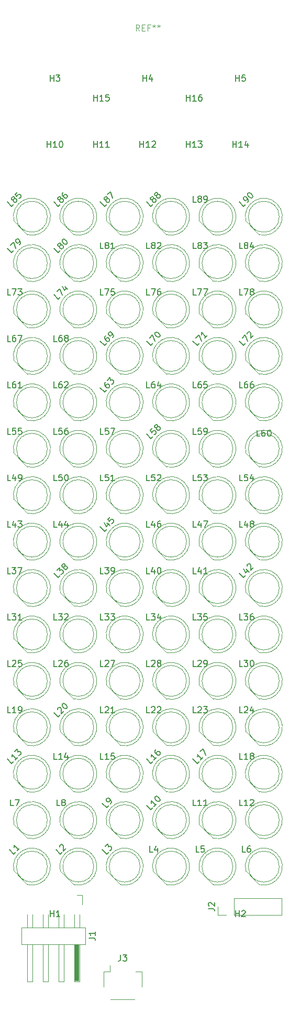
<source format=gbr>
%TF.GenerationSoftware,KiCad,Pcbnew,7.0.2*%
%TF.CreationDate,2023-07-20T19:27:07+01:00*%
%TF.ProjectId,working,776f726b-696e-4672-9e6b-696361645f70,rev?*%
%TF.SameCoordinates,Original*%
%TF.FileFunction,Legend,Top*%
%TF.FilePolarity,Positive*%
%FSLAX46Y46*%
G04 Gerber Fmt 4.6, Leading zero omitted, Abs format (unit mm)*
G04 Created by KiCad (PCBNEW 7.0.2) date 2023-07-20 19:27:07*
%MOMM*%
%LPD*%
G01*
G04 APERTURE LIST*
%ADD10C,0.150000*%
%ADD11C,0.100000*%
%ADD12C,0.120000*%
%ADD13R,0.760000X6.000000*%
G04 APERTURE END LIST*
D10*
%TO.C,J3*%
X-4373333Y-66697619D02*
X-4373333Y-67411904D01*
X-4373333Y-67411904D02*
X-4420952Y-67554761D01*
X-4420952Y-67554761D02*
X-4516190Y-67650000D01*
X-4516190Y-67650000D02*
X-4659047Y-67697619D01*
X-4659047Y-67697619D02*
X-4754285Y-67697619D01*
X-3992380Y-66697619D02*
X-3373333Y-66697619D01*
X-3373333Y-66697619D02*
X-3706666Y-67078571D01*
X-3706666Y-67078571D02*
X-3563809Y-67078571D01*
X-3563809Y-67078571D02*
X-3468571Y-67126190D01*
X-3468571Y-67126190D02*
X-3420952Y-67173809D01*
X-3420952Y-67173809D02*
X-3373333Y-67269047D01*
X-3373333Y-67269047D02*
X-3373333Y-67507142D01*
X-3373333Y-67507142D02*
X-3420952Y-67602380D01*
X-3420952Y-67602380D02*
X-3468571Y-67650000D01*
X-3468571Y-67650000D02*
X-3563809Y-67697619D01*
X-3563809Y-67697619D02*
X-3849523Y-67697619D01*
X-3849523Y-67697619D02*
X-3944761Y-67650000D01*
X-3944761Y-67650000D02*
X-3992380Y-67602380D01*
%TO.C,J2*%
X9832619Y-59261333D02*
X10546904Y-59261333D01*
X10546904Y-59261333D02*
X10689761Y-59308952D01*
X10689761Y-59308952D02*
X10785000Y-59404190D01*
X10785000Y-59404190D02*
X10832619Y-59547047D01*
X10832619Y-59547047D02*
X10832619Y-59642285D01*
X9927857Y-58832761D02*
X9880238Y-58785142D01*
X9880238Y-58785142D02*
X9832619Y-58689904D01*
X9832619Y-58689904D02*
X9832619Y-58451809D01*
X9832619Y-58451809D02*
X9880238Y-58356571D01*
X9880238Y-58356571D02*
X9927857Y-58308952D01*
X9927857Y-58308952D02*
X10023095Y-58261333D01*
X10023095Y-58261333D02*
X10118333Y-58261333D01*
X10118333Y-58261333D02*
X10261190Y-58308952D01*
X10261190Y-58308952D02*
X10832619Y-58880380D01*
X10832619Y-58880380D02*
X10832619Y-58261333D01*
%TO.C,J1*%
X-9497380Y-63988333D02*
X-8783095Y-63988333D01*
X-8783095Y-63988333D02*
X-8640238Y-64035952D01*
X-8640238Y-64035952D02*
X-8545000Y-64131190D01*
X-8545000Y-64131190D02*
X-8497380Y-64274047D01*
X-8497380Y-64274047D02*
X-8497380Y-64369285D01*
X-8497380Y-62988333D02*
X-8497380Y-63559761D01*
X-8497380Y-63274047D02*
X-9497380Y-63274047D01*
X-9497380Y-63274047D02*
X-9354523Y-63369285D01*
X-9354523Y-63369285D02*
X-9259285Y-63464523D01*
X-9259285Y-63464523D02*
X-9211666Y-63559761D01*
%TO.C,L74*%
X-14145564Y39550478D02*
X-14482282Y39213760D01*
X-14482282Y39213760D02*
X-15189388Y39920867D01*
X-14684312Y40425943D02*
X-14212908Y40897348D01*
X-14212908Y40897348D02*
X-13808847Y39887195D01*
X-13404785Y41234065D02*
X-12933381Y40762661D01*
X-13842518Y41335081D02*
X-13505801Y40661646D01*
X-13505801Y40661646D02*
X-13068068Y41099378D01*
%TO.C,L17*%
X8354435Y-35449521D02*
X8017717Y-35786239D01*
X8017717Y-35786239D02*
X7310611Y-35079132D01*
X8960526Y-34843430D02*
X8556465Y-35247491D01*
X8758496Y-35045460D02*
X8051389Y-34338353D01*
X8051389Y-34338353D02*
X8085061Y-34506712D01*
X8085061Y-34506712D02*
X8085061Y-34641399D01*
X8085061Y-34641399D02*
X8051389Y-34742414D01*
X8489122Y-33900621D02*
X8960527Y-33429216D01*
X8960527Y-33429216D02*
X9364588Y-34439369D01*
%TO.C,L88*%
X854435Y54550478D02*
X517717Y54213760D01*
X517717Y54213760D02*
X-189388Y54920867D01*
X787091Y55291256D02*
X686076Y55257585D01*
X686076Y55257585D02*
X618733Y55257585D01*
X618733Y55257585D02*
X517717Y55291256D01*
X517717Y55291256D02*
X484046Y55324928D01*
X484046Y55324928D02*
X450374Y55425943D01*
X450374Y55425943D02*
X450374Y55493287D01*
X450374Y55493287D02*
X484046Y55594302D01*
X484046Y55594302D02*
X618733Y55728989D01*
X618733Y55728989D02*
X719748Y55762661D01*
X719748Y55762661D02*
X787091Y55762661D01*
X787091Y55762661D02*
X888107Y55728989D01*
X888107Y55728989D02*
X921778Y55695317D01*
X921778Y55695317D02*
X955450Y55594302D01*
X955450Y55594302D02*
X955450Y55526959D01*
X955450Y55526959D02*
X921778Y55425943D01*
X921778Y55425943D02*
X787091Y55291256D01*
X787091Y55291256D02*
X753420Y55190241D01*
X753420Y55190241D02*
X753420Y55122898D01*
X753420Y55122898D02*
X787091Y55021882D01*
X787091Y55021882D02*
X921778Y54887195D01*
X921778Y54887195D02*
X1022794Y54853524D01*
X1022794Y54853524D02*
X1090137Y54853524D01*
X1090137Y54853524D02*
X1191152Y54887195D01*
X1191152Y54887195D02*
X1325839Y55021882D01*
X1325839Y55021882D02*
X1359511Y55122898D01*
X1359511Y55122898D02*
X1359511Y55190241D01*
X1359511Y55190241D02*
X1325839Y55291256D01*
X1325839Y55291256D02*
X1191152Y55425943D01*
X1191152Y55425943D02*
X1090137Y55459615D01*
X1090137Y55459615D02*
X1022794Y55459615D01*
X1022794Y55459615D02*
X921778Y55425943D01*
X1460527Y55964691D02*
X1359511Y55931020D01*
X1359511Y55931020D02*
X1292168Y55931020D01*
X1292168Y55931020D02*
X1191153Y55964691D01*
X1191153Y55964691D02*
X1157481Y55998363D01*
X1157481Y55998363D02*
X1123809Y56099378D01*
X1123809Y56099378D02*
X1123809Y56166722D01*
X1123809Y56166722D02*
X1157481Y56267737D01*
X1157481Y56267737D02*
X1292168Y56402424D01*
X1292168Y56402424D02*
X1393183Y56436096D01*
X1393183Y56436096D02*
X1460527Y56436096D01*
X1460527Y56436096D02*
X1561542Y56402424D01*
X1561542Y56402424D02*
X1595214Y56368752D01*
X1595214Y56368752D02*
X1628885Y56267737D01*
X1628885Y56267737D02*
X1628885Y56200394D01*
X1628885Y56200394D02*
X1595214Y56099378D01*
X1595214Y56099378D02*
X1460527Y55964691D01*
X1460527Y55964691D02*
X1426855Y55863676D01*
X1426855Y55863676D02*
X1426855Y55796333D01*
X1426855Y55796333D02*
X1460527Y55695317D01*
X1460527Y55695317D02*
X1595214Y55560630D01*
X1595214Y55560630D02*
X1696229Y55526959D01*
X1696229Y55526959D02*
X1763572Y55526959D01*
X1763572Y55526959D02*
X1864588Y55560630D01*
X1864588Y55560630D02*
X1999275Y55695317D01*
X1999275Y55695317D02*
X2032946Y55796333D01*
X2032946Y55796333D02*
X2032946Y55863676D01*
X2032946Y55863676D02*
X1999275Y55964691D01*
X1999275Y55964691D02*
X1864588Y56099378D01*
X1864588Y56099378D02*
X1763572Y56133050D01*
X1763572Y56133050D02*
X1696229Y56133050D01*
X1696229Y56133050D02*
X1595214Y56099378D01*
%TO.C,L90*%
X15854435Y54550478D02*
X15517717Y54213760D01*
X15517717Y54213760D02*
X14810611Y54920867D01*
X16123809Y54819852D02*
X16258496Y54954539D01*
X16258496Y54954539D02*
X16292168Y55055554D01*
X16292168Y55055554D02*
X16292168Y55122898D01*
X16292168Y55122898D02*
X16258496Y55291256D01*
X16258496Y55291256D02*
X16157481Y55459615D01*
X16157481Y55459615D02*
X15888107Y55728989D01*
X15888107Y55728989D02*
X15787091Y55762661D01*
X15787091Y55762661D02*
X15719748Y55762661D01*
X15719748Y55762661D02*
X15618733Y55728989D01*
X15618733Y55728989D02*
X15484046Y55594302D01*
X15484046Y55594302D02*
X15450374Y55493287D01*
X15450374Y55493287D02*
X15450374Y55425943D01*
X15450374Y55425943D02*
X15484046Y55324928D01*
X15484046Y55324928D02*
X15652404Y55156569D01*
X15652404Y55156569D02*
X15753420Y55122898D01*
X15753420Y55122898D02*
X15820763Y55122898D01*
X15820763Y55122898D02*
X15921778Y55156569D01*
X15921778Y55156569D02*
X16056465Y55291256D01*
X16056465Y55291256D02*
X16090137Y55392272D01*
X16090137Y55392272D02*
X16090137Y55459615D01*
X16090137Y55459615D02*
X16056465Y55560630D01*
X16191153Y56301409D02*
X16258496Y56368752D01*
X16258496Y56368752D02*
X16359511Y56402424D01*
X16359511Y56402424D02*
X16426855Y56402424D01*
X16426855Y56402424D02*
X16527870Y56368752D01*
X16527870Y56368752D02*
X16696229Y56267737D01*
X16696229Y56267737D02*
X16864588Y56099378D01*
X16864588Y56099378D02*
X16965603Y55931020D01*
X16965603Y55931020D02*
X16999275Y55830004D01*
X16999275Y55830004D02*
X16999275Y55762661D01*
X16999275Y55762661D02*
X16965603Y55661646D01*
X16965603Y55661646D02*
X16898259Y55594302D01*
X16898259Y55594302D02*
X16797244Y55560630D01*
X16797244Y55560630D02*
X16729901Y55560630D01*
X16729901Y55560630D02*
X16628885Y55594302D01*
X16628885Y55594302D02*
X16460527Y55695317D01*
X16460527Y55695317D02*
X16292168Y55863676D01*
X16292168Y55863676D02*
X16191153Y56032035D01*
X16191153Y56032035D02*
X16157481Y56133050D01*
X16157481Y56133050D02*
X16157481Y56200394D01*
X16157481Y56200394D02*
X16191153Y56301409D01*
%TO.C,L10*%
X854435Y-42949521D02*
X517717Y-43286239D01*
X517717Y-43286239D02*
X-189388Y-42579132D01*
X1460526Y-42343430D02*
X1056465Y-42747491D01*
X1258496Y-42545460D02*
X551389Y-41838353D01*
X551389Y-41838353D02*
X585061Y-42006712D01*
X585061Y-42006712D02*
X585061Y-42141399D01*
X585061Y-42141399D02*
X551389Y-42242414D01*
X1191153Y-41198590D02*
X1258496Y-41131247D01*
X1258496Y-41131247D02*
X1359511Y-41097575D01*
X1359511Y-41097575D02*
X1426855Y-41097575D01*
X1426855Y-41097575D02*
X1527870Y-41131247D01*
X1527870Y-41131247D02*
X1696229Y-41232262D01*
X1696229Y-41232262D02*
X1864588Y-41400621D01*
X1864588Y-41400621D02*
X1965603Y-41568979D01*
X1965603Y-41568979D02*
X1999275Y-41669995D01*
X1999275Y-41669995D02*
X1999275Y-41737338D01*
X1999275Y-41737338D02*
X1965603Y-41838353D01*
X1965603Y-41838353D02*
X1898259Y-41905697D01*
X1898259Y-41905697D02*
X1797244Y-41939369D01*
X1797244Y-41939369D02*
X1729901Y-41939369D01*
X1729901Y-41939369D02*
X1628885Y-41905697D01*
X1628885Y-41905697D02*
X1460527Y-41804682D01*
X1460527Y-41804682D02*
X1292168Y-41636323D01*
X1292168Y-41636323D02*
X1191153Y-41467964D01*
X1191153Y-41467964D02*
X1157481Y-41366949D01*
X1157481Y-41366949D02*
X1157481Y-41299605D01*
X1157481Y-41299605D02*
X1191153Y-41198590D01*
%TO.C,L70*%
X854435Y32050478D02*
X517717Y31713760D01*
X517717Y31713760D02*
X-189388Y32420867D01*
X315687Y32925943D02*
X787091Y33397348D01*
X787091Y33397348D02*
X1191152Y32387195D01*
X1191153Y33801409D02*
X1258496Y33868752D01*
X1258496Y33868752D02*
X1359511Y33902424D01*
X1359511Y33902424D02*
X1426855Y33902424D01*
X1426855Y33902424D02*
X1527870Y33868752D01*
X1527870Y33868752D02*
X1696229Y33767737D01*
X1696229Y33767737D02*
X1864588Y33599378D01*
X1864588Y33599378D02*
X1965603Y33431020D01*
X1965603Y33431020D02*
X1999275Y33330004D01*
X1999275Y33330004D02*
X1999275Y33262661D01*
X1999275Y33262661D02*
X1965603Y33161646D01*
X1965603Y33161646D02*
X1898259Y33094302D01*
X1898259Y33094302D02*
X1797244Y33060630D01*
X1797244Y33060630D02*
X1729901Y33060630D01*
X1729901Y33060630D02*
X1628885Y33094302D01*
X1628885Y33094302D02*
X1460527Y33195317D01*
X1460527Y33195317D02*
X1292168Y33363676D01*
X1292168Y33363676D02*
X1191153Y33532035D01*
X1191153Y33532035D02*
X1157481Y33633050D01*
X1157481Y33633050D02*
X1157481Y33700394D01*
X1157481Y33700394D02*
X1191153Y33801409D01*
%TO.C,L80*%
X-14145564Y47050478D02*
X-14482282Y46713760D01*
X-14482282Y46713760D02*
X-15189388Y47420867D01*
X-14212908Y47791256D02*
X-14313923Y47757585D01*
X-14313923Y47757585D02*
X-14381266Y47757585D01*
X-14381266Y47757585D02*
X-14482282Y47791256D01*
X-14482282Y47791256D02*
X-14515953Y47824928D01*
X-14515953Y47824928D02*
X-14549625Y47925943D01*
X-14549625Y47925943D02*
X-14549625Y47993287D01*
X-14549625Y47993287D02*
X-14515953Y48094302D01*
X-14515953Y48094302D02*
X-14381266Y48228989D01*
X-14381266Y48228989D02*
X-14280251Y48262661D01*
X-14280251Y48262661D02*
X-14212908Y48262661D01*
X-14212908Y48262661D02*
X-14111892Y48228989D01*
X-14111892Y48228989D02*
X-14078221Y48195317D01*
X-14078221Y48195317D02*
X-14044549Y48094302D01*
X-14044549Y48094302D02*
X-14044549Y48026959D01*
X-14044549Y48026959D02*
X-14078221Y47925943D01*
X-14078221Y47925943D02*
X-14212908Y47791256D01*
X-14212908Y47791256D02*
X-14246579Y47690241D01*
X-14246579Y47690241D02*
X-14246579Y47622898D01*
X-14246579Y47622898D02*
X-14212908Y47521882D01*
X-14212908Y47521882D02*
X-14078221Y47387195D01*
X-14078221Y47387195D02*
X-13977205Y47353524D01*
X-13977205Y47353524D02*
X-13909862Y47353524D01*
X-13909862Y47353524D02*
X-13808847Y47387195D01*
X-13808847Y47387195D02*
X-13674160Y47521882D01*
X-13674160Y47521882D02*
X-13640488Y47622898D01*
X-13640488Y47622898D02*
X-13640488Y47690241D01*
X-13640488Y47690241D02*
X-13674160Y47791256D01*
X-13674160Y47791256D02*
X-13808847Y47925943D01*
X-13808847Y47925943D02*
X-13909862Y47959615D01*
X-13909862Y47959615D02*
X-13977205Y47959615D01*
X-13977205Y47959615D02*
X-14078221Y47925943D01*
X-13808846Y48801409D02*
X-13741503Y48868752D01*
X-13741503Y48868752D02*
X-13640488Y48902424D01*
X-13640488Y48902424D02*
X-13573144Y48902424D01*
X-13573144Y48902424D02*
X-13472129Y48868752D01*
X-13472129Y48868752D02*
X-13303770Y48767737D01*
X-13303770Y48767737D02*
X-13135411Y48599378D01*
X-13135411Y48599378D02*
X-13034396Y48431020D01*
X-13034396Y48431020D02*
X-13000724Y48330004D01*
X-13000724Y48330004D02*
X-13000724Y48262661D01*
X-13000724Y48262661D02*
X-13034396Y48161646D01*
X-13034396Y48161646D02*
X-13101740Y48094302D01*
X-13101740Y48094302D02*
X-13202755Y48060630D01*
X-13202755Y48060630D02*
X-13270098Y48060630D01*
X-13270098Y48060630D02*
X-13371114Y48094302D01*
X-13371114Y48094302D02*
X-13539472Y48195317D01*
X-13539472Y48195317D02*
X-13707831Y48363676D01*
X-13707831Y48363676D02*
X-13808846Y48532035D01*
X-13808846Y48532035D02*
X-13842518Y48633050D01*
X-13842518Y48633050D02*
X-13842518Y48700394D01*
X-13842518Y48700394D02*
X-13808846Y48801409D01*
%TO.C,L13*%
X-21645564Y-35449521D02*
X-21982282Y-35786239D01*
X-21982282Y-35786239D02*
X-22689388Y-35079132D01*
X-21039473Y-34843430D02*
X-21443534Y-35247491D01*
X-21241503Y-35045460D02*
X-21948610Y-34338353D01*
X-21948610Y-34338353D02*
X-21914938Y-34506712D01*
X-21914938Y-34506712D02*
X-21914938Y-34641399D01*
X-21914938Y-34641399D02*
X-21948610Y-34742414D01*
X-21510877Y-33900621D02*
X-21073144Y-33462888D01*
X-21073144Y-33462888D02*
X-21039472Y-33967964D01*
X-21039472Y-33967964D02*
X-20938457Y-33866949D01*
X-20938457Y-33866949D02*
X-20837442Y-33833277D01*
X-20837442Y-33833277D02*
X-20770098Y-33833277D01*
X-20770098Y-33833277D02*
X-20669083Y-33866949D01*
X-20669083Y-33866949D02*
X-20500724Y-34035308D01*
X-20500724Y-34035308D02*
X-20467053Y-34136323D01*
X-20467053Y-34136323D02*
X-20467053Y-34203666D01*
X-20467053Y-34203666D02*
X-20500724Y-34304682D01*
X-20500724Y-34304682D02*
X-20702755Y-34506712D01*
X-20702755Y-34506712D02*
X-20803770Y-34540384D01*
X-20803770Y-34540384D02*
X-20871114Y-34540384D01*
%TO.C,L9*%
X-6308846Y-42612803D02*
X-6645564Y-42949521D01*
X-6645564Y-42949521D02*
X-7352671Y-42242414D01*
X-6039472Y-42343429D02*
X-5904785Y-42208742D01*
X-5904785Y-42208742D02*
X-5871113Y-42107727D01*
X-5871113Y-42107727D02*
X-5871113Y-42040384D01*
X-5871113Y-42040384D02*
X-5904785Y-41872025D01*
X-5904785Y-41872025D02*
X-6005800Y-41703666D01*
X-6005800Y-41703666D02*
X-6275174Y-41434292D01*
X-6275174Y-41434292D02*
X-6376190Y-41400620D01*
X-6376190Y-41400620D02*
X-6443533Y-41400620D01*
X-6443533Y-41400620D02*
X-6544548Y-41434292D01*
X-6544548Y-41434292D02*
X-6679235Y-41568979D01*
X-6679235Y-41568979D02*
X-6712907Y-41669994D01*
X-6712907Y-41669994D02*
X-6712907Y-41737338D01*
X-6712907Y-41737338D02*
X-6679235Y-41838353D01*
X-6679235Y-41838353D02*
X-6510877Y-42006712D01*
X-6510877Y-42006712D02*
X-6409861Y-42040384D01*
X-6409861Y-42040384D02*
X-6342518Y-42040384D01*
X-6342518Y-42040384D02*
X-6241503Y-42006712D01*
X-6241503Y-42006712D02*
X-6106816Y-41872025D01*
X-6106816Y-41872025D02*
X-6073144Y-41771010D01*
X-6073144Y-41771010D02*
X-6073144Y-41703666D01*
X-6073144Y-41703666D02*
X-6106816Y-41602651D01*
%TO.C,L86*%
X-14145564Y54550478D02*
X-14482282Y54213760D01*
X-14482282Y54213760D02*
X-15189388Y54920867D01*
X-14212908Y55291256D02*
X-14313923Y55257585D01*
X-14313923Y55257585D02*
X-14381266Y55257585D01*
X-14381266Y55257585D02*
X-14482282Y55291256D01*
X-14482282Y55291256D02*
X-14515953Y55324928D01*
X-14515953Y55324928D02*
X-14549625Y55425943D01*
X-14549625Y55425943D02*
X-14549625Y55493287D01*
X-14549625Y55493287D02*
X-14515953Y55594302D01*
X-14515953Y55594302D02*
X-14381266Y55728989D01*
X-14381266Y55728989D02*
X-14280251Y55762661D01*
X-14280251Y55762661D02*
X-14212908Y55762661D01*
X-14212908Y55762661D02*
X-14111892Y55728989D01*
X-14111892Y55728989D02*
X-14078221Y55695317D01*
X-14078221Y55695317D02*
X-14044549Y55594302D01*
X-14044549Y55594302D02*
X-14044549Y55526959D01*
X-14044549Y55526959D02*
X-14078221Y55425943D01*
X-14078221Y55425943D02*
X-14212908Y55291256D01*
X-14212908Y55291256D02*
X-14246579Y55190241D01*
X-14246579Y55190241D02*
X-14246579Y55122898D01*
X-14246579Y55122898D02*
X-14212908Y55021882D01*
X-14212908Y55021882D02*
X-14078221Y54887195D01*
X-14078221Y54887195D02*
X-13977205Y54853524D01*
X-13977205Y54853524D02*
X-13909862Y54853524D01*
X-13909862Y54853524D02*
X-13808847Y54887195D01*
X-13808847Y54887195D02*
X-13674160Y55021882D01*
X-13674160Y55021882D02*
X-13640488Y55122898D01*
X-13640488Y55122898D02*
X-13640488Y55190241D01*
X-13640488Y55190241D02*
X-13674160Y55291256D01*
X-13674160Y55291256D02*
X-13808847Y55425943D01*
X-13808847Y55425943D02*
X-13909862Y55459615D01*
X-13909862Y55459615D02*
X-13977205Y55459615D01*
X-13977205Y55459615D02*
X-14078221Y55425943D01*
X-13640488Y56469768D02*
X-13775175Y56335081D01*
X-13775175Y56335081D02*
X-13808846Y56234065D01*
X-13808846Y56234065D02*
X-13808846Y56166722D01*
X-13808846Y56166722D02*
X-13775175Y55998363D01*
X-13775175Y55998363D02*
X-13674159Y55830004D01*
X-13674159Y55830004D02*
X-13404785Y55560630D01*
X-13404785Y55560630D02*
X-13303770Y55526959D01*
X-13303770Y55526959D02*
X-13236427Y55526959D01*
X-13236427Y55526959D02*
X-13135411Y55560630D01*
X-13135411Y55560630D02*
X-13000724Y55695317D01*
X-13000724Y55695317D02*
X-12967053Y55796333D01*
X-12967053Y55796333D02*
X-12967053Y55863676D01*
X-12967053Y55863676D02*
X-13000724Y55964691D01*
X-13000724Y55964691D02*
X-13169083Y56133050D01*
X-13169083Y56133050D02*
X-13270098Y56166722D01*
X-13270098Y56166722D02*
X-13337442Y56166722D01*
X-13337442Y56166722D02*
X-13438457Y56133050D01*
X-13438457Y56133050D02*
X-13573144Y55998363D01*
X-13573144Y55998363D02*
X-13606816Y55897348D01*
X-13606816Y55897348D02*
X-13606816Y55830004D01*
X-13606816Y55830004D02*
X-13573144Y55728989D01*
%TO.C,L71*%
X8354435Y32050478D02*
X8017717Y31713760D01*
X8017717Y31713760D02*
X7310611Y32420867D01*
X7815687Y32925943D02*
X8287091Y33397348D01*
X8287091Y33397348D02*
X8691152Y32387195D01*
X9633962Y33330004D02*
X9229901Y32925943D01*
X9431931Y33127974D02*
X8724824Y33835081D01*
X8724824Y33835081D02*
X8758496Y33666722D01*
X8758496Y33666722D02*
X8758496Y33532035D01*
X8758496Y33532035D02*
X8724824Y33431020D01*
%TO.C,L69*%
X-6645564Y32050478D02*
X-6982282Y31713760D01*
X-6982282Y31713760D02*
X-7689388Y32420867D01*
X-6813923Y33296333D02*
X-6948610Y33161646D01*
X-6948610Y33161646D02*
X-6982282Y33060630D01*
X-6982282Y33060630D02*
X-6982282Y32993287D01*
X-6982282Y32993287D02*
X-6948610Y32824928D01*
X-6948610Y32824928D02*
X-6847595Y32656569D01*
X-6847595Y32656569D02*
X-6578221Y32387195D01*
X-6578221Y32387195D02*
X-6477205Y32353524D01*
X-6477205Y32353524D02*
X-6409862Y32353524D01*
X-6409862Y32353524D02*
X-6308847Y32387195D01*
X-6308847Y32387195D02*
X-6174160Y32521882D01*
X-6174160Y32521882D02*
X-6140488Y32622898D01*
X-6140488Y32622898D02*
X-6140488Y32690241D01*
X-6140488Y32690241D02*
X-6174160Y32791256D01*
X-6174160Y32791256D02*
X-6342518Y32959615D01*
X-6342518Y32959615D02*
X-6443534Y32993287D01*
X-6443534Y32993287D02*
X-6510877Y32993287D01*
X-6510877Y32993287D02*
X-6611892Y32959615D01*
X-6611892Y32959615D02*
X-6746579Y32824928D01*
X-6746579Y32824928D02*
X-6780251Y32723913D01*
X-6780251Y32723913D02*
X-6780251Y32656569D01*
X-6780251Y32656569D02*
X-6746579Y32555554D01*
X-5702755Y32993287D02*
X-5568068Y33127974D01*
X-5568068Y33127974D02*
X-5534396Y33228989D01*
X-5534396Y33228989D02*
X-5534396Y33296333D01*
X-5534396Y33296333D02*
X-5568068Y33464691D01*
X-5568068Y33464691D02*
X-5669083Y33633050D01*
X-5669083Y33633050D02*
X-5938457Y33902424D01*
X-5938457Y33902424D02*
X-6039472Y33936096D01*
X-6039472Y33936096D02*
X-6106816Y33936096D01*
X-6106816Y33936096D02*
X-6207831Y33902424D01*
X-6207831Y33902424D02*
X-6342518Y33767737D01*
X-6342518Y33767737D02*
X-6376190Y33666722D01*
X-6376190Y33666722D02*
X-6376190Y33599378D01*
X-6376190Y33599378D02*
X-6342518Y33498363D01*
X-6342518Y33498363D02*
X-6174159Y33330004D01*
X-6174159Y33330004D02*
X-6073144Y33296333D01*
X-6073144Y33296333D02*
X-6005801Y33296333D01*
X-6005801Y33296333D02*
X-5904785Y33330004D01*
X-5904785Y33330004D02*
X-5770098Y33464691D01*
X-5770098Y33464691D02*
X-5736427Y33565707D01*
X-5736427Y33565707D02*
X-5736427Y33633050D01*
X-5736427Y33633050D02*
X-5770098Y33734065D01*
%TO.C,L72*%
X15854435Y32050478D02*
X15517717Y31713760D01*
X15517717Y31713760D02*
X14810611Y32420867D01*
X15315687Y32925943D02*
X15787091Y33397348D01*
X15787091Y33397348D02*
X16191152Y32387195D01*
X16090137Y33565707D02*
X16090137Y33633050D01*
X16090137Y33633050D02*
X16123809Y33734065D01*
X16123809Y33734065D02*
X16292168Y33902424D01*
X16292168Y33902424D02*
X16393183Y33936096D01*
X16393183Y33936096D02*
X16460527Y33936096D01*
X16460527Y33936096D02*
X16561542Y33902424D01*
X16561542Y33902424D02*
X16628885Y33835081D01*
X16628885Y33835081D02*
X16696229Y33700394D01*
X16696229Y33700394D02*
X16696229Y32892272D01*
X16696229Y32892272D02*
X17133962Y33330004D01*
%TO.C,L63*%
X-6645564Y24550478D02*
X-6982282Y24213760D01*
X-6982282Y24213760D02*
X-7689388Y24920867D01*
X-6813923Y25796333D02*
X-6948610Y25661646D01*
X-6948610Y25661646D02*
X-6982282Y25560630D01*
X-6982282Y25560630D02*
X-6982282Y25493287D01*
X-6982282Y25493287D02*
X-6948610Y25324928D01*
X-6948610Y25324928D02*
X-6847595Y25156569D01*
X-6847595Y25156569D02*
X-6578221Y24887195D01*
X-6578221Y24887195D02*
X-6477205Y24853524D01*
X-6477205Y24853524D02*
X-6409862Y24853524D01*
X-6409862Y24853524D02*
X-6308847Y24887195D01*
X-6308847Y24887195D02*
X-6174160Y25021882D01*
X-6174160Y25021882D02*
X-6140488Y25122898D01*
X-6140488Y25122898D02*
X-6140488Y25190241D01*
X-6140488Y25190241D02*
X-6174160Y25291256D01*
X-6174160Y25291256D02*
X-6342518Y25459615D01*
X-6342518Y25459615D02*
X-6443534Y25493287D01*
X-6443534Y25493287D02*
X-6510877Y25493287D01*
X-6510877Y25493287D02*
X-6611892Y25459615D01*
X-6611892Y25459615D02*
X-6746579Y25324928D01*
X-6746579Y25324928D02*
X-6780251Y25223913D01*
X-6780251Y25223913D02*
X-6780251Y25156569D01*
X-6780251Y25156569D02*
X-6746579Y25055554D01*
X-6510877Y26099378D02*
X-6073144Y26537111D01*
X-6073144Y26537111D02*
X-6039472Y26032035D01*
X-6039472Y26032035D02*
X-5938457Y26133050D01*
X-5938457Y26133050D02*
X-5837442Y26166722D01*
X-5837442Y26166722D02*
X-5770098Y26166722D01*
X-5770098Y26166722D02*
X-5669083Y26133050D01*
X-5669083Y26133050D02*
X-5500724Y25964691D01*
X-5500724Y25964691D02*
X-5467053Y25863676D01*
X-5467053Y25863676D02*
X-5467053Y25796333D01*
X-5467053Y25796333D02*
X-5500724Y25695317D01*
X-5500724Y25695317D02*
X-5702755Y25493287D01*
X-5702755Y25493287D02*
X-5803770Y25459615D01*
X-5803770Y25459615D02*
X-5871114Y25459615D01*
%TO.C,L20*%
X-14145564Y-27949521D02*
X-14482282Y-28286239D01*
X-14482282Y-28286239D02*
X-15189388Y-27579132D01*
X-14583297Y-27107727D02*
X-14583297Y-27040384D01*
X-14583297Y-27040384D02*
X-14549625Y-26939369D01*
X-14549625Y-26939369D02*
X-14381266Y-26771010D01*
X-14381266Y-26771010D02*
X-14280251Y-26737338D01*
X-14280251Y-26737338D02*
X-14212908Y-26737338D01*
X-14212908Y-26737338D02*
X-14111892Y-26771010D01*
X-14111892Y-26771010D02*
X-14044549Y-26838353D01*
X-14044549Y-26838353D02*
X-13977205Y-26973040D01*
X-13977205Y-26973040D02*
X-13977205Y-27781162D01*
X-13977205Y-27781162D02*
X-13539473Y-27343430D01*
X-13808846Y-26198590D02*
X-13741503Y-26131247D01*
X-13741503Y-26131247D02*
X-13640488Y-26097575D01*
X-13640488Y-26097575D02*
X-13573144Y-26097575D01*
X-13573144Y-26097575D02*
X-13472129Y-26131247D01*
X-13472129Y-26131247D02*
X-13303770Y-26232262D01*
X-13303770Y-26232262D02*
X-13135411Y-26400621D01*
X-13135411Y-26400621D02*
X-13034396Y-26568979D01*
X-13034396Y-26568979D02*
X-13000724Y-26669995D01*
X-13000724Y-26669995D02*
X-13000724Y-26737338D01*
X-13000724Y-26737338D02*
X-13034396Y-26838353D01*
X-13034396Y-26838353D02*
X-13101740Y-26905697D01*
X-13101740Y-26905697D02*
X-13202755Y-26939369D01*
X-13202755Y-26939369D02*
X-13270098Y-26939369D01*
X-13270098Y-26939369D02*
X-13371114Y-26905697D01*
X-13371114Y-26905697D02*
X-13539472Y-26804682D01*
X-13539472Y-26804682D02*
X-13707831Y-26636323D01*
X-13707831Y-26636323D02*
X-13808846Y-26467964D01*
X-13808846Y-26467964D02*
X-13842518Y-26366949D01*
X-13842518Y-26366949D02*
X-13842518Y-26299605D01*
X-13842518Y-26299605D02*
X-13808846Y-26198590D01*
%TO.C,L87*%
X-6645564Y54550478D02*
X-6982282Y54213760D01*
X-6982282Y54213760D02*
X-7689388Y54920867D01*
X-6712908Y55291256D02*
X-6813923Y55257585D01*
X-6813923Y55257585D02*
X-6881266Y55257585D01*
X-6881266Y55257585D02*
X-6982282Y55291256D01*
X-6982282Y55291256D02*
X-7015953Y55324928D01*
X-7015953Y55324928D02*
X-7049625Y55425943D01*
X-7049625Y55425943D02*
X-7049625Y55493287D01*
X-7049625Y55493287D02*
X-7015953Y55594302D01*
X-7015953Y55594302D02*
X-6881266Y55728989D01*
X-6881266Y55728989D02*
X-6780251Y55762661D01*
X-6780251Y55762661D02*
X-6712908Y55762661D01*
X-6712908Y55762661D02*
X-6611892Y55728989D01*
X-6611892Y55728989D02*
X-6578221Y55695317D01*
X-6578221Y55695317D02*
X-6544549Y55594302D01*
X-6544549Y55594302D02*
X-6544549Y55526959D01*
X-6544549Y55526959D02*
X-6578221Y55425943D01*
X-6578221Y55425943D02*
X-6712908Y55291256D01*
X-6712908Y55291256D02*
X-6746579Y55190241D01*
X-6746579Y55190241D02*
X-6746579Y55122898D01*
X-6746579Y55122898D02*
X-6712908Y55021882D01*
X-6712908Y55021882D02*
X-6578221Y54887195D01*
X-6578221Y54887195D02*
X-6477205Y54853524D01*
X-6477205Y54853524D02*
X-6409862Y54853524D01*
X-6409862Y54853524D02*
X-6308847Y54887195D01*
X-6308847Y54887195D02*
X-6174160Y55021882D01*
X-6174160Y55021882D02*
X-6140488Y55122898D01*
X-6140488Y55122898D02*
X-6140488Y55190241D01*
X-6140488Y55190241D02*
X-6174160Y55291256D01*
X-6174160Y55291256D02*
X-6308847Y55425943D01*
X-6308847Y55425943D02*
X-6409862Y55459615D01*
X-6409862Y55459615D02*
X-6477205Y55459615D01*
X-6477205Y55459615D02*
X-6578221Y55425943D01*
X-6510877Y56099378D02*
X-6039472Y56570783D01*
X-6039472Y56570783D02*
X-5635411Y55560630D01*
%TO.C,H13*%
X6261905Y63737380D02*
X6261905Y64737380D01*
X6261905Y64261190D02*
X6833333Y64261190D01*
X6833333Y63737380D02*
X6833333Y64737380D01*
X7833333Y63737380D02*
X7261905Y63737380D01*
X7547619Y63737380D02*
X7547619Y64737380D01*
X7547619Y64737380D02*
X7452381Y64594523D01*
X7452381Y64594523D02*
X7357143Y64499285D01*
X7357143Y64499285D02*
X7261905Y64451666D01*
X8166667Y64737380D02*
X8785714Y64737380D01*
X8785714Y64737380D02*
X8452381Y64356428D01*
X8452381Y64356428D02*
X8595238Y64356428D01*
X8595238Y64356428D02*
X8690476Y64308809D01*
X8690476Y64308809D02*
X8738095Y64261190D01*
X8738095Y64261190D02*
X8785714Y64165952D01*
X8785714Y64165952D02*
X8785714Y63927857D01*
X8785714Y63927857D02*
X8738095Y63832619D01*
X8738095Y63832619D02*
X8690476Y63785000D01*
X8690476Y63785000D02*
X8595238Y63737380D01*
X8595238Y63737380D02*
X8309524Y63737380D01*
X8309524Y63737380D02*
X8214286Y63785000D01*
X8214286Y63785000D02*
X8166667Y63832619D01*
%TO.C,L58*%
X854435Y17050478D02*
X517717Y16713760D01*
X517717Y16713760D02*
X-189388Y17420867D01*
X719748Y18330004D02*
X383030Y17993287D01*
X383030Y17993287D02*
X686076Y17622898D01*
X686076Y17622898D02*
X686076Y17690241D01*
X686076Y17690241D02*
X719748Y17791256D01*
X719748Y17791256D02*
X888107Y17959615D01*
X888107Y17959615D02*
X989122Y17993287D01*
X989122Y17993287D02*
X1056465Y17993287D01*
X1056465Y17993287D02*
X1157481Y17959615D01*
X1157481Y17959615D02*
X1325839Y17791256D01*
X1325839Y17791256D02*
X1359511Y17690241D01*
X1359511Y17690241D02*
X1359511Y17622898D01*
X1359511Y17622898D02*
X1325839Y17521882D01*
X1325839Y17521882D02*
X1157481Y17353524D01*
X1157481Y17353524D02*
X1056465Y17319852D01*
X1056465Y17319852D02*
X989122Y17319852D01*
X1460527Y18464691D02*
X1359511Y18431020D01*
X1359511Y18431020D02*
X1292168Y18431020D01*
X1292168Y18431020D02*
X1191153Y18464691D01*
X1191153Y18464691D02*
X1157481Y18498363D01*
X1157481Y18498363D02*
X1123809Y18599378D01*
X1123809Y18599378D02*
X1123809Y18666722D01*
X1123809Y18666722D02*
X1157481Y18767737D01*
X1157481Y18767737D02*
X1292168Y18902424D01*
X1292168Y18902424D02*
X1393183Y18936096D01*
X1393183Y18936096D02*
X1460527Y18936096D01*
X1460527Y18936096D02*
X1561542Y18902424D01*
X1561542Y18902424D02*
X1595214Y18868752D01*
X1595214Y18868752D02*
X1628885Y18767737D01*
X1628885Y18767737D02*
X1628885Y18700394D01*
X1628885Y18700394D02*
X1595214Y18599378D01*
X1595214Y18599378D02*
X1460527Y18464691D01*
X1460527Y18464691D02*
X1426855Y18363676D01*
X1426855Y18363676D02*
X1426855Y18296333D01*
X1426855Y18296333D02*
X1460527Y18195317D01*
X1460527Y18195317D02*
X1595214Y18060630D01*
X1595214Y18060630D02*
X1696229Y18026959D01*
X1696229Y18026959D02*
X1763572Y18026959D01*
X1763572Y18026959D02*
X1864588Y18060630D01*
X1864588Y18060630D02*
X1999275Y18195317D01*
X1999275Y18195317D02*
X2032946Y18296333D01*
X2032946Y18296333D02*
X2032946Y18363676D01*
X2032946Y18363676D02*
X1999275Y18464691D01*
X1999275Y18464691D02*
X1864588Y18599378D01*
X1864588Y18599378D02*
X1763572Y18633050D01*
X1763572Y18633050D02*
X1696229Y18633050D01*
X1696229Y18633050D02*
X1595214Y18599378D01*
%TO.C,L42*%
X15854435Y-5449521D02*
X15517717Y-5786239D01*
X15517717Y-5786239D02*
X14810611Y-5079132D01*
X15921778Y-4439369D02*
X16393183Y-4910773D01*
X15484046Y-4338353D02*
X15820763Y-5011788D01*
X15820763Y-5011788D02*
X16258496Y-4574056D01*
X16090137Y-3934292D02*
X16090137Y-3866949D01*
X16090137Y-3866949D02*
X16123809Y-3765934D01*
X16123809Y-3765934D02*
X16292168Y-3597575D01*
X16292168Y-3597575D02*
X16393183Y-3563903D01*
X16393183Y-3563903D02*
X16460527Y-3563903D01*
X16460527Y-3563903D02*
X16561542Y-3597575D01*
X16561542Y-3597575D02*
X16628885Y-3664918D01*
X16628885Y-3664918D02*
X16696229Y-3799605D01*
X16696229Y-3799605D02*
X16696229Y-4607727D01*
X16696229Y-4607727D02*
X17133962Y-4169995D01*
%TO.C,L16*%
X854435Y-35449521D02*
X517717Y-35786239D01*
X517717Y-35786239D02*
X-189388Y-35079132D01*
X1460526Y-34843430D02*
X1056465Y-35247491D01*
X1258496Y-35045460D02*
X551389Y-34338353D01*
X551389Y-34338353D02*
X585061Y-34506712D01*
X585061Y-34506712D02*
X585061Y-34641399D01*
X585061Y-34641399D02*
X551389Y-34742414D01*
X1359511Y-33530231D02*
X1224824Y-33664918D01*
X1224824Y-33664918D02*
X1191153Y-33765934D01*
X1191153Y-33765934D02*
X1191153Y-33833277D01*
X1191153Y-33833277D02*
X1224824Y-34001636D01*
X1224824Y-34001636D02*
X1325840Y-34169995D01*
X1325840Y-34169995D02*
X1595214Y-34439369D01*
X1595214Y-34439369D02*
X1696229Y-34473040D01*
X1696229Y-34473040D02*
X1763572Y-34473040D01*
X1763572Y-34473040D02*
X1864588Y-34439369D01*
X1864588Y-34439369D02*
X1999275Y-34304682D01*
X1999275Y-34304682D02*
X2032946Y-34203666D01*
X2032946Y-34203666D02*
X2032946Y-34136323D01*
X2032946Y-34136323D02*
X1999275Y-34035308D01*
X1999275Y-34035308D02*
X1830916Y-33866949D01*
X1830916Y-33866949D02*
X1729901Y-33833277D01*
X1729901Y-33833277D02*
X1662557Y-33833277D01*
X1662557Y-33833277D02*
X1561542Y-33866949D01*
X1561542Y-33866949D02*
X1426855Y-34001636D01*
X1426855Y-34001636D02*
X1393183Y-34102651D01*
X1393183Y-34102651D02*
X1393183Y-34169995D01*
X1393183Y-34169995D02*
X1426855Y-34271010D01*
%TO.C,L79*%
X-21645564Y47050478D02*
X-21982282Y46713760D01*
X-21982282Y46713760D02*
X-22689388Y47420867D01*
X-22184312Y47925943D02*
X-21712908Y48397348D01*
X-21712908Y48397348D02*
X-21308847Y47387195D01*
X-20702755Y47993287D02*
X-20568068Y48127974D01*
X-20568068Y48127974D02*
X-20534396Y48228989D01*
X-20534396Y48228989D02*
X-20534396Y48296333D01*
X-20534396Y48296333D02*
X-20568068Y48464691D01*
X-20568068Y48464691D02*
X-20669083Y48633050D01*
X-20669083Y48633050D02*
X-20938457Y48902424D01*
X-20938457Y48902424D02*
X-21039472Y48936096D01*
X-21039472Y48936096D02*
X-21106816Y48936096D01*
X-21106816Y48936096D02*
X-21207831Y48902424D01*
X-21207831Y48902424D02*
X-21342518Y48767737D01*
X-21342518Y48767737D02*
X-21376190Y48666722D01*
X-21376190Y48666722D02*
X-21376190Y48599378D01*
X-21376190Y48599378D02*
X-21342518Y48498363D01*
X-21342518Y48498363D02*
X-21174159Y48330004D01*
X-21174159Y48330004D02*
X-21073144Y48296333D01*
X-21073144Y48296333D02*
X-21005801Y48296333D01*
X-21005801Y48296333D02*
X-20904785Y48330004D01*
X-20904785Y48330004D02*
X-20770098Y48464691D01*
X-20770098Y48464691D02*
X-20736427Y48565707D01*
X-20736427Y48565707D02*
X-20736427Y48633050D01*
X-20736427Y48633050D02*
X-20770098Y48734065D01*
%TO.C,L45*%
X-6645564Y2050478D02*
X-6982282Y1713760D01*
X-6982282Y1713760D02*
X-7689388Y2420867D01*
X-6578221Y3060630D02*
X-6106816Y2589226D01*
X-7015953Y3161646D02*
X-6679236Y2488211D01*
X-6679236Y2488211D02*
X-6241503Y2925943D01*
X-6106816Y4003439D02*
X-6443534Y3666722D01*
X-6443534Y3666722D02*
X-6140488Y3296333D01*
X-6140488Y3296333D02*
X-6140488Y3363676D01*
X-6140488Y3363676D02*
X-6106816Y3464691D01*
X-6106816Y3464691D02*
X-5938457Y3633050D01*
X-5938457Y3633050D02*
X-5837442Y3666722D01*
X-5837442Y3666722D02*
X-5770098Y3666722D01*
X-5770098Y3666722D02*
X-5669083Y3633050D01*
X-5669083Y3633050D02*
X-5500724Y3464691D01*
X-5500724Y3464691D02*
X-5467053Y3363676D01*
X-5467053Y3363676D02*
X-5467053Y3296333D01*
X-5467053Y3296333D02*
X-5500724Y3195317D01*
X-5500724Y3195317D02*
X-5669083Y3026959D01*
X-5669083Y3026959D02*
X-5770098Y2993287D01*
X-5770098Y2993287D02*
X-5837442Y2993287D01*
%TO.C,L38*%
X-14145564Y-5449521D02*
X-14482282Y-5786239D01*
X-14482282Y-5786239D02*
X-15189388Y-5079132D01*
X-14684312Y-4574056D02*
X-14246579Y-4136323D01*
X-14246579Y-4136323D02*
X-14212908Y-4641399D01*
X-14212908Y-4641399D02*
X-14111892Y-4540384D01*
X-14111892Y-4540384D02*
X-14010877Y-4506712D01*
X-14010877Y-4506712D02*
X-13943534Y-4506712D01*
X-13943534Y-4506712D02*
X-13842518Y-4540384D01*
X-13842518Y-4540384D02*
X-13674160Y-4708743D01*
X-13674160Y-4708743D02*
X-13640488Y-4809758D01*
X-13640488Y-4809758D02*
X-13640488Y-4877101D01*
X-13640488Y-4877101D02*
X-13674160Y-4978117D01*
X-13674160Y-4978117D02*
X-13876190Y-5180147D01*
X-13876190Y-5180147D02*
X-13977205Y-5213819D01*
X-13977205Y-5213819D02*
X-14044549Y-5213819D01*
X-13539472Y-4035308D02*
X-13640488Y-4068979D01*
X-13640488Y-4068979D02*
X-13707831Y-4068979D01*
X-13707831Y-4068979D02*
X-13808846Y-4035308D01*
X-13808846Y-4035308D02*
X-13842518Y-4001636D01*
X-13842518Y-4001636D02*
X-13876190Y-3900621D01*
X-13876190Y-3900621D02*
X-13876190Y-3833277D01*
X-13876190Y-3833277D02*
X-13842518Y-3732262D01*
X-13842518Y-3732262D02*
X-13707831Y-3597575D01*
X-13707831Y-3597575D02*
X-13606816Y-3563903D01*
X-13606816Y-3563903D02*
X-13539472Y-3563903D01*
X-13539472Y-3563903D02*
X-13438457Y-3597575D01*
X-13438457Y-3597575D02*
X-13404785Y-3631247D01*
X-13404785Y-3631247D02*
X-13371114Y-3732262D01*
X-13371114Y-3732262D02*
X-13371114Y-3799605D01*
X-13371114Y-3799605D02*
X-13404785Y-3900621D01*
X-13404785Y-3900621D02*
X-13539472Y-4035308D01*
X-13539472Y-4035308D02*
X-13573144Y-4136323D01*
X-13573144Y-4136323D02*
X-13573144Y-4203666D01*
X-13573144Y-4203666D02*
X-13539472Y-4304682D01*
X-13539472Y-4304682D02*
X-13404785Y-4439369D01*
X-13404785Y-4439369D02*
X-13303770Y-4473040D01*
X-13303770Y-4473040D02*
X-13236427Y-4473040D01*
X-13236427Y-4473040D02*
X-13135411Y-4439369D01*
X-13135411Y-4439369D02*
X-13000724Y-4304682D01*
X-13000724Y-4304682D02*
X-12967053Y-4203666D01*
X-12967053Y-4203666D02*
X-12967053Y-4136323D01*
X-12967053Y-4136323D02*
X-13000724Y-4035308D01*
X-13000724Y-4035308D02*
X-13135411Y-3900621D01*
X-13135411Y-3900621D02*
X-13236427Y-3866949D01*
X-13236427Y-3866949D02*
X-13303770Y-3866949D01*
X-13303770Y-3866949D02*
X-13404785Y-3900621D01*
%TO.C,H2*%
X14238095Y-60562619D02*
X14238095Y-59562619D01*
X14238095Y-60038809D02*
X14809523Y-60038809D01*
X14809523Y-60562619D02*
X14809523Y-59562619D01*
X15238095Y-59657857D02*
X15285714Y-59610238D01*
X15285714Y-59610238D02*
X15380952Y-59562619D01*
X15380952Y-59562619D02*
X15619047Y-59562619D01*
X15619047Y-59562619D02*
X15714285Y-59610238D01*
X15714285Y-59610238D02*
X15761904Y-59657857D01*
X15761904Y-59657857D02*
X15809523Y-59753095D01*
X15809523Y-59753095D02*
X15809523Y-59848333D01*
X15809523Y-59848333D02*
X15761904Y-59991190D01*
X15761904Y-59991190D02*
X15190476Y-60562619D01*
X15190476Y-60562619D02*
X15809523Y-60562619D01*
%TO.C,L85*%
X-21645564Y54550478D02*
X-21982282Y54213760D01*
X-21982282Y54213760D02*
X-22689388Y54920867D01*
X-21712908Y55291256D02*
X-21813923Y55257585D01*
X-21813923Y55257585D02*
X-21881266Y55257585D01*
X-21881266Y55257585D02*
X-21982282Y55291256D01*
X-21982282Y55291256D02*
X-22015953Y55324928D01*
X-22015953Y55324928D02*
X-22049625Y55425943D01*
X-22049625Y55425943D02*
X-22049625Y55493287D01*
X-22049625Y55493287D02*
X-22015953Y55594302D01*
X-22015953Y55594302D02*
X-21881266Y55728989D01*
X-21881266Y55728989D02*
X-21780251Y55762661D01*
X-21780251Y55762661D02*
X-21712908Y55762661D01*
X-21712908Y55762661D02*
X-21611892Y55728989D01*
X-21611892Y55728989D02*
X-21578221Y55695317D01*
X-21578221Y55695317D02*
X-21544549Y55594302D01*
X-21544549Y55594302D02*
X-21544549Y55526959D01*
X-21544549Y55526959D02*
X-21578221Y55425943D01*
X-21578221Y55425943D02*
X-21712908Y55291256D01*
X-21712908Y55291256D02*
X-21746579Y55190241D01*
X-21746579Y55190241D02*
X-21746579Y55122898D01*
X-21746579Y55122898D02*
X-21712908Y55021882D01*
X-21712908Y55021882D02*
X-21578221Y54887195D01*
X-21578221Y54887195D02*
X-21477205Y54853524D01*
X-21477205Y54853524D02*
X-21409862Y54853524D01*
X-21409862Y54853524D02*
X-21308847Y54887195D01*
X-21308847Y54887195D02*
X-21174160Y55021882D01*
X-21174160Y55021882D02*
X-21140488Y55122898D01*
X-21140488Y55122898D02*
X-21140488Y55190241D01*
X-21140488Y55190241D02*
X-21174160Y55291256D01*
X-21174160Y55291256D02*
X-21308847Y55425943D01*
X-21308847Y55425943D02*
X-21409862Y55459615D01*
X-21409862Y55459615D02*
X-21477205Y55459615D01*
X-21477205Y55459615D02*
X-21578221Y55425943D01*
X-21106816Y56503439D02*
X-21443534Y56166722D01*
X-21443534Y56166722D02*
X-21140488Y55796333D01*
X-21140488Y55796333D02*
X-21140488Y55863676D01*
X-21140488Y55863676D02*
X-21106816Y55964691D01*
X-21106816Y55964691D02*
X-20938457Y56133050D01*
X-20938457Y56133050D02*
X-20837442Y56166722D01*
X-20837442Y56166722D02*
X-20770098Y56166722D01*
X-20770098Y56166722D02*
X-20669083Y56133050D01*
X-20669083Y56133050D02*
X-20500724Y55964691D01*
X-20500724Y55964691D02*
X-20467053Y55863676D01*
X-20467053Y55863676D02*
X-20467053Y55796333D01*
X-20467053Y55796333D02*
X-20500724Y55695317D01*
X-20500724Y55695317D02*
X-20669083Y55526959D01*
X-20669083Y55526959D02*
X-20770098Y55493287D01*
X-20770098Y55493287D02*
X-20837442Y55493287D01*
%TO.C,L1*%
X-21308846Y-50112803D02*
X-21645564Y-50449521D01*
X-21645564Y-50449521D02*
X-22352671Y-49742414D01*
X-20702755Y-49506712D02*
X-21106816Y-49910773D01*
X-20904785Y-49708742D02*
X-21611892Y-49001635D01*
X-21611892Y-49001635D02*
X-21578220Y-49169994D01*
X-21578220Y-49169994D02*
X-21578220Y-49304681D01*
X-21578220Y-49304681D02*
X-21611892Y-49405697D01*
%TO.C,L61*%
X-22160974Y24869548D02*
X-22637164Y24869548D01*
X-22637164Y24869548D02*
X-22637164Y25869548D01*
X-21399069Y25869548D02*
X-21589545Y25869548D01*
X-21589545Y25869548D02*
X-21684783Y25821929D01*
X-21684783Y25821929D02*
X-21732402Y25774310D01*
X-21732402Y25774310D02*
X-21827640Y25631453D01*
X-21827640Y25631453D02*
X-21875259Y25440977D01*
X-21875259Y25440977D02*
X-21875259Y25060025D01*
X-21875259Y25060025D02*
X-21827640Y24964787D01*
X-21827640Y24964787D02*
X-21780021Y24917168D01*
X-21780021Y24917168D02*
X-21684783Y24869548D01*
X-21684783Y24869548D02*
X-21494307Y24869548D01*
X-21494307Y24869548D02*
X-21399069Y24917168D01*
X-21399069Y24917168D02*
X-21351450Y24964787D01*
X-21351450Y24964787D02*
X-21303831Y25060025D01*
X-21303831Y25060025D02*
X-21303831Y25298120D01*
X-21303831Y25298120D02*
X-21351450Y25393358D01*
X-21351450Y25393358D02*
X-21399069Y25440977D01*
X-21399069Y25440977D02*
X-21494307Y25488596D01*
X-21494307Y25488596D02*
X-21684783Y25488596D01*
X-21684783Y25488596D02*
X-21780021Y25440977D01*
X-21780021Y25440977D02*
X-21827640Y25393358D01*
X-21827640Y25393358D02*
X-21875259Y25298120D01*
X-20351450Y24869548D02*
X-20922878Y24869548D01*
X-20637164Y24869548D02*
X-20637164Y25869548D01*
X-20637164Y25869548D02*
X-20732402Y25726691D01*
X-20732402Y25726691D02*
X-20827640Y25631453D01*
X-20827640Y25631453D02*
X-20922878Y25583834D01*
%TO.C,L89*%
X7839025Y54869548D02*
X7362835Y54869548D01*
X7362835Y54869548D02*
X7362835Y55869548D01*
X8315216Y55440977D02*
X8219978Y55488596D01*
X8219978Y55488596D02*
X8172359Y55536215D01*
X8172359Y55536215D02*
X8124740Y55631453D01*
X8124740Y55631453D02*
X8124740Y55679072D01*
X8124740Y55679072D02*
X8172359Y55774310D01*
X8172359Y55774310D02*
X8219978Y55821929D01*
X8219978Y55821929D02*
X8315216Y55869548D01*
X8315216Y55869548D02*
X8505692Y55869548D01*
X8505692Y55869548D02*
X8600930Y55821929D01*
X8600930Y55821929D02*
X8648549Y55774310D01*
X8648549Y55774310D02*
X8696168Y55679072D01*
X8696168Y55679072D02*
X8696168Y55631453D01*
X8696168Y55631453D02*
X8648549Y55536215D01*
X8648549Y55536215D02*
X8600930Y55488596D01*
X8600930Y55488596D02*
X8505692Y55440977D01*
X8505692Y55440977D02*
X8315216Y55440977D01*
X8315216Y55440977D02*
X8219978Y55393358D01*
X8219978Y55393358D02*
X8172359Y55345739D01*
X8172359Y55345739D02*
X8124740Y55250501D01*
X8124740Y55250501D02*
X8124740Y55060025D01*
X8124740Y55060025D02*
X8172359Y54964787D01*
X8172359Y54964787D02*
X8219978Y54917168D01*
X8219978Y54917168D02*
X8315216Y54869548D01*
X8315216Y54869548D02*
X8505692Y54869548D01*
X8505692Y54869548D02*
X8600930Y54917168D01*
X8600930Y54917168D02*
X8648549Y54964787D01*
X8648549Y54964787D02*
X8696168Y55060025D01*
X8696168Y55060025D02*
X8696168Y55250501D01*
X8696168Y55250501D02*
X8648549Y55345739D01*
X8648549Y55345739D02*
X8600930Y55393358D01*
X8600930Y55393358D02*
X8505692Y55440977D01*
X9172359Y54869548D02*
X9362835Y54869548D01*
X9362835Y54869548D02*
X9458073Y54917168D01*
X9458073Y54917168D02*
X9505692Y54964787D01*
X9505692Y54964787D02*
X9600930Y55107644D01*
X9600930Y55107644D02*
X9648549Y55298120D01*
X9648549Y55298120D02*
X9648549Y55679072D01*
X9648549Y55679072D02*
X9600930Y55774310D01*
X9600930Y55774310D02*
X9553311Y55821929D01*
X9553311Y55821929D02*
X9458073Y55869548D01*
X9458073Y55869548D02*
X9267597Y55869548D01*
X9267597Y55869548D02*
X9172359Y55821929D01*
X9172359Y55821929D02*
X9124740Y55774310D01*
X9124740Y55774310D02*
X9077121Y55679072D01*
X9077121Y55679072D02*
X9077121Y55440977D01*
X9077121Y55440977D02*
X9124740Y55345739D01*
X9124740Y55345739D02*
X9172359Y55298120D01*
X9172359Y55298120D02*
X9267597Y55250501D01*
X9267597Y55250501D02*
X9458073Y55250501D01*
X9458073Y55250501D02*
X9553311Y55298120D01*
X9553311Y55298120D02*
X9600930Y55345739D01*
X9600930Y55345739D02*
X9648549Y55440977D01*
%TO.C,L4*%
X815216Y-50130451D02*
X339026Y-50130451D01*
X339026Y-50130451D02*
X339026Y-49130451D01*
X1577121Y-49463784D02*
X1577121Y-50130451D01*
X1339026Y-49082832D02*
X1100931Y-49797117D01*
X1100931Y-49797117D02*
X1719978Y-49797117D01*
%TO.C,H12*%
X-1238094Y63737380D02*
X-1238094Y64737380D01*
X-1238094Y64261190D02*
X-666666Y64261190D01*
X-666666Y63737380D02*
X-666666Y64737380D01*
X333333Y63737380D02*
X-238094Y63737380D01*
X47619Y63737380D02*
X47619Y64737380D01*
X47619Y64737380D02*
X-47618Y64594523D01*
X-47618Y64594523D02*
X-142856Y64499285D01*
X-142856Y64499285D02*
X-238094Y64451666D01*
X714286Y64642142D02*
X761905Y64689761D01*
X761905Y64689761D02*
X857143Y64737380D01*
X857143Y64737380D02*
X1095238Y64737380D01*
X1095238Y64737380D02*
X1190476Y64689761D01*
X1190476Y64689761D02*
X1238095Y64642142D01*
X1238095Y64642142D02*
X1285714Y64546904D01*
X1285714Y64546904D02*
X1285714Y64451666D01*
X1285714Y64451666D02*
X1238095Y64308809D01*
X1238095Y64308809D02*
X666667Y63737380D01*
X666667Y63737380D02*
X1285714Y63737380D01*
%TO.C,L50*%
X-14660974Y9869548D02*
X-15137164Y9869548D01*
X-15137164Y9869548D02*
X-15137164Y10869548D01*
X-13851450Y10869548D02*
X-14327640Y10869548D01*
X-14327640Y10869548D02*
X-14375259Y10393358D01*
X-14375259Y10393358D02*
X-14327640Y10440977D01*
X-14327640Y10440977D02*
X-14232402Y10488596D01*
X-14232402Y10488596D02*
X-13994307Y10488596D01*
X-13994307Y10488596D02*
X-13899069Y10440977D01*
X-13899069Y10440977D02*
X-13851450Y10393358D01*
X-13851450Y10393358D02*
X-13803831Y10298120D01*
X-13803831Y10298120D02*
X-13803831Y10060025D01*
X-13803831Y10060025D02*
X-13851450Y9964787D01*
X-13851450Y9964787D02*
X-13899069Y9917168D01*
X-13899069Y9917168D02*
X-13994307Y9869548D01*
X-13994307Y9869548D02*
X-14232402Y9869548D01*
X-14232402Y9869548D02*
X-14327640Y9917168D01*
X-14327640Y9917168D02*
X-14375259Y9964787D01*
X-13184783Y10869548D02*
X-13089545Y10869548D01*
X-13089545Y10869548D02*
X-12994307Y10821929D01*
X-12994307Y10821929D02*
X-12946688Y10774310D01*
X-12946688Y10774310D02*
X-12899069Y10679072D01*
X-12899069Y10679072D02*
X-12851450Y10488596D01*
X-12851450Y10488596D02*
X-12851450Y10250501D01*
X-12851450Y10250501D02*
X-12899069Y10060025D01*
X-12899069Y10060025D02*
X-12946688Y9964787D01*
X-12946688Y9964787D02*
X-12994307Y9917168D01*
X-12994307Y9917168D02*
X-13089545Y9869548D01*
X-13089545Y9869548D02*
X-13184783Y9869548D01*
X-13184783Y9869548D02*
X-13280021Y9917168D01*
X-13280021Y9917168D02*
X-13327640Y9964787D01*
X-13327640Y9964787D02*
X-13375259Y10060025D01*
X-13375259Y10060025D02*
X-13422878Y10250501D01*
X-13422878Y10250501D02*
X-13422878Y10488596D01*
X-13422878Y10488596D02*
X-13375259Y10679072D01*
X-13375259Y10679072D02*
X-13327640Y10774310D01*
X-13327640Y10774310D02*
X-13280021Y10821929D01*
X-13280021Y10821929D02*
X-13184783Y10869548D01*
%TO.C,L75*%
X-7160974Y39869548D02*
X-7637164Y39869548D01*
X-7637164Y39869548D02*
X-7637164Y40869548D01*
X-6922878Y40869548D02*
X-6256212Y40869548D01*
X-6256212Y40869548D02*
X-6684783Y39869548D01*
X-5399069Y40869548D02*
X-5875259Y40869548D01*
X-5875259Y40869548D02*
X-5922878Y40393358D01*
X-5922878Y40393358D02*
X-5875259Y40440977D01*
X-5875259Y40440977D02*
X-5780021Y40488596D01*
X-5780021Y40488596D02*
X-5541926Y40488596D01*
X-5541926Y40488596D02*
X-5446688Y40440977D01*
X-5446688Y40440977D02*
X-5399069Y40393358D01*
X-5399069Y40393358D02*
X-5351450Y40298120D01*
X-5351450Y40298120D02*
X-5351450Y40060025D01*
X-5351450Y40060025D02*
X-5399069Y39964787D01*
X-5399069Y39964787D02*
X-5446688Y39917168D01*
X-5446688Y39917168D02*
X-5541926Y39869548D01*
X-5541926Y39869548D02*
X-5780021Y39869548D01*
X-5780021Y39869548D02*
X-5875259Y39917168D01*
X-5875259Y39917168D02*
X-5922878Y39964787D01*
%TO.C,L3*%
X-6308846Y-50112803D02*
X-6645564Y-50449521D01*
X-6645564Y-50449521D02*
X-7352671Y-49742414D01*
X-6847594Y-49237338D02*
X-6409861Y-48799605D01*
X-6409861Y-48799605D02*
X-6376190Y-49304681D01*
X-6376190Y-49304681D02*
X-6275174Y-49203666D01*
X-6275174Y-49203666D02*
X-6174159Y-49169994D01*
X-6174159Y-49169994D02*
X-6106816Y-49169994D01*
X-6106816Y-49169994D02*
X-6005800Y-49203666D01*
X-6005800Y-49203666D02*
X-5837442Y-49372025D01*
X-5837442Y-49372025D02*
X-5803770Y-49473040D01*
X-5803770Y-49473040D02*
X-5803770Y-49540384D01*
X-5803770Y-49540384D02*
X-5837442Y-49641399D01*
X-5837442Y-49641399D02*
X-6039472Y-49843429D01*
X-6039472Y-49843429D02*
X-6140487Y-49877101D01*
X-6140487Y-49877101D02*
X-6207831Y-49877101D01*
%TO.C,H5*%
X14238095Y74437380D02*
X14238095Y75437380D01*
X14238095Y74961190D02*
X14809523Y74961190D01*
X14809523Y74437380D02*
X14809523Y75437380D01*
X15761904Y75437380D02*
X15285714Y75437380D01*
X15285714Y75437380D02*
X15238095Y74961190D01*
X15238095Y74961190D02*
X15285714Y75008809D01*
X15285714Y75008809D02*
X15380952Y75056428D01*
X15380952Y75056428D02*
X15619047Y75056428D01*
X15619047Y75056428D02*
X15714285Y75008809D01*
X15714285Y75008809D02*
X15761904Y74961190D01*
X15761904Y74961190D02*
X15809523Y74865952D01*
X15809523Y74865952D02*
X15809523Y74627857D01*
X15809523Y74627857D02*
X15761904Y74532619D01*
X15761904Y74532619D02*
X15714285Y74485000D01*
X15714285Y74485000D02*
X15619047Y74437380D01*
X15619047Y74437380D02*
X15380952Y74437380D01*
X15380952Y74437380D02*
X15285714Y74485000D01*
X15285714Y74485000D02*
X15238095Y74532619D01*
%TO.C,L76*%
X339025Y39869548D02*
X-137164Y39869548D01*
X-137164Y39869548D02*
X-137164Y40869548D01*
X577121Y40869548D02*
X1243787Y40869548D01*
X1243787Y40869548D02*
X815216Y39869548D01*
X2053311Y40869548D02*
X1862835Y40869548D01*
X1862835Y40869548D02*
X1767597Y40821929D01*
X1767597Y40821929D02*
X1719978Y40774310D01*
X1719978Y40774310D02*
X1624740Y40631453D01*
X1624740Y40631453D02*
X1577121Y40440977D01*
X1577121Y40440977D02*
X1577121Y40060025D01*
X1577121Y40060025D02*
X1624740Y39964787D01*
X1624740Y39964787D02*
X1672359Y39917168D01*
X1672359Y39917168D02*
X1767597Y39869548D01*
X1767597Y39869548D02*
X1958073Y39869548D01*
X1958073Y39869548D02*
X2053311Y39917168D01*
X2053311Y39917168D02*
X2100930Y39964787D01*
X2100930Y39964787D02*
X2148549Y40060025D01*
X2148549Y40060025D02*
X2148549Y40298120D01*
X2148549Y40298120D02*
X2100930Y40393358D01*
X2100930Y40393358D02*
X2053311Y40440977D01*
X2053311Y40440977D02*
X1958073Y40488596D01*
X1958073Y40488596D02*
X1767597Y40488596D01*
X1767597Y40488596D02*
X1672359Y40440977D01*
X1672359Y40440977D02*
X1624740Y40393358D01*
X1624740Y40393358D02*
X1577121Y40298120D01*
%TO.C,L27*%
X-7160974Y-20130451D02*
X-7637164Y-20130451D01*
X-7637164Y-20130451D02*
X-7637164Y-19130451D01*
X-6875259Y-19225689D02*
X-6827640Y-19178070D01*
X-6827640Y-19178070D02*
X-6732402Y-19130451D01*
X-6732402Y-19130451D02*
X-6494307Y-19130451D01*
X-6494307Y-19130451D02*
X-6399069Y-19178070D01*
X-6399069Y-19178070D02*
X-6351450Y-19225689D01*
X-6351450Y-19225689D02*
X-6303831Y-19320927D01*
X-6303831Y-19320927D02*
X-6303831Y-19416165D01*
X-6303831Y-19416165D02*
X-6351450Y-19559022D01*
X-6351450Y-19559022D02*
X-6922878Y-20130451D01*
X-6922878Y-20130451D02*
X-6303831Y-20130451D01*
X-5970497Y-19130451D02*
X-5303831Y-19130451D01*
X-5303831Y-19130451D02*
X-5732402Y-20130451D01*
%TO.C,L7*%
X-21684783Y-42630451D02*
X-22160973Y-42630451D01*
X-22160973Y-42630451D02*
X-22160973Y-41630451D01*
X-21446687Y-41630451D02*
X-20780021Y-41630451D01*
X-20780021Y-41630451D02*
X-21208592Y-42630451D01*
%TO.C,L64*%
X339025Y24869548D02*
X-137164Y24869548D01*
X-137164Y24869548D02*
X-137164Y25869548D01*
X1100930Y25869548D02*
X910454Y25869548D01*
X910454Y25869548D02*
X815216Y25821929D01*
X815216Y25821929D02*
X767597Y25774310D01*
X767597Y25774310D02*
X672359Y25631453D01*
X672359Y25631453D02*
X624740Y25440977D01*
X624740Y25440977D02*
X624740Y25060025D01*
X624740Y25060025D02*
X672359Y24964787D01*
X672359Y24964787D02*
X719978Y24917168D01*
X719978Y24917168D02*
X815216Y24869548D01*
X815216Y24869548D02*
X1005692Y24869548D01*
X1005692Y24869548D02*
X1100930Y24917168D01*
X1100930Y24917168D02*
X1148549Y24964787D01*
X1148549Y24964787D02*
X1196168Y25060025D01*
X1196168Y25060025D02*
X1196168Y25298120D01*
X1196168Y25298120D02*
X1148549Y25393358D01*
X1148549Y25393358D02*
X1100930Y25440977D01*
X1100930Y25440977D02*
X1005692Y25488596D01*
X1005692Y25488596D02*
X815216Y25488596D01*
X815216Y25488596D02*
X719978Y25440977D01*
X719978Y25440977D02*
X672359Y25393358D01*
X672359Y25393358D02*
X624740Y25298120D01*
X2053311Y25536215D02*
X2053311Y24869548D01*
X1815216Y25917168D02*
X1577121Y25202882D01*
X1577121Y25202882D02*
X2196168Y25202882D01*
%TO.C,L35*%
X7839025Y-12630451D02*
X7362835Y-12630451D01*
X7362835Y-12630451D02*
X7362835Y-11630451D01*
X8077121Y-11630451D02*
X8696168Y-11630451D01*
X8696168Y-11630451D02*
X8362835Y-12011403D01*
X8362835Y-12011403D02*
X8505692Y-12011403D01*
X8505692Y-12011403D02*
X8600930Y-12059022D01*
X8600930Y-12059022D02*
X8648549Y-12106641D01*
X8648549Y-12106641D02*
X8696168Y-12201879D01*
X8696168Y-12201879D02*
X8696168Y-12439974D01*
X8696168Y-12439974D02*
X8648549Y-12535212D01*
X8648549Y-12535212D02*
X8600930Y-12582832D01*
X8600930Y-12582832D02*
X8505692Y-12630451D01*
X8505692Y-12630451D02*
X8219978Y-12630451D01*
X8219978Y-12630451D02*
X8124740Y-12582832D01*
X8124740Y-12582832D02*
X8077121Y-12535212D01*
X9600930Y-11630451D02*
X9124740Y-11630451D01*
X9124740Y-11630451D02*
X9077121Y-12106641D01*
X9077121Y-12106641D02*
X9124740Y-12059022D01*
X9124740Y-12059022D02*
X9219978Y-12011403D01*
X9219978Y-12011403D02*
X9458073Y-12011403D01*
X9458073Y-12011403D02*
X9553311Y-12059022D01*
X9553311Y-12059022D02*
X9600930Y-12106641D01*
X9600930Y-12106641D02*
X9648549Y-12201879D01*
X9648549Y-12201879D02*
X9648549Y-12439974D01*
X9648549Y-12439974D02*
X9600930Y-12535212D01*
X9600930Y-12535212D02*
X9553311Y-12582832D01*
X9553311Y-12582832D02*
X9458073Y-12630451D01*
X9458073Y-12630451D02*
X9219978Y-12630451D01*
X9219978Y-12630451D02*
X9124740Y-12582832D01*
X9124740Y-12582832D02*
X9077121Y-12535212D01*
%TO.C,L12*%
X15339025Y-42630451D02*
X14862835Y-42630451D01*
X14862835Y-42630451D02*
X14862835Y-41630451D01*
X16196168Y-42630451D02*
X15624740Y-42630451D01*
X15910454Y-42630451D02*
X15910454Y-41630451D01*
X15910454Y-41630451D02*
X15815216Y-41773308D01*
X15815216Y-41773308D02*
X15719978Y-41868546D01*
X15719978Y-41868546D02*
X15624740Y-41916165D01*
X16577121Y-41725689D02*
X16624740Y-41678070D01*
X16624740Y-41678070D02*
X16719978Y-41630451D01*
X16719978Y-41630451D02*
X16958073Y-41630451D01*
X16958073Y-41630451D02*
X17053311Y-41678070D01*
X17053311Y-41678070D02*
X17100930Y-41725689D01*
X17100930Y-41725689D02*
X17148549Y-41820927D01*
X17148549Y-41820927D02*
X17148549Y-41916165D01*
X17148549Y-41916165D02*
X17100930Y-42059022D01*
X17100930Y-42059022D02*
X16529502Y-42630451D01*
X16529502Y-42630451D02*
X17148549Y-42630451D01*
%TO.C,L65*%
X7839025Y24869548D02*
X7362835Y24869548D01*
X7362835Y24869548D02*
X7362835Y25869548D01*
X8600930Y25869548D02*
X8410454Y25869548D01*
X8410454Y25869548D02*
X8315216Y25821929D01*
X8315216Y25821929D02*
X8267597Y25774310D01*
X8267597Y25774310D02*
X8172359Y25631453D01*
X8172359Y25631453D02*
X8124740Y25440977D01*
X8124740Y25440977D02*
X8124740Y25060025D01*
X8124740Y25060025D02*
X8172359Y24964787D01*
X8172359Y24964787D02*
X8219978Y24917168D01*
X8219978Y24917168D02*
X8315216Y24869548D01*
X8315216Y24869548D02*
X8505692Y24869548D01*
X8505692Y24869548D02*
X8600930Y24917168D01*
X8600930Y24917168D02*
X8648549Y24964787D01*
X8648549Y24964787D02*
X8696168Y25060025D01*
X8696168Y25060025D02*
X8696168Y25298120D01*
X8696168Y25298120D02*
X8648549Y25393358D01*
X8648549Y25393358D02*
X8600930Y25440977D01*
X8600930Y25440977D02*
X8505692Y25488596D01*
X8505692Y25488596D02*
X8315216Y25488596D01*
X8315216Y25488596D02*
X8219978Y25440977D01*
X8219978Y25440977D02*
X8172359Y25393358D01*
X8172359Y25393358D02*
X8124740Y25298120D01*
X9600930Y25869548D02*
X9124740Y25869548D01*
X9124740Y25869548D02*
X9077121Y25393358D01*
X9077121Y25393358D02*
X9124740Y25440977D01*
X9124740Y25440977D02*
X9219978Y25488596D01*
X9219978Y25488596D02*
X9458073Y25488596D01*
X9458073Y25488596D02*
X9553311Y25440977D01*
X9553311Y25440977D02*
X9600930Y25393358D01*
X9600930Y25393358D02*
X9648549Y25298120D01*
X9648549Y25298120D02*
X9648549Y25060025D01*
X9648549Y25060025D02*
X9600930Y24964787D01*
X9600930Y24964787D02*
X9553311Y24917168D01*
X9553311Y24917168D02*
X9458073Y24869548D01*
X9458073Y24869548D02*
X9219978Y24869548D01*
X9219978Y24869548D02*
X9124740Y24917168D01*
X9124740Y24917168D02*
X9077121Y24964787D01*
%TO.C,L53*%
X7839025Y9869548D02*
X7362835Y9869548D01*
X7362835Y9869548D02*
X7362835Y10869548D01*
X8648549Y10869548D02*
X8172359Y10869548D01*
X8172359Y10869548D02*
X8124740Y10393358D01*
X8124740Y10393358D02*
X8172359Y10440977D01*
X8172359Y10440977D02*
X8267597Y10488596D01*
X8267597Y10488596D02*
X8505692Y10488596D01*
X8505692Y10488596D02*
X8600930Y10440977D01*
X8600930Y10440977D02*
X8648549Y10393358D01*
X8648549Y10393358D02*
X8696168Y10298120D01*
X8696168Y10298120D02*
X8696168Y10060025D01*
X8696168Y10060025D02*
X8648549Y9964787D01*
X8648549Y9964787D02*
X8600930Y9917168D01*
X8600930Y9917168D02*
X8505692Y9869548D01*
X8505692Y9869548D02*
X8267597Y9869548D01*
X8267597Y9869548D02*
X8172359Y9917168D01*
X8172359Y9917168D02*
X8124740Y9964787D01*
X9029502Y10869548D02*
X9648549Y10869548D01*
X9648549Y10869548D02*
X9315216Y10488596D01*
X9315216Y10488596D02*
X9458073Y10488596D01*
X9458073Y10488596D02*
X9553311Y10440977D01*
X9553311Y10440977D02*
X9600930Y10393358D01*
X9600930Y10393358D02*
X9648549Y10298120D01*
X9648549Y10298120D02*
X9648549Y10060025D01*
X9648549Y10060025D02*
X9600930Y9964787D01*
X9600930Y9964787D02*
X9553311Y9917168D01*
X9553311Y9917168D02*
X9458073Y9869548D01*
X9458073Y9869548D02*
X9172359Y9869548D01*
X9172359Y9869548D02*
X9077121Y9917168D01*
X9077121Y9917168D02*
X9029502Y9964787D01*
%TO.C,L60*%
X18139168Y17069406D02*
X17662978Y17069406D01*
X17662978Y17069406D02*
X17662978Y18069406D01*
X18901073Y18069406D02*
X18710597Y18069406D01*
X18710597Y18069406D02*
X18615359Y18021787D01*
X18615359Y18021787D02*
X18567740Y17974168D01*
X18567740Y17974168D02*
X18472502Y17831311D01*
X18472502Y17831311D02*
X18424883Y17640835D01*
X18424883Y17640835D02*
X18424883Y17259883D01*
X18424883Y17259883D02*
X18472502Y17164645D01*
X18472502Y17164645D02*
X18520121Y17117026D01*
X18520121Y17117026D02*
X18615359Y17069406D01*
X18615359Y17069406D02*
X18805835Y17069406D01*
X18805835Y17069406D02*
X18901073Y17117026D01*
X18901073Y17117026D02*
X18948692Y17164645D01*
X18948692Y17164645D02*
X18996311Y17259883D01*
X18996311Y17259883D02*
X18996311Y17497978D01*
X18996311Y17497978D02*
X18948692Y17593216D01*
X18948692Y17593216D02*
X18901073Y17640835D01*
X18901073Y17640835D02*
X18805835Y17688454D01*
X18805835Y17688454D02*
X18615359Y17688454D01*
X18615359Y17688454D02*
X18520121Y17640835D01*
X18520121Y17640835D02*
X18472502Y17593216D01*
X18472502Y17593216D02*
X18424883Y17497978D01*
X19615359Y18069406D02*
X19710597Y18069406D01*
X19710597Y18069406D02*
X19805835Y18021787D01*
X19805835Y18021787D02*
X19853454Y17974168D01*
X19853454Y17974168D02*
X19901073Y17878930D01*
X19901073Y17878930D02*
X19948692Y17688454D01*
X19948692Y17688454D02*
X19948692Y17450359D01*
X19948692Y17450359D02*
X19901073Y17259883D01*
X19901073Y17259883D02*
X19853454Y17164645D01*
X19853454Y17164645D02*
X19805835Y17117026D01*
X19805835Y17117026D02*
X19710597Y17069406D01*
X19710597Y17069406D02*
X19615359Y17069406D01*
X19615359Y17069406D02*
X19520121Y17117026D01*
X19520121Y17117026D02*
X19472502Y17164645D01*
X19472502Y17164645D02*
X19424883Y17259883D01*
X19424883Y17259883D02*
X19377264Y17450359D01*
X19377264Y17450359D02*
X19377264Y17688454D01*
X19377264Y17688454D02*
X19424883Y17878930D01*
X19424883Y17878930D02*
X19472502Y17974168D01*
X19472502Y17974168D02*
X19520121Y18021787D01*
X19520121Y18021787D02*
X19615359Y18069406D01*
%TO.C,L78*%
X15339025Y39869548D02*
X14862835Y39869548D01*
X14862835Y39869548D02*
X14862835Y40869548D01*
X15577121Y40869548D02*
X16243787Y40869548D01*
X16243787Y40869548D02*
X15815216Y39869548D01*
X16767597Y40440977D02*
X16672359Y40488596D01*
X16672359Y40488596D02*
X16624740Y40536215D01*
X16624740Y40536215D02*
X16577121Y40631453D01*
X16577121Y40631453D02*
X16577121Y40679072D01*
X16577121Y40679072D02*
X16624740Y40774310D01*
X16624740Y40774310D02*
X16672359Y40821929D01*
X16672359Y40821929D02*
X16767597Y40869548D01*
X16767597Y40869548D02*
X16958073Y40869548D01*
X16958073Y40869548D02*
X17053311Y40821929D01*
X17053311Y40821929D02*
X17100930Y40774310D01*
X17100930Y40774310D02*
X17148549Y40679072D01*
X17148549Y40679072D02*
X17148549Y40631453D01*
X17148549Y40631453D02*
X17100930Y40536215D01*
X17100930Y40536215D02*
X17053311Y40488596D01*
X17053311Y40488596D02*
X16958073Y40440977D01*
X16958073Y40440977D02*
X16767597Y40440977D01*
X16767597Y40440977D02*
X16672359Y40393358D01*
X16672359Y40393358D02*
X16624740Y40345739D01*
X16624740Y40345739D02*
X16577121Y40250501D01*
X16577121Y40250501D02*
X16577121Y40060025D01*
X16577121Y40060025D02*
X16624740Y39964787D01*
X16624740Y39964787D02*
X16672359Y39917168D01*
X16672359Y39917168D02*
X16767597Y39869548D01*
X16767597Y39869548D02*
X16958073Y39869548D01*
X16958073Y39869548D02*
X17053311Y39917168D01*
X17053311Y39917168D02*
X17100930Y39964787D01*
X17100930Y39964787D02*
X17148549Y40060025D01*
X17148549Y40060025D02*
X17148549Y40250501D01*
X17148549Y40250501D02*
X17100930Y40345739D01*
X17100930Y40345739D02*
X17053311Y40393358D01*
X17053311Y40393358D02*
X16958073Y40440977D01*
%TO.C,L23*%
X7839025Y-27630451D02*
X7362835Y-27630451D01*
X7362835Y-27630451D02*
X7362835Y-26630451D01*
X8124740Y-26725689D02*
X8172359Y-26678070D01*
X8172359Y-26678070D02*
X8267597Y-26630451D01*
X8267597Y-26630451D02*
X8505692Y-26630451D01*
X8505692Y-26630451D02*
X8600930Y-26678070D01*
X8600930Y-26678070D02*
X8648549Y-26725689D01*
X8648549Y-26725689D02*
X8696168Y-26820927D01*
X8696168Y-26820927D02*
X8696168Y-26916165D01*
X8696168Y-26916165D02*
X8648549Y-27059022D01*
X8648549Y-27059022D02*
X8077121Y-27630451D01*
X8077121Y-27630451D02*
X8696168Y-27630451D01*
X9029502Y-26630451D02*
X9648549Y-26630451D01*
X9648549Y-26630451D02*
X9315216Y-27011403D01*
X9315216Y-27011403D02*
X9458073Y-27011403D01*
X9458073Y-27011403D02*
X9553311Y-27059022D01*
X9553311Y-27059022D02*
X9600930Y-27106641D01*
X9600930Y-27106641D02*
X9648549Y-27201879D01*
X9648549Y-27201879D02*
X9648549Y-27439974D01*
X9648549Y-27439974D02*
X9600930Y-27535212D01*
X9600930Y-27535212D02*
X9553311Y-27582832D01*
X9553311Y-27582832D02*
X9458073Y-27630451D01*
X9458073Y-27630451D02*
X9172359Y-27630451D01*
X9172359Y-27630451D02*
X9077121Y-27582832D01*
X9077121Y-27582832D02*
X9029502Y-27535212D01*
%TO.C,L41*%
X7839025Y-5130451D02*
X7362835Y-5130451D01*
X7362835Y-5130451D02*
X7362835Y-4130451D01*
X8600930Y-4463784D02*
X8600930Y-5130451D01*
X8362835Y-4082832D02*
X8124740Y-4797117D01*
X8124740Y-4797117D02*
X8743787Y-4797117D01*
X9648549Y-5130451D02*
X9077121Y-5130451D01*
X9362835Y-5130451D02*
X9362835Y-4130451D01*
X9362835Y-4130451D02*
X9267597Y-4273308D01*
X9267597Y-4273308D02*
X9172359Y-4368546D01*
X9172359Y-4368546D02*
X9077121Y-4416165D01*
%TO.C,L83*%
X7839025Y47369548D02*
X7362835Y47369548D01*
X7362835Y47369548D02*
X7362835Y48369548D01*
X8315216Y47940977D02*
X8219978Y47988596D01*
X8219978Y47988596D02*
X8172359Y48036215D01*
X8172359Y48036215D02*
X8124740Y48131453D01*
X8124740Y48131453D02*
X8124740Y48179072D01*
X8124740Y48179072D02*
X8172359Y48274310D01*
X8172359Y48274310D02*
X8219978Y48321929D01*
X8219978Y48321929D02*
X8315216Y48369548D01*
X8315216Y48369548D02*
X8505692Y48369548D01*
X8505692Y48369548D02*
X8600930Y48321929D01*
X8600930Y48321929D02*
X8648549Y48274310D01*
X8648549Y48274310D02*
X8696168Y48179072D01*
X8696168Y48179072D02*
X8696168Y48131453D01*
X8696168Y48131453D02*
X8648549Y48036215D01*
X8648549Y48036215D02*
X8600930Y47988596D01*
X8600930Y47988596D02*
X8505692Y47940977D01*
X8505692Y47940977D02*
X8315216Y47940977D01*
X8315216Y47940977D02*
X8219978Y47893358D01*
X8219978Y47893358D02*
X8172359Y47845739D01*
X8172359Y47845739D02*
X8124740Y47750501D01*
X8124740Y47750501D02*
X8124740Y47560025D01*
X8124740Y47560025D02*
X8172359Y47464787D01*
X8172359Y47464787D02*
X8219978Y47417168D01*
X8219978Y47417168D02*
X8315216Y47369548D01*
X8315216Y47369548D02*
X8505692Y47369548D01*
X8505692Y47369548D02*
X8600930Y47417168D01*
X8600930Y47417168D02*
X8648549Y47464787D01*
X8648549Y47464787D02*
X8696168Y47560025D01*
X8696168Y47560025D02*
X8696168Y47750501D01*
X8696168Y47750501D02*
X8648549Y47845739D01*
X8648549Y47845739D02*
X8600930Y47893358D01*
X8600930Y47893358D02*
X8505692Y47940977D01*
X9029502Y48369548D02*
X9648549Y48369548D01*
X9648549Y48369548D02*
X9315216Y47988596D01*
X9315216Y47988596D02*
X9458073Y47988596D01*
X9458073Y47988596D02*
X9553311Y47940977D01*
X9553311Y47940977D02*
X9600930Y47893358D01*
X9600930Y47893358D02*
X9648549Y47798120D01*
X9648549Y47798120D02*
X9648549Y47560025D01*
X9648549Y47560025D02*
X9600930Y47464787D01*
X9600930Y47464787D02*
X9553311Y47417168D01*
X9553311Y47417168D02*
X9458073Y47369548D01*
X9458073Y47369548D02*
X9172359Y47369548D01*
X9172359Y47369548D02*
X9077121Y47417168D01*
X9077121Y47417168D02*
X9029502Y47464787D01*
%TO.C,L2*%
X-13808846Y-50112803D02*
X-14145564Y-50449521D01*
X-14145564Y-50449521D02*
X-14852671Y-49742414D01*
X-14246579Y-49271010D02*
X-14246579Y-49203666D01*
X-14246579Y-49203666D02*
X-14212907Y-49102651D01*
X-14212907Y-49102651D02*
X-14044548Y-48934292D01*
X-14044548Y-48934292D02*
X-13943533Y-48900620D01*
X-13943533Y-48900620D02*
X-13876190Y-48900620D01*
X-13876190Y-48900620D02*
X-13775174Y-48934292D01*
X-13775174Y-48934292D02*
X-13707831Y-49001635D01*
X-13707831Y-49001635D02*
X-13640487Y-49136322D01*
X-13640487Y-49136322D02*
X-13640487Y-49944445D01*
X-13640487Y-49944445D02*
X-13202755Y-49506712D01*
%TO.C,L15*%
X-7160974Y-35130451D02*
X-7637164Y-35130451D01*
X-7637164Y-35130451D02*
X-7637164Y-34130451D01*
X-6303831Y-35130451D02*
X-6875259Y-35130451D01*
X-6589545Y-35130451D02*
X-6589545Y-34130451D01*
X-6589545Y-34130451D02*
X-6684783Y-34273308D01*
X-6684783Y-34273308D02*
X-6780021Y-34368546D01*
X-6780021Y-34368546D02*
X-6875259Y-34416165D01*
X-5399069Y-34130451D02*
X-5875259Y-34130451D01*
X-5875259Y-34130451D02*
X-5922878Y-34606641D01*
X-5922878Y-34606641D02*
X-5875259Y-34559022D01*
X-5875259Y-34559022D02*
X-5780021Y-34511403D01*
X-5780021Y-34511403D02*
X-5541926Y-34511403D01*
X-5541926Y-34511403D02*
X-5446688Y-34559022D01*
X-5446688Y-34559022D02*
X-5399069Y-34606641D01*
X-5399069Y-34606641D02*
X-5351450Y-34701879D01*
X-5351450Y-34701879D02*
X-5351450Y-34939974D01*
X-5351450Y-34939974D02*
X-5399069Y-35035212D01*
X-5399069Y-35035212D02*
X-5446688Y-35082832D01*
X-5446688Y-35082832D02*
X-5541926Y-35130451D01*
X-5541926Y-35130451D02*
X-5780021Y-35130451D01*
X-5780021Y-35130451D02*
X-5875259Y-35082832D01*
X-5875259Y-35082832D02*
X-5922878Y-35035212D01*
%TO.C,L6*%
X15815216Y-50130451D02*
X15339026Y-50130451D01*
X15339026Y-50130451D02*
X15339026Y-49130451D01*
X16577121Y-49130451D02*
X16386645Y-49130451D01*
X16386645Y-49130451D02*
X16291407Y-49178070D01*
X16291407Y-49178070D02*
X16243788Y-49225689D01*
X16243788Y-49225689D02*
X16148550Y-49368546D01*
X16148550Y-49368546D02*
X16100931Y-49559022D01*
X16100931Y-49559022D02*
X16100931Y-49939974D01*
X16100931Y-49939974D02*
X16148550Y-50035212D01*
X16148550Y-50035212D02*
X16196169Y-50082832D01*
X16196169Y-50082832D02*
X16291407Y-50130451D01*
X16291407Y-50130451D02*
X16481883Y-50130451D01*
X16481883Y-50130451D02*
X16577121Y-50082832D01*
X16577121Y-50082832D02*
X16624740Y-50035212D01*
X16624740Y-50035212D02*
X16672359Y-49939974D01*
X16672359Y-49939974D02*
X16672359Y-49701879D01*
X16672359Y-49701879D02*
X16624740Y-49606641D01*
X16624740Y-49606641D02*
X16577121Y-49559022D01*
X16577121Y-49559022D02*
X16481883Y-49511403D01*
X16481883Y-49511403D02*
X16291407Y-49511403D01*
X16291407Y-49511403D02*
X16196169Y-49559022D01*
X16196169Y-49559022D02*
X16148550Y-49606641D01*
X16148550Y-49606641D02*
X16100931Y-49701879D01*
%TO.C,L22*%
X339025Y-27630451D02*
X-137164Y-27630451D01*
X-137164Y-27630451D02*
X-137164Y-26630451D01*
X624740Y-26725689D02*
X672359Y-26678070D01*
X672359Y-26678070D02*
X767597Y-26630451D01*
X767597Y-26630451D02*
X1005692Y-26630451D01*
X1005692Y-26630451D02*
X1100930Y-26678070D01*
X1100930Y-26678070D02*
X1148549Y-26725689D01*
X1148549Y-26725689D02*
X1196168Y-26820927D01*
X1196168Y-26820927D02*
X1196168Y-26916165D01*
X1196168Y-26916165D02*
X1148549Y-27059022D01*
X1148549Y-27059022D02*
X577121Y-27630451D01*
X577121Y-27630451D02*
X1196168Y-27630451D01*
X1577121Y-26725689D02*
X1624740Y-26678070D01*
X1624740Y-26678070D02*
X1719978Y-26630451D01*
X1719978Y-26630451D02*
X1958073Y-26630451D01*
X1958073Y-26630451D02*
X2053311Y-26678070D01*
X2053311Y-26678070D02*
X2100930Y-26725689D01*
X2100930Y-26725689D02*
X2148549Y-26820927D01*
X2148549Y-26820927D02*
X2148549Y-26916165D01*
X2148549Y-26916165D02*
X2100930Y-27059022D01*
X2100930Y-27059022D02*
X1529502Y-27630451D01*
X1529502Y-27630451D02*
X2148549Y-27630451D01*
%TO.C,L48*%
X15339025Y2369548D02*
X14862835Y2369548D01*
X14862835Y2369548D02*
X14862835Y3369548D01*
X16100930Y3036215D02*
X16100930Y2369548D01*
X15862835Y3417168D02*
X15624740Y2702882D01*
X15624740Y2702882D02*
X16243787Y2702882D01*
X16767597Y2940977D02*
X16672359Y2988596D01*
X16672359Y2988596D02*
X16624740Y3036215D01*
X16624740Y3036215D02*
X16577121Y3131453D01*
X16577121Y3131453D02*
X16577121Y3179072D01*
X16577121Y3179072D02*
X16624740Y3274310D01*
X16624740Y3274310D02*
X16672359Y3321929D01*
X16672359Y3321929D02*
X16767597Y3369548D01*
X16767597Y3369548D02*
X16958073Y3369548D01*
X16958073Y3369548D02*
X17053311Y3321929D01*
X17053311Y3321929D02*
X17100930Y3274310D01*
X17100930Y3274310D02*
X17148549Y3179072D01*
X17148549Y3179072D02*
X17148549Y3131453D01*
X17148549Y3131453D02*
X17100930Y3036215D01*
X17100930Y3036215D02*
X17053311Y2988596D01*
X17053311Y2988596D02*
X16958073Y2940977D01*
X16958073Y2940977D02*
X16767597Y2940977D01*
X16767597Y2940977D02*
X16672359Y2893358D01*
X16672359Y2893358D02*
X16624740Y2845739D01*
X16624740Y2845739D02*
X16577121Y2750501D01*
X16577121Y2750501D02*
X16577121Y2560025D01*
X16577121Y2560025D02*
X16624740Y2464787D01*
X16624740Y2464787D02*
X16672359Y2417168D01*
X16672359Y2417168D02*
X16767597Y2369548D01*
X16767597Y2369548D02*
X16958073Y2369548D01*
X16958073Y2369548D02*
X17053311Y2417168D01*
X17053311Y2417168D02*
X17100930Y2464787D01*
X17100930Y2464787D02*
X17148549Y2560025D01*
X17148549Y2560025D02*
X17148549Y2750501D01*
X17148549Y2750501D02*
X17100930Y2845739D01*
X17100930Y2845739D02*
X17053311Y2893358D01*
X17053311Y2893358D02*
X16958073Y2940977D01*
%TO.C,H4*%
X-761904Y74437380D02*
X-761904Y75437380D01*
X-761904Y74961190D02*
X-190476Y74961190D01*
X-190476Y74437380D02*
X-190476Y75437380D01*
X714285Y75104047D02*
X714285Y74437380D01*
X476190Y75485000D02*
X238095Y74770714D01*
X238095Y74770714D02*
X857142Y74770714D01*
%TO.C,L55*%
X-22160974Y17369548D02*
X-22637164Y17369548D01*
X-22637164Y17369548D02*
X-22637164Y18369548D01*
X-21351450Y18369548D02*
X-21827640Y18369548D01*
X-21827640Y18369548D02*
X-21875259Y17893358D01*
X-21875259Y17893358D02*
X-21827640Y17940977D01*
X-21827640Y17940977D02*
X-21732402Y17988596D01*
X-21732402Y17988596D02*
X-21494307Y17988596D01*
X-21494307Y17988596D02*
X-21399069Y17940977D01*
X-21399069Y17940977D02*
X-21351450Y17893358D01*
X-21351450Y17893358D02*
X-21303831Y17798120D01*
X-21303831Y17798120D02*
X-21303831Y17560025D01*
X-21303831Y17560025D02*
X-21351450Y17464787D01*
X-21351450Y17464787D02*
X-21399069Y17417168D01*
X-21399069Y17417168D02*
X-21494307Y17369548D01*
X-21494307Y17369548D02*
X-21732402Y17369548D01*
X-21732402Y17369548D02*
X-21827640Y17417168D01*
X-21827640Y17417168D02*
X-21875259Y17464787D01*
X-20399069Y18369548D02*
X-20875259Y18369548D01*
X-20875259Y18369548D02*
X-20922878Y17893358D01*
X-20922878Y17893358D02*
X-20875259Y17940977D01*
X-20875259Y17940977D02*
X-20780021Y17988596D01*
X-20780021Y17988596D02*
X-20541926Y17988596D01*
X-20541926Y17988596D02*
X-20446688Y17940977D01*
X-20446688Y17940977D02*
X-20399069Y17893358D01*
X-20399069Y17893358D02*
X-20351450Y17798120D01*
X-20351450Y17798120D02*
X-20351450Y17560025D01*
X-20351450Y17560025D02*
X-20399069Y17464787D01*
X-20399069Y17464787D02*
X-20446688Y17417168D01*
X-20446688Y17417168D02*
X-20541926Y17369548D01*
X-20541926Y17369548D02*
X-20780021Y17369548D01*
X-20780021Y17369548D02*
X-20875259Y17417168D01*
X-20875259Y17417168D02*
X-20922878Y17464787D01*
%TO.C,L66*%
X15339025Y24869548D02*
X14862835Y24869548D01*
X14862835Y24869548D02*
X14862835Y25869548D01*
X16100930Y25869548D02*
X15910454Y25869548D01*
X15910454Y25869548D02*
X15815216Y25821929D01*
X15815216Y25821929D02*
X15767597Y25774310D01*
X15767597Y25774310D02*
X15672359Y25631453D01*
X15672359Y25631453D02*
X15624740Y25440977D01*
X15624740Y25440977D02*
X15624740Y25060025D01*
X15624740Y25060025D02*
X15672359Y24964787D01*
X15672359Y24964787D02*
X15719978Y24917168D01*
X15719978Y24917168D02*
X15815216Y24869548D01*
X15815216Y24869548D02*
X16005692Y24869548D01*
X16005692Y24869548D02*
X16100930Y24917168D01*
X16100930Y24917168D02*
X16148549Y24964787D01*
X16148549Y24964787D02*
X16196168Y25060025D01*
X16196168Y25060025D02*
X16196168Y25298120D01*
X16196168Y25298120D02*
X16148549Y25393358D01*
X16148549Y25393358D02*
X16100930Y25440977D01*
X16100930Y25440977D02*
X16005692Y25488596D01*
X16005692Y25488596D02*
X15815216Y25488596D01*
X15815216Y25488596D02*
X15719978Y25440977D01*
X15719978Y25440977D02*
X15672359Y25393358D01*
X15672359Y25393358D02*
X15624740Y25298120D01*
X17053311Y25869548D02*
X16862835Y25869548D01*
X16862835Y25869548D02*
X16767597Y25821929D01*
X16767597Y25821929D02*
X16719978Y25774310D01*
X16719978Y25774310D02*
X16624740Y25631453D01*
X16624740Y25631453D02*
X16577121Y25440977D01*
X16577121Y25440977D02*
X16577121Y25060025D01*
X16577121Y25060025D02*
X16624740Y24964787D01*
X16624740Y24964787D02*
X16672359Y24917168D01*
X16672359Y24917168D02*
X16767597Y24869548D01*
X16767597Y24869548D02*
X16958073Y24869548D01*
X16958073Y24869548D02*
X17053311Y24917168D01*
X17053311Y24917168D02*
X17100930Y24964787D01*
X17100930Y24964787D02*
X17148549Y25060025D01*
X17148549Y25060025D02*
X17148549Y25298120D01*
X17148549Y25298120D02*
X17100930Y25393358D01*
X17100930Y25393358D02*
X17053311Y25440977D01*
X17053311Y25440977D02*
X16958073Y25488596D01*
X16958073Y25488596D02*
X16767597Y25488596D01*
X16767597Y25488596D02*
X16672359Y25440977D01*
X16672359Y25440977D02*
X16624740Y25393358D01*
X16624740Y25393358D02*
X16577121Y25298120D01*
%TO.C,L5*%
X8315216Y-50130451D02*
X7839026Y-50130451D01*
X7839026Y-50130451D02*
X7839026Y-49130451D01*
X9124740Y-49130451D02*
X8648550Y-49130451D01*
X8648550Y-49130451D02*
X8600931Y-49606641D01*
X8600931Y-49606641D02*
X8648550Y-49559022D01*
X8648550Y-49559022D02*
X8743788Y-49511403D01*
X8743788Y-49511403D02*
X8981883Y-49511403D01*
X8981883Y-49511403D02*
X9077121Y-49559022D01*
X9077121Y-49559022D02*
X9124740Y-49606641D01*
X9124740Y-49606641D02*
X9172359Y-49701879D01*
X9172359Y-49701879D02*
X9172359Y-49939974D01*
X9172359Y-49939974D02*
X9124740Y-50035212D01*
X9124740Y-50035212D02*
X9077121Y-50082832D01*
X9077121Y-50082832D02*
X8981883Y-50130451D01*
X8981883Y-50130451D02*
X8743788Y-50130451D01*
X8743788Y-50130451D02*
X8648550Y-50082832D01*
X8648550Y-50082832D02*
X8600931Y-50035212D01*
%TO.C,L34*%
X339025Y-12630451D02*
X-137164Y-12630451D01*
X-137164Y-12630451D02*
X-137164Y-11630451D01*
X577121Y-11630451D02*
X1196168Y-11630451D01*
X1196168Y-11630451D02*
X862835Y-12011403D01*
X862835Y-12011403D02*
X1005692Y-12011403D01*
X1005692Y-12011403D02*
X1100930Y-12059022D01*
X1100930Y-12059022D02*
X1148549Y-12106641D01*
X1148549Y-12106641D02*
X1196168Y-12201879D01*
X1196168Y-12201879D02*
X1196168Y-12439974D01*
X1196168Y-12439974D02*
X1148549Y-12535212D01*
X1148549Y-12535212D02*
X1100930Y-12582832D01*
X1100930Y-12582832D02*
X1005692Y-12630451D01*
X1005692Y-12630451D02*
X719978Y-12630451D01*
X719978Y-12630451D02*
X624740Y-12582832D01*
X624740Y-12582832D02*
X577121Y-12535212D01*
X2053311Y-11963784D02*
X2053311Y-12630451D01*
X1815216Y-11582832D02*
X1577121Y-12297117D01*
X1577121Y-12297117D02*
X2196168Y-12297117D01*
%TO.C,L30*%
X15339025Y-20130451D02*
X14862835Y-20130451D01*
X14862835Y-20130451D02*
X14862835Y-19130451D01*
X15577121Y-19130451D02*
X16196168Y-19130451D01*
X16196168Y-19130451D02*
X15862835Y-19511403D01*
X15862835Y-19511403D02*
X16005692Y-19511403D01*
X16005692Y-19511403D02*
X16100930Y-19559022D01*
X16100930Y-19559022D02*
X16148549Y-19606641D01*
X16148549Y-19606641D02*
X16196168Y-19701879D01*
X16196168Y-19701879D02*
X16196168Y-19939974D01*
X16196168Y-19939974D02*
X16148549Y-20035212D01*
X16148549Y-20035212D02*
X16100930Y-20082832D01*
X16100930Y-20082832D02*
X16005692Y-20130451D01*
X16005692Y-20130451D02*
X15719978Y-20130451D01*
X15719978Y-20130451D02*
X15624740Y-20082832D01*
X15624740Y-20082832D02*
X15577121Y-20035212D01*
X16815216Y-19130451D02*
X16910454Y-19130451D01*
X16910454Y-19130451D02*
X17005692Y-19178070D01*
X17005692Y-19178070D02*
X17053311Y-19225689D01*
X17053311Y-19225689D02*
X17100930Y-19320927D01*
X17100930Y-19320927D02*
X17148549Y-19511403D01*
X17148549Y-19511403D02*
X17148549Y-19749498D01*
X17148549Y-19749498D02*
X17100930Y-19939974D01*
X17100930Y-19939974D02*
X17053311Y-20035212D01*
X17053311Y-20035212D02*
X17005692Y-20082832D01*
X17005692Y-20082832D02*
X16910454Y-20130451D01*
X16910454Y-20130451D02*
X16815216Y-20130451D01*
X16815216Y-20130451D02*
X16719978Y-20082832D01*
X16719978Y-20082832D02*
X16672359Y-20035212D01*
X16672359Y-20035212D02*
X16624740Y-19939974D01*
X16624740Y-19939974D02*
X16577121Y-19749498D01*
X16577121Y-19749498D02*
X16577121Y-19511403D01*
X16577121Y-19511403D02*
X16624740Y-19320927D01*
X16624740Y-19320927D02*
X16672359Y-19225689D01*
X16672359Y-19225689D02*
X16719978Y-19178070D01*
X16719978Y-19178070D02*
X16815216Y-19130451D01*
%TO.C,L59*%
X7839025Y17369548D02*
X7362835Y17369548D01*
X7362835Y17369548D02*
X7362835Y18369548D01*
X8648549Y18369548D02*
X8172359Y18369548D01*
X8172359Y18369548D02*
X8124740Y17893358D01*
X8124740Y17893358D02*
X8172359Y17940977D01*
X8172359Y17940977D02*
X8267597Y17988596D01*
X8267597Y17988596D02*
X8505692Y17988596D01*
X8505692Y17988596D02*
X8600930Y17940977D01*
X8600930Y17940977D02*
X8648549Y17893358D01*
X8648549Y17893358D02*
X8696168Y17798120D01*
X8696168Y17798120D02*
X8696168Y17560025D01*
X8696168Y17560025D02*
X8648549Y17464787D01*
X8648549Y17464787D02*
X8600930Y17417168D01*
X8600930Y17417168D02*
X8505692Y17369548D01*
X8505692Y17369548D02*
X8267597Y17369548D01*
X8267597Y17369548D02*
X8172359Y17417168D01*
X8172359Y17417168D02*
X8124740Y17464787D01*
X9172359Y17369548D02*
X9362835Y17369548D01*
X9362835Y17369548D02*
X9458073Y17417168D01*
X9458073Y17417168D02*
X9505692Y17464787D01*
X9505692Y17464787D02*
X9600930Y17607644D01*
X9600930Y17607644D02*
X9648549Y17798120D01*
X9648549Y17798120D02*
X9648549Y18179072D01*
X9648549Y18179072D02*
X9600930Y18274310D01*
X9600930Y18274310D02*
X9553311Y18321929D01*
X9553311Y18321929D02*
X9458073Y18369548D01*
X9458073Y18369548D02*
X9267597Y18369548D01*
X9267597Y18369548D02*
X9172359Y18321929D01*
X9172359Y18321929D02*
X9124740Y18274310D01*
X9124740Y18274310D02*
X9077121Y18179072D01*
X9077121Y18179072D02*
X9077121Y17940977D01*
X9077121Y17940977D02*
X9124740Y17845739D01*
X9124740Y17845739D02*
X9172359Y17798120D01*
X9172359Y17798120D02*
X9267597Y17750501D01*
X9267597Y17750501D02*
X9458073Y17750501D01*
X9458073Y17750501D02*
X9553311Y17798120D01*
X9553311Y17798120D02*
X9600930Y17845739D01*
X9600930Y17845739D02*
X9648549Y17940977D01*
%TO.C,L11*%
X7839025Y-42630451D02*
X7362835Y-42630451D01*
X7362835Y-42630451D02*
X7362835Y-41630451D01*
X8696168Y-42630451D02*
X8124740Y-42630451D01*
X8410454Y-42630451D02*
X8410454Y-41630451D01*
X8410454Y-41630451D02*
X8315216Y-41773308D01*
X8315216Y-41773308D02*
X8219978Y-41868546D01*
X8219978Y-41868546D02*
X8124740Y-41916165D01*
X9648549Y-42630451D02*
X9077121Y-42630451D01*
X9362835Y-42630451D02*
X9362835Y-41630451D01*
X9362835Y-41630451D02*
X9267597Y-41773308D01*
X9267597Y-41773308D02*
X9172359Y-41868546D01*
X9172359Y-41868546D02*
X9077121Y-41916165D01*
%TO.C,L46*%
X339025Y2369548D02*
X-137164Y2369548D01*
X-137164Y2369548D02*
X-137164Y3369548D01*
X1100930Y3036215D02*
X1100930Y2369548D01*
X862835Y3417168D02*
X624740Y2702882D01*
X624740Y2702882D02*
X1243787Y2702882D01*
X2053311Y3369548D02*
X1862835Y3369548D01*
X1862835Y3369548D02*
X1767597Y3321929D01*
X1767597Y3321929D02*
X1719978Y3274310D01*
X1719978Y3274310D02*
X1624740Y3131453D01*
X1624740Y3131453D02*
X1577121Y2940977D01*
X1577121Y2940977D02*
X1577121Y2560025D01*
X1577121Y2560025D02*
X1624740Y2464787D01*
X1624740Y2464787D02*
X1672359Y2417168D01*
X1672359Y2417168D02*
X1767597Y2369548D01*
X1767597Y2369548D02*
X1958073Y2369548D01*
X1958073Y2369548D02*
X2053311Y2417168D01*
X2053311Y2417168D02*
X2100930Y2464787D01*
X2100930Y2464787D02*
X2148549Y2560025D01*
X2148549Y2560025D02*
X2148549Y2798120D01*
X2148549Y2798120D02*
X2100930Y2893358D01*
X2100930Y2893358D02*
X2053311Y2940977D01*
X2053311Y2940977D02*
X1958073Y2988596D01*
X1958073Y2988596D02*
X1767597Y2988596D01*
X1767597Y2988596D02*
X1672359Y2940977D01*
X1672359Y2940977D02*
X1624740Y2893358D01*
X1624740Y2893358D02*
X1577121Y2798120D01*
%TO.C,H10*%
X-16238094Y63737380D02*
X-16238094Y64737380D01*
X-16238094Y64261190D02*
X-15666666Y64261190D01*
X-15666666Y63737380D02*
X-15666666Y64737380D01*
X-14666666Y63737380D02*
X-15238094Y63737380D01*
X-14952380Y63737380D02*
X-14952380Y64737380D01*
X-14952380Y64737380D02*
X-15047618Y64594523D01*
X-15047618Y64594523D02*
X-15142856Y64499285D01*
X-15142856Y64499285D02*
X-15238094Y64451666D01*
X-14047618Y64737380D02*
X-13952380Y64737380D01*
X-13952380Y64737380D02*
X-13857142Y64689761D01*
X-13857142Y64689761D02*
X-13809523Y64642142D01*
X-13809523Y64642142D02*
X-13761904Y64546904D01*
X-13761904Y64546904D02*
X-13714285Y64356428D01*
X-13714285Y64356428D02*
X-13714285Y64118333D01*
X-13714285Y64118333D02*
X-13761904Y63927857D01*
X-13761904Y63927857D02*
X-13809523Y63832619D01*
X-13809523Y63832619D02*
X-13857142Y63785000D01*
X-13857142Y63785000D02*
X-13952380Y63737380D01*
X-13952380Y63737380D02*
X-14047618Y63737380D01*
X-14047618Y63737380D02*
X-14142856Y63785000D01*
X-14142856Y63785000D02*
X-14190475Y63832619D01*
X-14190475Y63832619D02*
X-14238094Y63927857D01*
X-14238094Y63927857D02*
X-14285713Y64118333D01*
X-14285713Y64118333D02*
X-14285713Y64356428D01*
X-14285713Y64356428D02*
X-14238094Y64546904D01*
X-14238094Y64546904D02*
X-14190475Y64642142D01*
X-14190475Y64642142D02*
X-14142856Y64689761D01*
X-14142856Y64689761D02*
X-14047618Y64737380D01*
%TO.C,L82*%
X339025Y47369548D02*
X-137164Y47369548D01*
X-137164Y47369548D02*
X-137164Y48369548D01*
X815216Y47940977D02*
X719978Y47988596D01*
X719978Y47988596D02*
X672359Y48036215D01*
X672359Y48036215D02*
X624740Y48131453D01*
X624740Y48131453D02*
X624740Y48179072D01*
X624740Y48179072D02*
X672359Y48274310D01*
X672359Y48274310D02*
X719978Y48321929D01*
X719978Y48321929D02*
X815216Y48369548D01*
X815216Y48369548D02*
X1005692Y48369548D01*
X1005692Y48369548D02*
X1100930Y48321929D01*
X1100930Y48321929D02*
X1148549Y48274310D01*
X1148549Y48274310D02*
X1196168Y48179072D01*
X1196168Y48179072D02*
X1196168Y48131453D01*
X1196168Y48131453D02*
X1148549Y48036215D01*
X1148549Y48036215D02*
X1100930Y47988596D01*
X1100930Y47988596D02*
X1005692Y47940977D01*
X1005692Y47940977D02*
X815216Y47940977D01*
X815216Y47940977D02*
X719978Y47893358D01*
X719978Y47893358D02*
X672359Y47845739D01*
X672359Y47845739D02*
X624740Y47750501D01*
X624740Y47750501D02*
X624740Y47560025D01*
X624740Y47560025D02*
X672359Y47464787D01*
X672359Y47464787D02*
X719978Y47417168D01*
X719978Y47417168D02*
X815216Y47369548D01*
X815216Y47369548D02*
X1005692Y47369548D01*
X1005692Y47369548D02*
X1100930Y47417168D01*
X1100930Y47417168D02*
X1148549Y47464787D01*
X1148549Y47464787D02*
X1196168Y47560025D01*
X1196168Y47560025D02*
X1196168Y47750501D01*
X1196168Y47750501D02*
X1148549Y47845739D01*
X1148549Y47845739D02*
X1100930Y47893358D01*
X1100930Y47893358D02*
X1005692Y47940977D01*
X1577121Y48274310D02*
X1624740Y48321929D01*
X1624740Y48321929D02*
X1719978Y48369548D01*
X1719978Y48369548D02*
X1958073Y48369548D01*
X1958073Y48369548D02*
X2053311Y48321929D01*
X2053311Y48321929D02*
X2100930Y48274310D01*
X2100930Y48274310D02*
X2148549Y48179072D01*
X2148549Y48179072D02*
X2148549Y48083834D01*
X2148549Y48083834D02*
X2100930Y47940977D01*
X2100930Y47940977D02*
X1529502Y47369548D01*
X1529502Y47369548D02*
X2148549Y47369548D01*
%TO.C,L19*%
X-22160974Y-27630451D02*
X-22637164Y-27630451D01*
X-22637164Y-27630451D02*
X-22637164Y-26630451D01*
X-21303831Y-27630451D02*
X-21875259Y-27630451D01*
X-21589545Y-27630451D02*
X-21589545Y-26630451D01*
X-21589545Y-26630451D02*
X-21684783Y-26773308D01*
X-21684783Y-26773308D02*
X-21780021Y-26868546D01*
X-21780021Y-26868546D02*
X-21875259Y-26916165D01*
X-20827640Y-27630451D02*
X-20637164Y-27630451D01*
X-20637164Y-27630451D02*
X-20541926Y-27582832D01*
X-20541926Y-27582832D02*
X-20494307Y-27535212D01*
X-20494307Y-27535212D02*
X-20399069Y-27392355D01*
X-20399069Y-27392355D02*
X-20351450Y-27201879D01*
X-20351450Y-27201879D02*
X-20351450Y-26820927D01*
X-20351450Y-26820927D02*
X-20399069Y-26725689D01*
X-20399069Y-26725689D02*
X-20446688Y-26678070D01*
X-20446688Y-26678070D02*
X-20541926Y-26630451D01*
X-20541926Y-26630451D02*
X-20732402Y-26630451D01*
X-20732402Y-26630451D02*
X-20827640Y-26678070D01*
X-20827640Y-26678070D02*
X-20875259Y-26725689D01*
X-20875259Y-26725689D02*
X-20922878Y-26820927D01*
X-20922878Y-26820927D02*
X-20922878Y-27059022D01*
X-20922878Y-27059022D02*
X-20875259Y-27154260D01*
X-20875259Y-27154260D02*
X-20827640Y-27201879D01*
X-20827640Y-27201879D02*
X-20732402Y-27249498D01*
X-20732402Y-27249498D02*
X-20541926Y-27249498D01*
X-20541926Y-27249498D02*
X-20446688Y-27201879D01*
X-20446688Y-27201879D02*
X-20399069Y-27154260D01*
X-20399069Y-27154260D02*
X-20351450Y-27059022D01*
%TO.C,L73*%
X-22160974Y39869548D02*
X-22637164Y39869548D01*
X-22637164Y39869548D02*
X-22637164Y40869548D01*
X-21922878Y40869548D02*
X-21256212Y40869548D01*
X-21256212Y40869548D02*
X-21684783Y39869548D01*
X-20970497Y40869548D02*
X-20351450Y40869548D01*
X-20351450Y40869548D02*
X-20684783Y40488596D01*
X-20684783Y40488596D02*
X-20541926Y40488596D01*
X-20541926Y40488596D02*
X-20446688Y40440977D01*
X-20446688Y40440977D02*
X-20399069Y40393358D01*
X-20399069Y40393358D02*
X-20351450Y40298120D01*
X-20351450Y40298120D02*
X-20351450Y40060025D01*
X-20351450Y40060025D02*
X-20399069Y39964787D01*
X-20399069Y39964787D02*
X-20446688Y39917168D01*
X-20446688Y39917168D02*
X-20541926Y39869548D01*
X-20541926Y39869548D02*
X-20827640Y39869548D01*
X-20827640Y39869548D02*
X-20922878Y39917168D01*
X-20922878Y39917168D02*
X-20970497Y39964787D01*
%TO.C,L44*%
X-14660974Y2369548D02*
X-15137164Y2369548D01*
X-15137164Y2369548D02*
X-15137164Y3369548D01*
X-13899069Y3036215D02*
X-13899069Y2369548D01*
X-14137164Y3417168D02*
X-14375259Y2702882D01*
X-14375259Y2702882D02*
X-13756212Y2702882D01*
X-12946688Y3036215D02*
X-12946688Y2369548D01*
X-13184783Y3417168D02*
X-13422878Y2702882D01*
X-13422878Y2702882D02*
X-12803831Y2702882D01*
%TO.C,L33*%
X-7160974Y-12630451D02*
X-7637164Y-12630451D01*
X-7637164Y-12630451D02*
X-7637164Y-11630451D01*
X-6922878Y-11630451D02*
X-6303831Y-11630451D01*
X-6303831Y-11630451D02*
X-6637164Y-12011403D01*
X-6637164Y-12011403D02*
X-6494307Y-12011403D01*
X-6494307Y-12011403D02*
X-6399069Y-12059022D01*
X-6399069Y-12059022D02*
X-6351450Y-12106641D01*
X-6351450Y-12106641D02*
X-6303831Y-12201879D01*
X-6303831Y-12201879D02*
X-6303831Y-12439974D01*
X-6303831Y-12439974D02*
X-6351450Y-12535212D01*
X-6351450Y-12535212D02*
X-6399069Y-12582832D01*
X-6399069Y-12582832D02*
X-6494307Y-12630451D01*
X-6494307Y-12630451D02*
X-6780021Y-12630451D01*
X-6780021Y-12630451D02*
X-6875259Y-12582832D01*
X-6875259Y-12582832D02*
X-6922878Y-12535212D01*
X-5970497Y-11630451D02*
X-5351450Y-11630451D01*
X-5351450Y-11630451D02*
X-5684783Y-12011403D01*
X-5684783Y-12011403D02*
X-5541926Y-12011403D01*
X-5541926Y-12011403D02*
X-5446688Y-12059022D01*
X-5446688Y-12059022D02*
X-5399069Y-12106641D01*
X-5399069Y-12106641D02*
X-5351450Y-12201879D01*
X-5351450Y-12201879D02*
X-5351450Y-12439974D01*
X-5351450Y-12439974D02*
X-5399069Y-12535212D01*
X-5399069Y-12535212D02*
X-5446688Y-12582832D01*
X-5446688Y-12582832D02*
X-5541926Y-12630451D01*
X-5541926Y-12630451D02*
X-5827640Y-12630451D01*
X-5827640Y-12630451D02*
X-5922878Y-12582832D01*
X-5922878Y-12582832D02*
X-5970497Y-12535212D01*
%TO.C,L21*%
X-7160974Y-27630451D02*
X-7637164Y-27630451D01*
X-7637164Y-27630451D02*
X-7637164Y-26630451D01*
X-6875259Y-26725689D02*
X-6827640Y-26678070D01*
X-6827640Y-26678070D02*
X-6732402Y-26630451D01*
X-6732402Y-26630451D02*
X-6494307Y-26630451D01*
X-6494307Y-26630451D02*
X-6399069Y-26678070D01*
X-6399069Y-26678070D02*
X-6351450Y-26725689D01*
X-6351450Y-26725689D02*
X-6303831Y-26820927D01*
X-6303831Y-26820927D02*
X-6303831Y-26916165D01*
X-6303831Y-26916165D02*
X-6351450Y-27059022D01*
X-6351450Y-27059022D02*
X-6922878Y-27630451D01*
X-6922878Y-27630451D02*
X-6303831Y-27630451D01*
X-5351450Y-27630451D02*
X-5922878Y-27630451D01*
X-5637164Y-27630451D02*
X-5637164Y-26630451D01*
X-5637164Y-26630451D02*
X-5732402Y-26773308D01*
X-5732402Y-26773308D02*
X-5827640Y-26868546D01*
X-5827640Y-26868546D02*
X-5922878Y-26916165D01*
%TO.C,L31*%
X-22160974Y-12630451D02*
X-22637164Y-12630451D01*
X-22637164Y-12630451D02*
X-22637164Y-11630451D01*
X-21922878Y-11630451D02*
X-21303831Y-11630451D01*
X-21303831Y-11630451D02*
X-21637164Y-12011403D01*
X-21637164Y-12011403D02*
X-21494307Y-12011403D01*
X-21494307Y-12011403D02*
X-21399069Y-12059022D01*
X-21399069Y-12059022D02*
X-21351450Y-12106641D01*
X-21351450Y-12106641D02*
X-21303831Y-12201879D01*
X-21303831Y-12201879D02*
X-21303831Y-12439974D01*
X-21303831Y-12439974D02*
X-21351450Y-12535212D01*
X-21351450Y-12535212D02*
X-21399069Y-12582832D01*
X-21399069Y-12582832D02*
X-21494307Y-12630451D01*
X-21494307Y-12630451D02*
X-21780021Y-12630451D01*
X-21780021Y-12630451D02*
X-21875259Y-12582832D01*
X-21875259Y-12582832D02*
X-21922878Y-12535212D01*
X-20351450Y-12630451D02*
X-20922878Y-12630451D01*
X-20637164Y-12630451D02*
X-20637164Y-11630451D01*
X-20637164Y-11630451D02*
X-20732402Y-11773308D01*
X-20732402Y-11773308D02*
X-20827640Y-11868546D01*
X-20827640Y-11868546D02*
X-20922878Y-11916165D01*
%TO.C,L25*%
X-22160974Y-20130451D02*
X-22637164Y-20130451D01*
X-22637164Y-20130451D02*
X-22637164Y-19130451D01*
X-21875259Y-19225689D02*
X-21827640Y-19178070D01*
X-21827640Y-19178070D02*
X-21732402Y-19130451D01*
X-21732402Y-19130451D02*
X-21494307Y-19130451D01*
X-21494307Y-19130451D02*
X-21399069Y-19178070D01*
X-21399069Y-19178070D02*
X-21351450Y-19225689D01*
X-21351450Y-19225689D02*
X-21303831Y-19320927D01*
X-21303831Y-19320927D02*
X-21303831Y-19416165D01*
X-21303831Y-19416165D02*
X-21351450Y-19559022D01*
X-21351450Y-19559022D02*
X-21922878Y-20130451D01*
X-21922878Y-20130451D02*
X-21303831Y-20130451D01*
X-20399069Y-19130451D02*
X-20875259Y-19130451D01*
X-20875259Y-19130451D02*
X-20922878Y-19606641D01*
X-20922878Y-19606641D02*
X-20875259Y-19559022D01*
X-20875259Y-19559022D02*
X-20780021Y-19511403D01*
X-20780021Y-19511403D02*
X-20541926Y-19511403D01*
X-20541926Y-19511403D02*
X-20446688Y-19559022D01*
X-20446688Y-19559022D02*
X-20399069Y-19606641D01*
X-20399069Y-19606641D02*
X-20351450Y-19701879D01*
X-20351450Y-19701879D02*
X-20351450Y-19939974D01*
X-20351450Y-19939974D02*
X-20399069Y-20035212D01*
X-20399069Y-20035212D02*
X-20446688Y-20082832D01*
X-20446688Y-20082832D02*
X-20541926Y-20130451D01*
X-20541926Y-20130451D02*
X-20780021Y-20130451D01*
X-20780021Y-20130451D02*
X-20875259Y-20082832D01*
X-20875259Y-20082832D02*
X-20922878Y-20035212D01*
%TO.C,L40*%
X339025Y-5130451D02*
X-137164Y-5130451D01*
X-137164Y-5130451D02*
X-137164Y-4130451D01*
X1100930Y-4463784D02*
X1100930Y-5130451D01*
X862835Y-4082832D02*
X624740Y-4797117D01*
X624740Y-4797117D02*
X1243787Y-4797117D01*
X1815216Y-4130451D02*
X1910454Y-4130451D01*
X1910454Y-4130451D02*
X2005692Y-4178070D01*
X2005692Y-4178070D02*
X2053311Y-4225689D01*
X2053311Y-4225689D02*
X2100930Y-4320927D01*
X2100930Y-4320927D02*
X2148549Y-4511403D01*
X2148549Y-4511403D02*
X2148549Y-4749498D01*
X2148549Y-4749498D02*
X2100930Y-4939974D01*
X2100930Y-4939974D02*
X2053311Y-5035212D01*
X2053311Y-5035212D02*
X2005692Y-5082832D01*
X2005692Y-5082832D02*
X1910454Y-5130451D01*
X1910454Y-5130451D02*
X1815216Y-5130451D01*
X1815216Y-5130451D02*
X1719978Y-5082832D01*
X1719978Y-5082832D02*
X1672359Y-5035212D01*
X1672359Y-5035212D02*
X1624740Y-4939974D01*
X1624740Y-4939974D02*
X1577121Y-4749498D01*
X1577121Y-4749498D02*
X1577121Y-4511403D01*
X1577121Y-4511403D02*
X1624740Y-4320927D01*
X1624740Y-4320927D02*
X1672359Y-4225689D01*
X1672359Y-4225689D02*
X1719978Y-4178070D01*
X1719978Y-4178070D02*
X1815216Y-4130451D01*
%TO.C,L24*%
X15339025Y-27630451D02*
X14862835Y-27630451D01*
X14862835Y-27630451D02*
X14862835Y-26630451D01*
X15624740Y-26725689D02*
X15672359Y-26678070D01*
X15672359Y-26678070D02*
X15767597Y-26630451D01*
X15767597Y-26630451D02*
X16005692Y-26630451D01*
X16005692Y-26630451D02*
X16100930Y-26678070D01*
X16100930Y-26678070D02*
X16148549Y-26725689D01*
X16148549Y-26725689D02*
X16196168Y-26820927D01*
X16196168Y-26820927D02*
X16196168Y-26916165D01*
X16196168Y-26916165D02*
X16148549Y-27059022D01*
X16148549Y-27059022D02*
X15577121Y-27630451D01*
X15577121Y-27630451D02*
X16196168Y-27630451D01*
X17053311Y-26963784D02*
X17053311Y-27630451D01*
X16815216Y-26582832D02*
X16577121Y-27297117D01*
X16577121Y-27297117D02*
X17196168Y-27297117D01*
%TO.C,L57*%
X-7160974Y17369548D02*
X-7637164Y17369548D01*
X-7637164Y17369548D02*
X-7637164Y18369548D01*
X-6351450Y18369548D02*
X-6827640Y18369548D01*
X-6827640Y18369548D02*
X-6875259Y17893358D01*
X-6875259Y17893358D02*
X-6827640Y17940977D01*
X-6827640Y17940977D02*
X-6732402Y17988596D01*
X-6732402Y17988596D02*
X-6494307Y17988596D01*
X-6494307Y17988596D02*
X-6399069Y17940977D01*
X-6399069Y17940977D02*
X-6351450Y17893358D01*
X-6351450Y17893358D02*
X-6303831Y17798120D01*
X-6303831Y17798120D02*
X-6303831Y17560025D01*
X-6303831Y17560025D02*
X-6351450Y17464787D01*
X-6351450Y17464787D02*
X-6399069Y17417168D01*
X-6399069Y17417168D02*
X-6494307Y17369548D01*
X-6494307Y17369548D02*
X-6732402Y17369548D01*
X-6732402Y17369548D02*
X-6827640Y17417168D01*
X-6827640Y17417168D02*
X-6875259Y17464787D01*
X-5970497Y18369548D02*
X-5303831Y18369548D01*
X-5303831Y18369548D02*
X-5732402Y17369548D01*
%TO.C,H1*%
X-15761904Y-60562619D02*
X-15761904Y-59562619D01*
X-15761904Y-60038809D02*
X-15190476Y-60038809D01*
X-15190476Y-60562619D02*
X-15190476Y-59562619D01*
X-14190476Y-60562619D02*
X-14761904Y-60562619D01*
X-14476190Y-60562619D02*
X-14476190Y-59562619D01*
X-14476190Y-59562619D02*
X-14571428Y-59705476D01*
X-14571428Y-59705476D02*
X-14666666Y-59800714D01*
X-14666666Y-59800714D02*
X-14761904Y-59848333D01*
%TO.C,L43*%
X-22160974Y2369548D02*
X-22637164Y2369548D01*
X-22637164Y2369548D02*
X-22637164Y3369548D01*
X-21399069Y3036215D02*
X-21399069Y2369548D01*
X-21637164Y3417168D02*
X-21875259Y2702882D01*
X-21875259Y2702882D02*
X-21256212Y2702882D01*
X-20970497Y3369548D02*
X-20351450Y3369548D01*
X-20351450Y3369548D02*
X-20684783Y2988596D01*
X-20684783Y2988596D02*
X-20541926Y2988596D01*
X-20541926Y2988596D02*
X-20446688Y2940977D01*
X-20446688Y2940977D02*
X-20399069Y2893358D01*
X-20399069Y2893358D02*
X-20351450Y2798120D01*
X-20351450Y2798120D02*
X-20351450Y2560025D01*
X-20351450Y2560025D02*
X-20399069Y2464787D01*
X-20399069Y2464787D02*
X-20446688Y2417168D01*
X-20446688Y2417168D02*
X-20541926Y2369548D01*
X-20541926Y2369548D02*
X-20827640Y2369548D01*
X-20827640Y2369548D02*
X-20922878Y2417168D01*
X-20922878Y2417168D02*
X-20970497Y2464787D01*
%TO.C,L36*%
X15339025Y-12630451D02*
X14862835Y-12630451D01*
X14862835Y-12630451D02*
X14862835Y-11630451D01*
X15577121Y-11630451D02*
X16196168Y-11630451D01*
X16196168Y-11630451D02*
X15862835Y-12011403D01*
X15862835Y-12011403D02*
X16005692Y-12011403D01*
X16005692Y-12011403D02*
X16100930Y-12059022D01*
X16100930Y-12059022D02*
X16148549Y-12106641D01*
X16148549Y-12106641D02*
X16196168Y-12201879D01*
X16196168Y-12201879D02*
X16196168Y-12439974D01*
X16196168Y-12439974D02*
X16148549Y-12535212D01*
X16148549Y-12535212D02*
X16100930Y-12582832D01*
X16100930Y-12582832D02*
X16005692Y-12630451D01*
X16005692Y-12630451D02*
X15719978Y-12630451D01*
X15719978Y-12630451D02*
X15624740Y-12582832D01*
X15624740Y-12582832D02*
X15577121Y-12535212D01*
X17053311Y-11630451D02*
X16862835Y-11630451D01*
X16862835Y-11630451D02*
X16767597Y-11678070D01*
X16767597Y-11678070D02*
X16719978Y-11725689D01*
X16719978Y-11725689D02*
X16624740Y-11868546D01*
X16624740Y-11868546D02*
X16577121Y-12059022D01*
X16577121Y-12059022D02*
X16577121Y-12439974D01*
X16577121Y-12439974D02*
X16624740Y-12535212D01*
X16624740Y-12535212D02*
X16672359Y-12582832D01*
X16672359Y-12582832D02*
X16767597Y-12630451D01*
X16767597Y-12630451D02*
X16958073Y-12630451D01*
X16958073Y-12630451D02*
X17053311Y-12582832D01*
X17053311Y-12582832D02*
X17100930Y-12535212D01*
X17100930Y-12535212D02*
X17148549Y-12439974D01*
X17148549Y-12439974D02*
X17148549Y-12201879D01*
X17148549Y-12201879D02*
X17100930Y-12106641D01*
X17100930Y-12106641D02*
X17053311Y-12059022D01*
X17053311Y-12059022D02*
X16958073Y-12011403D01*
X16958073Y-12011403D02*
X16767597Y-12011403D01*
X16767597Y-12011403D02*
X16672359Y-12059022D01*
X16672359Y-12059022D02*
X16624740Y-12106641D01*
X16624740Y-12106641D02*
X16577121Y-12201879D01*
%TO.C,L77*%
X7839025Y39869548D02*
X7362835Y39869548D01*
X7362835Y39869548D02*
X7362835Y40869548D01*
X8077121Y40869548D02*
X8743787Y40869548D01*
X8743787Y40869548D02*
X8315216Y39869548D01*
X9029502Y40869548D02*
X9696168Y40869548D01*
X9696168Y40869548D02*
X9267597Y39869548D01*
%TO.C,L51*%
X-7160974Y9869548D02*
X-7637164Y9869548D01*
X-7637164Y9869548D02*
X-7637164Y10869548D01*
X-6351450Y10869548D02*
X-6827640Y10869548D01*
X-6827640Y10869548D02*
X-6875259Y10393358D01*
X-6875259Y10393358D02*
X-6827640Y10440977D01*
X-6827640Y10440977D02*
X-6732402Y10488596D01*
X-6732402Y10488596D02*
X-6494307Y10488596D01*
X-6494307Y10488596D02*
X-6399069Y10440977D01*
X-6399069Y10440977D02*
X-6351450Y10393358D01*
X-6351450Y10393358D02*
X-6303831Y10298120D01*
X-6303831Y10298120D02*
X-6303831Y10060025D01*
X-6303831Y10060025D02*
X-6351450Y9964787D01*
X-6351450Y9964787D02*
X-6399069Y9917168D01*
X-6399069Y9917168D02*
X-6494307Y9869548D01*
X-6494307Y9869548D02*
X-6732402Y9869548D01*
X-6732402Y9869548D02*
X-6827640Y9917168D01*
X-6827640Y9917168D02*
X-6875259Y9964787D01*
X-5351450Y9869548D02*
X-5922878Y9869548D01*
X-5637164Y9869548D02*
X-5637164Y10869548D01*
X-5637164Y10869548D02*
X-5732402Y10726691D01*
X-5732402Y10726691D02*
X-5827640Y10631453D01*
X-5827640Y10631453D02*
X-5922878Y10583834D01*
%TO.C,L8*%
X-14184783Y-42630451D02*
X-14660973Y-42630451D01*
X-14660973Y-42630451D02*
X-14660973Y-41630451D01*
X-13708592Y-42059022D02*
X-13803830Y-42011403D01*
X-13803830Y-42011403D02*
X-13851449Y-41963784D01*
X-13851449Y-41963784D02*
X-13899068Y-41868546D01*
X-13899068Y-41868546D02*
X-13899068Y-41820927D01*
X-13899068Y-41820927D02*
X-13851449Y-41725689D01*
X-13851449Y-41725689D02*
X-13803830Y-41678070D01*
X-13803830Y-41678070D02*
X-13708592Y-41630451D01*
X-13708592Y-41630451D02*
X-13518116Y-41630451D01*
X-13518116Y-41630451D02*
X-13422878Y-41678070D01*
X-13422878Y-41678070D02*
X-13375259Y-41725689D01*
X-13375259Y-41725689D02*
X-13327640Y-41820927D01*
X-13327640Y-41820927D02*
X-13327640Y-41868546D01*
X-13327640Y-41868546D02*
X-13375259Y-41963784D01*
X-13375259Y-41963784D02*
X-13422878Y-42011403D01*
X-13422878Y-42011403D02*
X-13518116Y-42059022D01*
X-13518116Y-42059022D02*
X-13708592Y-42059022D01*
X-13708592Y-42059022D02*
X-13803830Y-42106641D01*
X-13803830Y-42106641D02*
X-13851449Y-42154260D01*
X-13851449Y-42154260D02*
X-13899068Y-42249498D01*
X-13899068Y-42249498D02*
X-13899068Y-42439974D01*
X-13899068Y-42439974D02*
X-13851449Y-42535212D01*
X-13851449Y-42535212D02*
X-13803830Y-42582832D01*
X-13803830Y-42582832D02*
X-13708592Y-42630451D01*
X-13708592Y-42630451D02*
X-13518116Y-42630451D01*
X-13518116Y-42630451D02*
X-13422878Y-42582832D01*
X-13422878Y-42582832D02*
X-13375259Y-42535212D01*
X-13375259Y-42535212D02*
X-13327640Y-42439974D01*
X-13327640Y-42439974D02*
X-13327640Y-42249498D01*
X-13327640Y-42249498D02*
X-13375259Y-42154260D01*
X-13375259Y-42154260D02*
X-13422878Y-42106641D01*
X-13422878Y-42106641D02*
X-13518116Y-42059022D01*
%TO.C,H3*%
X-15761904Y74437380D02*
X-15761904Y75437380D01*
X-15761904Y74961190D02*
X-15190476Y74961190D01*
X-15190476Y74437380D02*
X-15190476Y75437380D01*
X-14809523Y75437380D02*
X-14190476Y75437380D01*
X-14190476Y75437380D02*
X-14523809Y75056428D01*
X-14523809Y75056428D02*
X-14380952Y75056428D01*
X-14380952Y75056428D02*
X-14285714Y75008809D01*
X-14285714Y75008809D02*
X-14238095Y74961190D01*
X-14238095Y74961190D02*
X-14190476Y74865952D01*
X-14190476Y74865952D02*
X-14190476Y74627857D01*
X-14190476Y74627857D02*
X-14238095Y74532619D01*
X-14238095Y74532619D02*
X-14285714Y74485000D01*
X-14285714Y74485000D02*
X-14380952Y74437380D01*
X-14380952Y74437380D02*
X-14666666Y74437380D01*
X-14666666Y74437380D02*
X-14761904Y74485000D01*
X-14761904Y74485000D02*
X-14809523Y74532619D01*
%TO.C,L49*%
X-22160974Y9869548D02*
X-22637164Y9869548D01*
X-22637164Y9869548D02*
X-22637164Y10869548D01*
X-21399069Y10536215D02*
X-21399069Y9869548D01*
X-21637164Y10917168D02*
X-21875259Y10202882D01*
X-21875259Y10202882D02*
X-21256212Y10202882D01*
X-20827640Y9869548D02*
X-20637164Y9869548D01*
X-20637164Y9869548D02*
X-20541926Y9917168D01*
X-20541926Y9917168D02*
X-20494307Y9964787D01*
X-20494307Y9964787D02*
X-20399069Y10107644D01*
X-20399069Y10107644D02*
X-20351450Y10298120D01*
X-20351450Y10298120D02*
X-20351450Y10679072D01*
X-20351450Y10679072D02*
X-20399069Y10774310D01*
X-20399069Y10774310D02*
X-20446688Y10821929D01*
X-20446688Y10821929D02*
X-20541926Y10869548D01*
X-20541926Y10869548D02*
X-20732402Y10869548D01*
X-20732402Y10869548D02*
X-20827640Y10821929D01*
X-20827640Y10821929D02*
X-20875259Y10774310D01*
X-20875259Y10774310D02*
X-20922878Y10679072D01*
X-20922878Y10679072D02*
X-20922878Y10440977D01*
X-20922878Y10440977D02*
X-20875259Y10345739D01*
X-20875259Y10345739D02*
X-20827640Y10298120D01*
X-20827640Y10298120D02*
X-20732402Y10250501D01*
X-20732402Y10250501D02*
X-20541926Y10250501D01*
X-20541926Y10250501D02*
X-20446688Y10298120D01*
X-20446688Y10298120D02*
X-20399069Y10345739D01*
X-20399069Y10345739D02*
X-20351450Y10440977D01*
%TO.C,L18*%
X15339025Y-35130451D02*
X14862835Y-35130451D01*
X14862835Y-35130451D02*
X14862835Y-34130451D01*
X16196168Y-35130451D02*
X15624740Y-35130451D01*
X15910454Y-35130451D02*
X15910454Y-34130451D01*
X15910454Y-34130451D02*
X15815216Y-34273308D01*
X15815216Y-34273308D02*
X15719978Y-34368546D01*
X15719978Y-34368546D02*
X15624740Y-34416165D01*
X16767597Y-34559022D02*
X16672359Y-34511403D01*
X16672359Y-34511403D02*
X16624740Y-34463784D01*
X16624740Y-34463784D02*
X16577121Y-34368546D01*
X16577121Y-34368546D02*
X16577121Y-34320927D01*
X16577121Y-34320927D02*
X16624740Y-34225689D01*
X16624740Y-34225689D02*
X16672359Y-34178070D01*
X16672359Y-34178070D02*
X16767597Y-34130451D01*
X16767597Y-34130451D02*
X16958073Y-34130451D01*
X16958073Y-34130451D02*
X17053311Y-34178070D01*
X17053311Y-34178070D02*
X17100930Y-34225689D01*
X17100930Y-34225689D02*
X17148549Y-34320927D01*
X17148549Y-34320927D02*
X17148549Y-34368546D01*
X17148549Y-34368546D02*
X17100930Y-34463784D01*
X17100930Y-34463784D02*
X17053311Y-34511403D01*
X17053311Y-34511403D02*
X16958073Y-34559022D01*
X16958073Y-34559022D02*
X16767597Y-34559022D01*
X16767597Y-34559022D02*
X16672359Y-34606641D01*
X16672359Y-34606641D02*
X16624740Y-34654260D01*
X16624740Y-34654260D02*
X16577121Y-34749498D01*
X16577121Y-34749498D02*
X16577121Y-34939974D01*
X16577121Y-34939974D02*
X16624740Y-35035212D01*
X16624740Y-35035212D02*
X16672359Y-35082832D01*
X16672359Y-35082832D02*
X16767597Y-35130451D01*
X16767597Y-35130451D02*
X16958073Y-35130451D01*
X16958073Y-35130451D02*
X17053311Y-35082832D01*
X17053311Y-35082832D02*
X17100930Y-35035212D01*
X17100930Y-35035212D02*
X17148549Y-34939974D01*
X17148549Y-34939974D02*
X17148549Y-34749498D01*
X17148549Y-34749498D02*
X17100930Y-34654260D01*
X17100930Y-34654260D02*
X17053311Y-34606641D01*
X17053311Y-34606641D02*
X16958073Y-34559022D01*
%TO.C,L14*%
X-14660974Y-35130451D02*
X-15137164Y-35130451D01*
X-15137164Y-35130451D02*
X-15137164Y-34130451D01*
X-13803831Y-35130451D02*
X-14375259Y-35130451D01*
X-14089545Y-35130451D02*
X-14089545Y-34130451D01*
X-14089545Y-34130451D02*
X-14184783Y-34273308D01*
X-14184783Y-34273308D02*
X-14280021Y-34368546D01*
X-14280021Y-34368546D02*
X-14375259Y-34416165D01*
X-12946688Y-34463784D02*
X-12946688Y-35130451D01*
X-13184783Y-34082832D02*
X-13422878Y-34797117D01*
X-13422878Y-34797117D02*
X-12803831Y-34797117D01*
%TO.C,L28*%
X339025Y-20130451D02*
X-137164Y-20130451D01*
X-137164Y-20130451D02*
X-137164Y-19130451D01*
X624740Y-19225689D02*
X672359Y-19178070D01*
X672359Y-19178070D02*
X767597Y-19130451D01*
X767597Y-19130451D02*
X1005692Y-19130451D01*
X1005692Y-19130451D02*
X1100930Y-19178070D01*
X1100930Y-19178070D02*
X1148549Y-19225689D01*
X1148549Y-19225689D02*
X1196168Y-19320927D01*
X1196168Y-19320927D02*
X1196168Y-19416165D01*
X1196168Y-19416165D02*
X1148549Y-19559022D01*
X1148549Y-19559022D02*
X577121Y-20130451D01*
X577121Y-20130451D02*
X1196168Y-20130451D01*
X1767597Y-19559022D02*
X1672359Y-19511403D01*
X1672359Y-19511403D02*
X1624740Y-19463784D01*
X1624740Y-19463784D02*
X1577121Y-19368546D01*
X1577121Y-19368546D02*
X1577121Y-19320927D01*
X1577121Y-19320927D02*
X1624740Y-19225689D01*
X1624740Y-19225689D02*
X1672359Y-19178070D01*
X1672359Y-19178070D02*
X1767597Y-19130451D01*
X1767597Y-19130451D02*
X1958073Y-19130451D01*
X1958073Y-19130451D02*
X2053311Y-19178070D01*
X2053311Y-19178070D02*
X2100930Y-19225689D01*
X2100930Y-19225689D02*
X2148549Y-19320927D01*
X2148549Y-19320927D02*
X2148549Y-19368546D01*
X2148549Y-19368546D02*
X2100930Y-19463784D01*
X2100930Y-19463784D02*
X2053311Y-19511403D01*
X2053311Y-19511403D02*
X1958073Y-19559022D01*
X1958073Y-19559022D02*
X1767597Y-19559022D01*
X1767597Y-19559022D02*
X1672359Y-19606641D01*
X1672359Y-19606641D02*
X1624740Y-19654260D01*
X1624740Y-19654260D02*
X1577121Y-19749498D01*
X1577121Y-19749498D02*
X1577121Y-19939974D01*
X1577121Y-19939974D02*
X1624740Y-20035212D01*
X1624740Y-20035212D02*
X1672359Y-20082832D01*
X1672359Y-20082832D02*
X1767597Y-20130451D01*
X1767597Y-20130451D02*
X1958073Y-20130451D01*
X1958073Y-20130451D02*
X2053311Y-20082832D01*
X2053311Y-20082832D02*
X2100930Y-20035212D01*
X2100930Y-20035212D02*
X2148549Y-19939974D01*
X2148549Y-19939974D02*
X2148549Y-19749498D01*
X2148549Y-19749498D02*
X2100930Y-19654260D01*
X2100930Y-19654260D02*
X2053311Y-19606641D01*
X2053311Y-19606641D02*
X1958073Y-19559022D01*
%TO.C,L37*%
X-22160974Y-5130451D02*
X-22637164Y-5130451D01*
X-22637164Y-5130451D02*
X-22637164Y-4130451D01*
X-21922878Y-4130451D02*
X-21303831Y-4130451D01*
X-21303831Y-4130451D02*
X-21637164Y-4511403D01*
X-21637164Y-4511403D02*
X-21494307Y-4511403D01*
X-21494307Y-4511403D02*
X-21399069Y-4559022D01*
X-21399069Y-4559022D02*
X-21351450Y-4606641D01*
X-21351450Y-4606641D02*
X-21303831Y-4701879D01*
X-21303831Y-4701879D02*
X-21303831Y-4939974D01*
X-21303831Y-4939974D02*
X-21351450Y-5035212D01*
X-21351450Y-5035212D02*
X-21399069Y-5082832D01*
X-21399069Y-5082832D02*
X-21494307Y-5130451D01*
X-21494307Y-5130451D02*
X-21780021Y-5130451D01*
X-21780021Y-5130451D02*
X-21875259Y-5082832D01*
X-21875259Y-5082832D02*
X-21922878Y-5035212D01*
X-20970497Y-4130451D02*
X-20303831Y-4130451D01*
X-20303831Y-4130451D02*
X-20732402Y-5130451D01*
%TO.C,H14*%
X13761905Y63737380D02*
X13761905Y64737380D01*
X13761905Y64261190D02*
X14333333Y64261190D01*
X14333333Y63737380D02*
X14333333Y64737380D01*
X15333333Y63737380D02*
X14761905Y63737380D01*
X15047619Y63737380D02*
X15047619Y64737380D01*
X15047619Y64737380D02*
X14952381Y64594523D01*
X14952381Y64594523D02*
X14857143Y64499285D01*
X14857143Y64499285D02*
X14761905Y64451666D01*
X16190476Y64404047D02*
X16190476Y63737380D01*
X15952381Y64785000D02*
X15714286Y64070714D01*
X15714286Y64070714D02*
X16333333Y64070714D01*
%TO.C,H15*%
X-8738094Y71237380D02*
X-8738094Y72237380D01*
X-8738094Y71761190D02*
X-8166666Y71761190D01*
X-8166666Y71237380D02*
X-8166666Y72237380D01*
X-7166666Y71237380D02*
X-7738094Y71237380D01*
X-7452380Y71237380D02*
X-7452380Y72237380D01*
X-7452380Y72237380D02*
X-7547618Y72094523D01*
X-7547618Y72094523D02*
X-7642856Y71999285D01*
X-7642856Y71999285D02*
X-7738094Y71951666D01*
X-6261904Y72237380D02*
X-6738094Y72237380D01*
X-6738094Y72237380D02*
X-6785713Y71761190D01*
X-6785713Y71761190D02*
X-6738094Y71808809D01*
X-6738094Y71808809D02*
X-6642856Y71856428D01*
X-6642856Y71856428D02*
X-6404761Y71856428D01*
X-6404761Y71856428D02*
X-6309523Y71808809D01*
X-6309523Y71808809D02*
X-6261904Y71761190D01*
X-6261904Y71761190D02*
X-6214285Y71665952D01*
X-6214285Y71665952D02*
X-6214285Y71427857D01*
X-6214285Y71427857D02*
X-6261904Y71332619D01*
X-6261904Y71332619D02*
X-6309523Y71285000D01*
X-6309523Y71285000D02*
X-6404761Y71237380D01*
X-6404761Y71237380D02*
X-6642856Y71237380D01*
X-6642856Y71237380D02*
X-6738094Y71285000D01*
X-6738094Y71285000D02*
X-6785713Y71332619D01*
%TO.C,L81*%
X-7160974Y47369548D02*
X-7637164Y47369548D01*
X-7637164Y47369548D02*
X-7637164Y48369548D01*
X-6684783Y47940977D02*
X-6780021Y47988596D01*
X-6780021Y47988596D02*
X-6827640Y48036215D01*
X-6827640Y48036215D02*
X-6875259Y48131453D01*
X-6875259Y48131453D02*
X-6875259Y48179072D01*
X-6875259Y48179072D02*
X-6827640Y48274310D01*
X-6827640Y48274310D02*
X-6780021Y48321929D01*
X-6780021Y48321929D02*
X-6684783Y48369548D01*
X-6684783Y48369548D02*
X-6494307Y48369548D01*
X-6494307Y48369548D02*
X-6399069Y48321929D01*
X-6399069Y48321929D02*
X-6351450Y48274310D01*
X-6351450Y48274310D02*
X-6303831Y48179072D01*
X-6303831Y48179072D02*
X-6303831Y48131453D01*
X-6303831Y48131453D02*
X-6351450Y48036215D01*
X-6351450Y48036215D02*
X-6399069Y47988596D01*
X-6399069Y47988596D02*
X-6494307Y47940977D01*
X-6494307Y47940977D02*
X-6684783Y47940977D01*
X-6684783Y47940977D02*
X-6780021Y47893358D01*
X-6780021Y47893358D02*
X-6827640Y47845739D01*
X-6827640Y47845739D02*
X-6875259Y47750501D01*
X-6875259Y47750501D02*
X-6875259Y47560025D01*
X-6875259Y47560025D02*
X-6827640Y47464787D01*
X-6827640Y47464787D02*
X-6780021Y47417168D01*
X-6780021Y47417168D02*
X-6684783Y47369548D01*
X-6684783Y47369548D02*
X-6494307Y47369548D01*
X-6494307Y47369548D02*
X-6399069Y47417168D01*
X-6399069Y47417168D02*
X-6351450Y47464787D01*
X-6351450Y47464787D02*
X-6303831Y47560025D01*
X-6303831Y47560025D02*
X-6303831Y47750501D01*
X-6303831Y47750501D02*
X-6351450Y47845739D01*
X-6351450Y47845739D02*
X-6399069Y47893358D01*
X-6399069Y47893358D02*
X-6494307Y47940977D01*
X-5351450Y47369548D02*
X-5922878Y47369548D01*
X-5637164Y47369548D02*
X-5637164Y48369548D01*
X-5637164Y48369548D02*
X-5732402Y48226691D01*
X-5732402Y48226691D02*
X-5827640Y48131453D01*
X-5827640Y48131453D02*
X-5922878Y48083834D01*
%TO.C,L29*%
X7839025Y-20130451D02*
X7362835Y-20130451D01*
X7362835Y-20130451D02*
X7362835Y-19130451D01*
X8124740Y-19225689D02*
X8172359Y-19178070D01*
X8172359Y-19178070D02*
X8267597Y-19130451D01*
X8267597Y-19130451D02*
X8505692Y-19130451D01*
X8505692Y-19130451D02*
X8600930Y-19178070D01*
X8600930Y-19178070D02*
X8648549Y-19225689D01*
X8648549Y-19225689D02*
X8696168Y-19320927D01*
X8696168Y-19320927D02*
X8696168Y-19416165D01*
X8696168Y-19416165D02*
X8648549Y-19559022D01*
X8648549Y-19559022D02*
X8077121Y-20130451D01*
X8077121Y-20130451D02*
X8696168Y-20130451D01*
X9172359Y-20130451D02*
X9362835Y-20130451D01*
X9362835Y-20130451D02*
X9458073Y-20082832D01*
X9458073Y-20082832D02*
X9505692Y-20035212D01*
X9505692Y-20035212D02*
X9600930Y-19892355D01*
X9600930Y-19892355D02*
X9648549Y-19701879D01*
X9648549Y-19701879D02*
X9648549Y-19320927D01*
X9648549Y-19320927D02*
X9600930Y-19225689D01*
X9600930Y-19225689D02*
X9553311Y-19178070D01*
X9553311Y-19178070D02*
X9458073Y-19130451D01*
X9458073Y-19130451D02*
X9267597Y-19130451D01*
X9267597Y-19130451D02*
X9172359Y-19178070D01*
X9172359Y-19178070D02*
X9124740Y-19225689D01*
X9124740Y-19225689D02*
X9077121Y-19320927D01*
X9077121Y-19320927D02*
X9077121Y-19559022D01*
X9077121Y-19559022D02*
X9124740Y-19654260D01*
X9124740Y-19654260D02*
X9172359Y-19701879D01*
X9172359Y-19701879D02*
X9267597Y-19749498D01*
X9267597Y-19749498D02*
X9458073Y-19749498D01*
X9458073Y-19749498D02*
X9553311Y-19701879D01*
X9553311Y-19701879D02*
X9600930Y-19654260D01*
X9600930Y-19654260D02*
X9648549Y-19559022D01*
%TO.C,L52*%
X339025Y9869548D02*
X-137164Y9869548D01*
X-137164Y9869548D02*
X-137164Y10869548D01*
X1148549Y10869548D02*
X672359Y10869548D01*
X672359Y10869548D02*
X624740Y10393358D01*
X624740Y10393358D02*
X672359Y10440977D01*
X672359Y10440977D02*
X767597Y10488596D01*
X767597Y10488596D02*
X1005692Y10488596D01*
X1005692Y10488596D02*
X1100930Y10440977D01*
X1100930Y10440977D02*
X1148549Y10393358D01*
X1148549Y10393358D02*
X1196168Y10298120D01*
X1196168Y10298120D02*
X1196168Y10060025D01*
X1196168Y10060025D02*
X1148549Y9964787D01*
X1148549Y9964787D02*
X1100930Y9917168D01*
X1100930Y9917168D02*
X1005692Y9869548D01*
X1005692Y9869548D02*
X767597Y9869548D01*
X767597Y9869548D02*
X672359Y9917168D01*
X672359Y9917168D02*
X624740Y9964787D01*
X1577121Y10774310D02*
X1624740Y10821929D01*
X1624740Y10821929D02*
X1719978Y10869548D01*
X1719978Y10869548D02*
X1958073Y10869548D01*
X1958073Y10869548D02*
X2053311Y10821929D01*
X2053311Y10821929D02*
X2100930Y10774310D01*
X2100930Y10774310D02*
X2148549Y10679072D01*
X2148549Y10679072D02*
X2148549Y10583834D01*
X2148549Y10583834D02*
X2100930Y10440977D01*
X2100930Y10440977D02*
X1529502Y9869548D01*
X1529502Y9869548D02*
X2148549Y9869548D01*
%TO.C,L84*%
X15339025Y47369548D02*
X14862835Y47369548D01*
X14862835Y47369548D02*
X14862835Y48369548D01*
X15815216Y47940977D02*
X15719978Y47988596D01*
X15719978Y47988596D02*
X15672359Y48036215D01*
X15672359Y48036215D02*
X15624740Y48131453D01*
X15624740Y48131453D02*
X15624740Y48179072D01*
X15624740Y48179072D02*
X15672359Y48274310D01*
X15672359Y48274310D02*
X15719978Y48321929D01*
X15719978Y48321929D02*
X15815216Y48369548D01*
X15815216Y48369548D02*
X16005692Y48369548D01*
X16005692Y48369548D02*
X16100930Y48321929D01*
X16100930Y48321929D02*
X16148549Y48274310D01*
X16148549Y48274310D02*
X16196168Y48179072D01*
X16196168Y48179072D02*
X16196168Y48131453D01*
X16196168Y48131453D02*
X16148549Y48036215D01*
X16148549Y48036215D02*
X16100930Y47988596D01*
X16100930Y47988596D02*
X16005692Y47940977D01*
X16005692Y47940977D02*
X15815216Y47940977D01*
X15815216Y47940977D02*
X15719978Y47893358D01*
X15719978Y47893358D02*
X15672359Y47845739D01*
X15672359Y47845739D02*
X15624740Y47750501D01*
X15624740Y47750501D02*
X15624740Y47560025D01*
X15624740Y47560025D02*
X15672359Y47464787D01*
X15672359Y47464787D02*
X15719978Y47417168D01*
X15719978Y47417168D02*
X15815216Y47369548D01*
X15815216Y47369548D02*
X16005692Y47369548D01*
X16005692Y47369548D02*
X16100930Y47417168D01*
X16100930Y47417168D02*
X16148549Y47464787D01*
X16148549Y47464787D02*
X16196168Y47560025D01*
X16196168Y47560025D02*
X16196168Y47750501D01*
X16196168Y47750501D02*
X16148549Y47845739D01*
X16148549Y47845739D02*
X16100930Y47893358D01*
X16100930Y47893358D02*
X16005692Y47940977D01*
X17053311Y48036215D02*
X17053311Y47369548D01*
X16815216Y48417168D02*
X16577121Y47702882D01*
X16577121Y47702882D02*
X17196168Y47702882D01*
%TO.C,L56*%
X-14660974Y17369548D02*
X-15137164Y17369548D01*
X-15137164Y17369548D02*
X-15137164Y18369548D01*
X-13851450Y18369548D02*
X-14327640Y18369548D01*
X-14327640Y18369548D02*
X-14375259Y17893358D01*
X-14375259Y17893358D02*
X-14327640Y17940977D01*
X-14327640Y17940977D02*
X-14232402Y17988596D01*
X-14232402Y17988596D02*
X-13994307Y17988596D01*
X-13994307Y17988596D02*
X-13899069Y17940977D01*
X-13899069Y17940977D02*
X-13851450Y17893358D01*
X-13851450Y17893358D02*
X-13803831Y17798120D01*
X-13803831Y17798120D02*
X-13803831Y17560025D01*
X-13803831Y17560025D02*
X-13851450Y17464787D01*
X-13851450Y17464787D02*
X-13899069Y17417168D01*
X-13899069Y17417168D02*
X-13994307Y17369548D01*
X-13994307Y17369548D02*
X-14232402Y17369548D01*
X-14232402Y17369548D02*
X-14327640Y17417168D01*
X-14327640Y17417168D02*
X-14375259Y17464787D01*
X-12946688Y18369548D02*
X-13137164Y18369548D01*
X-13137164Y18369548D02*
X-13232402Y18321929D01*
X-13232402Y18321929D02*
X-13280021Y18274310D01*
X-13280021Y18274310D02*
X-13375259Y18131453D01*
X-13375259Y18131453D02*
X-13422878Y17940977D01*
X-13422878Y17940977D02*
X-13422878Y17560025D01*
X-13422878Y17560025D02*
X-13375259Y17464787D01*
X-13375259Y17464787D02*
X-13327640Y17417168D01*
X-13327640Y17417168D02*
X-13232402Y17369548D01*
X-13232402Y17369548D02*
X-13041926Y17369548D01*
X-13041926Y17369548D02*
X-12946688Y17417168D01*
X-12946688Y17417168D02*
X-12899069Y17464787D01*
X-12899069Y17464787D02*
X-12851450Y17560025D01*
X-12851450Y17560025D02*
X-12851450Y17798120D01*
X-12851450Y17798120D02*
X-12899069Y17893358D01*
X-12899069Y17893358D02*
X-12946688Y17940977D01*
X-12946688Y17940977D02*
X-13041926Y17988596D01*
X-13041926Y17988596D02*
X-13232402Y17988596D01*
X-13232402Y17988596D02*
X-13327640Y17940977D01*
X-13327640Y17940977D02*
X-13375259Y17893358D01*
X-13375259Y17893358D02*
X-13422878Y17798120D01*
%TO.C,L32*%
X-14660974Y-12630451D02*
X-15137164Y-12630451D01*
X-15137164Y-12630451D02*
X-15137164Y-11630451D01*
X-14422878Y-11630451D02*
X-13803831Y-11630451D01*
X-13803831Y-11630451D02*
X-14137164Y-12011403D01*
X-14137164Y-12011403D02*
X-13994307Y-12011403D01*
X-13994307Y-12011403D02*
X-13899069Y-12059022D01*
X-13899069Y-12059022D02*
X-13851450Y-12106641D01*
X-13851450Y-12106641D02*
X-13803831Y-12201879D01*
X-13803831Y-12201879D02*
X-13803831Y-12439974D01*
X-13803831Y-12439974D02*
X-13851450Y-12535212D01*
X-13851450Y-12535212D02*
X-13899069Y-12582832D01*
X-13899069Y-12582832D02*
X-13994307Y-12630451D01*
X-13994307Y-12630451D02*
X-14280021Y-12630451D01*
X-14280021Y-12630451D02*
X-14375259Y-12582832D01*
X-14375259Y-12582832D02*
X-14422878Y-12535212D01*
X-13422878Y-11725689D02*
X-13375259Y-11678070D01*
X-13375259Y-11678070D02*
X-13280021Y-11630451D01*
X-13280021Y-11630451D02*
X-13041926Y-11630451D01*
X-13041926Y-11630451D02*
X-12946688Y-11678070D01*
X-12946688Y-11678070D02*
X-12899069Y-11725689D01*
X-12899069Y-11725689D02*
X-12851450Y-11820927D01*
X-12851450Y-11820927D02*
X-12851450Y-11916165D01*
X-12851450Y-11916165D02*
X-12899069Y-12059022D01*
X-12899069Y-12059022D02*
X-13470497Y-12630451D01*
X-13470497Y-12630451D02*
X-12851450Y-12630451D01*
%TO.C,L39*%
X-7160974Y-5130451D02*
X-7637164Y-5130451D01*
X-7637164Y-5130451D02*
X-7637164Y-4130451D01*
X-6922878Y-4130451D02*
X-6303831Y-4130451D01*
X-6303831Y-4130451D02*
X-6637164Y-4511403D01*
X-6637164Y-4511403D02*
X-6494307Y-4511403D01*
X-6494307Y-4511403D02*
X-6399069Y-4559022D01*
X-6399069Y-4559022D02*
X-6351450Y-4606641D01*
X-6351450Y-4606641D02*
X-6303831Y-4701879D01*
X-6303831Y-4701879D02*
X-6303831Y-4939974D01*
X-6303831Y-4939974D02*
X-6351450Y-5035212D01*
X-6351450Y-5035212D02*
X-6399069Y-5082832D01*
X-6399069Y-5082832D02*
X-6494307Y-5130451D01*
X-6494307Y-5130451D02*
X-6780021Y-5130451D01*
X-6780021Y-5130451D02*
X-6875259Y-5082832D01*
X-6875259Y-5082832D02*
X-6922878Y-5035212D01*
X-5827640Y-5130451D02*
X-5637164Y-5130451D01*
X-5637164Y-5130451D02*
X-5541926Y-5082832D01*
X-5541926Y-5082832D02*
X-5494307Y-5035212D01*
X-5494307Y-5035212D02*
X-5399069Y-4892355D01*
X-5399069Y-4892355D02*
X-5351450Y-4701879D01*
X-5351450Y-4701879D02*
X-5351450Y-4320927D01*
X-5351450Y-4320927D02*
X-5399069Y-4225689D01*
X-5399069Y-4225689D02*
X-5446688Y-4178070D01*
X-5446688Y-4178070D02*
X-5541926Y-4130451D01*
X-5541926Y-4130451D02*
X-5732402Y-4130451D01*
X-5732402Y-4130451D02*
X-5827640Y-4178070D01*
X-5827640Y-4178070D02*
X-5875259Y-4225689D01*
X-5875259Y-4225689D02*
X-5922878Y-4320927D01*
X-5922878Y-4320927D02*
X-5922878Y-4559022D01*
X-5922878Y-4559022D02*
X-5875259Y-4654260D01*
X-5875259Y-4654260D02*
X-5827640Y-4701879D01*
X-5827640Y-4701879D02*
X-5732402Y-4749498D01*
X-5732402Y-4749498D02*
X-5541926Y-4749498D01*
X-5541926Y-4749498D02*
X-5446688Y-4701879D01*
X-5446688Y-4701879D02*
X-5399069Y-4654260D01*
X-5399069Y-4654260D02*
X-5351450Y-4559022D01*
%TO.C,L26*%
X-14660974Y-20130451D02*
X-15137164Y-20130451D01*
X-15137164Y-20130451D02*
X-15137164Y-19130451D01*
X-14375259Y-19225689D02*
X-14327640Y-19178070D01*
X-14327640Y-19178070D02*
X-14232402Y-19130451D01*
X-14232402Y-19130451D02*
X-13994307Y-19130451D01*
X-13994307Y-19130451D02*
X-13899069Y-19178070D01*
X-13899069Y-19178070D02*
X-13851450Y-19225689D01*
X-13851450Y-19225689D02*
X-13803831Y-19320927D01*
X-13803831Y-19320927D02*
X-13803831Y-19416165D01*
X-13803831Y-19416165D02*
X-13851450Y-19559022D01*
X-13851450Y-19559022D02*
X-14422878Y-20130451D01*
X-14422878Y-20130451D02*
X-13803831Y-20130451D01*
X-12946688Y-19130451D02*
X-13137164Y-19130451D01*
X-13137164Y-19130451D02*
X-13232402Y-19178070D01*
X-13232402Y-19178070D02*
X-13280021Y-19225689D01*
X-13280021Y-19225689D02*
X-13375259Y-19368546D01*
X-13375259Y-19368546D02*
X-13422878Y-19559022D01*
X-13422878Y-19559022D02*
X-13422878Y-19939974D01*
X-13422878Y-19939974D02*
X-13375259Y-20035212D01*
X-13375259Y-20035212D02*
X-13327640Y-20082832D01*
X-13327640Y-20082832D02*
X-13232402Y-20130451D01*
X-13232402Y-20130451D02*
X-13041926Y-20130451D01*
X-13041926Y-20130451D02*
X-12946688Y-20082832D01*
X-12946688Y-20082832D02*
X-12899069Y-20035212D01*
X-12899069Y-20035212D02*
X-12851450Y-19939974D01*
X-12851450Y-19939974D02*
X-12851450Y-19701879D01*
X-12851450Y-19701879D02*
X-12899069Y-19606641D01*
X-12899069Y-19606641D02*
X-12946688Y-19559022D01*
X-12946688Y-19559022D02*
X-13041926Y-19511403D01*
X-13041926Y-19511403D02*
X-13232402Y-19511403D01*
X-13232402Y-19511403D02*
X-13327640Y-19559022D01*
X-13327640Y-19559022D02*
X-13375259Y-19606641D01*
X-13375259Y-19606641D02*
X-13422878Y-19701879D01*
%TO.C,L47*%
X7839025Y2369548D02*
X7362835Y2369548D01*
X7362835Y2369548D02*
X7362835Y3369548D01*
X8600930Y3036215D02*
X8600930Y2369548D01*
X8362835Y3417168D02*
X8124740Y2702882D01*
X8124740Y2702882D02*
X8743787Y2702882D01*
X9029502Y3369548D02*
X9696168Y3369548D01*
X9696168Y3369548D02*
X9267597Y2369548D01*
%TO.C,H16*%
X6261905Y71237380D02*
X6261905Y72237380D01*
X6261905Y71761190D02*
X6833333Y71761190D01*
X6833333Y71237380D02*
X6833333Y72237380D01*
X7833333Y71237380D02*
X7261905Y71237380D01*
X7547619Y71237380D02*
X7547619Y72237380D01*
X7547619Y72237380D02*
X7452381Y72094523D01*
X7452381Y72094523D02*
X7357143Y71999285D01*
X7357143Y71999285D02*
X7261905Y71951666D01*
X8690476Y72237380D02*
X8500000Y72237380D01*
X8500000Y72237380D02*
X8404762Y72189761D01*
X8404762Y72189761D02*
X8357143Y72142142D01*
X8357143Y72142142D02*
X8261905Y71999285D01*
X8261905Y71999285D02*
X8214286Y71808809D01*
X8214286Y71808809D02*
X8214286Y71427857D01*
X8214286Y71427857D02*
X8261905Y71332619D01*
X8261905Y71332619D02*
X8309524Y71285000D01*
X8309524Y71285000D02*
X8404762Y71237380D01*
X8404762Y71237380D02*
X8595238Y71237380D01*
X8595238Y71237380D02*
X8690476Y71285000D01*
X8690476Y71285000D02*
X8738095Y71332619D01*
X8738095Y71332619D02*
X8785714Y71427857D01*
X8785714Y71427857D02*
X8785714Y71665952D01*
X8785714Y71665952D02*
X8738095Y71761190D01*
X8738095Y71761190D02*
X8690476Y71808809D01*
X8690476Y71808809D02*
X8595238Y71856428D01*
X8595238Y71856428D02*
X8404762Y71856428D01*
X8404762Y71856428D02*
X8309524Y71808809D01*
X8309524Y71808809D02*
X8261905Y71761190D01*
X8261905Y71761190D02*
X8214286Y71665952D01*
%TO.C,L62*%
X-14660974Y24869548D02*
X-15137164Y24869548D01*
X-15137164Y24869548D02*
X-15137164Y25869548D01*
X-13899069Y25869548D02*
X-14089545Y25869548D01*
X-14089545Y25869548D02*
X-14184783Y25821929D01*
X-14184783Y25821929D02*
X-14232402Y25774310D01*
X-14232402Y25774310D02*
X-14327640Y25631453D01*
X-14327640Y25631453D02*
X-14375259Y25440977D01*
X-14375259Y25440977D02*
X-14375259Y25060025D01*
X-14375259Y25060025D02*
X-14327640Y24964787D01*
X-14327640Y24964787D02*
X-14280021Y24917168D01*
X-14280021Y24917168D02*
X-14184783Y24869548D01*
X-14184783Y24869548D02*
X-13994307Y24869548D01*
X-13994307Y24869548D02*
X-13899069Y24917168D01*
X-13899069Y24917168D02*
X-13851450Y24964787D01*
X-13851450Y24964787D02*
X-13803831Y25060025D01*
X-13803831Y25060025D02*
X-13803831Y25298120D01*
X-13803831Y25298120D02*
X-13851450Y25393358D01*
X-13851450Y25393358D02*
X-13899069Y25440977D01*
X-13899069Y25440977D02*
X-13994307Y25488596D01*
X-13994307Y25488596D02*
X-14184783Y25488596D01*
X-14184783Y25488596D02*
X-14280021Y25440977D01*
X-14280021Y25440977D02*
X-14327640Y25393358D01*
X-14327640Y25393358D02*
X-14375259Y25298120D01*
X-13422878Y25774310D02*
X-13375259Y25821929D01*
X-13375259Y25821929D02*
X-13280021Y25869548D01*
X-13280021Y25869548D02*
X-13041926Y25869548D01*
X-13041926Y25869548D02*
X-12946688Y25821929D01*
X-12946688Y25821929D02*
X-12899069Y25774310D01*
X-12899069Y25774310D02*
X-12851450Y25679072D01*
X-12851450Y25679072D02*
X-12851450Y25583834D01*
X-12851450Y25583834D02*
X-12899069Y25440977D01*
X-12899069Y25440977D02*
X-13470497Y24869548D01*
X-13470497Y24869548D02*
X-12851450Y24869548D01*
D11*
%TO.C,REF\u002A\u002A*%
X-1333333Y82537380D02*
X-1666666Y83013571D01*
X-1904761Y82537380D02*
X-1904761Y83537380D01*
X-1904761Y83537380D02*
X-1523809Y83537380D01*
X-1523809Y83537380D02*
X-1428571Y83489761D01*
X-1428571Y83489761D02*
X-1380952Y83442142D01*
X-1380952Y83442142D02*
X-1333333Y83346904D01*
X-1333333Y83346904D02*
X-1333333Y83204047D01*
X-1333333Y83204047D02*
X-1380952Y83108809D01*
X-1380952Y83108809D02*
X-1428571Y83061190D01*
X-1428571Y83061190D02*
X-1523809Y83013571D01*
X-1523809Y83013571D02*
X-1904761Y83013571D01*
X-904761Y83061190D02*
X-571428Y83061190D01*
X-428571Y82537380D02*
X-904761Y82537380D01*
X-904761Y82537380D02*
X-904761Y83537380D01*
X-904761Y83537380D02*
X-428571Y83537380D01*
X333333Y83061190D02*
X0Y83061190D01*
X0Y82537380D02*
X0Y83537380D01*
X0Y83537380D02*
X476190Y83537380D01*
X1000000Y83537380D02*
X1000000Y83299285D01*
X761905Y83394523D02*
X1000000Y83299285D01*
X1000000Y83299285D02*
X1238095Y83394523D01*
X857143Y83108809D02*
X1000000Y83299285D01*
X1000000Y83299285D02*
X1142857Y83108809D01*
X1761905Y83537380D02*
X1761905Y83299285D01*
X1523810Y83394523D02*
X1761905Y83299285D01*
X1761905Y83299285D02*
X2000000Y83394523D01*
X1619048Y83108809D02*
X1761905Y83299285D01*
X1761905Y83299285D02*
X1904762Y83108809D01*
D10*
%TO.C,H11*%
X-8738094Y63737380D02*
X-8738094Y64737380D01*
X-8738094Y64261190D02*
X-8166666Y64261190D01*
X-8166666Y63737380D02*
X-8166666Y64737380D01*
X-7166666Y63737380D02*
X-7738094Y63737380D01*
X-7452380Y63737380D02*
X-7452380Y64737380D01*
X-7452380Y64737380D02*
X-7547618Y64594523D01*
X-7547618Y64594523D02*
X-7642856Y64499285D01*
X-7642856Y64499285D02*
X-7738094Y64451666D01*
X-6214285Y63737380D02*
X-6785713Y63737380D01*
X-6499999Y63737380D02*
X-6499999Y64737380D01*
X-6499999Y64737380D02*
X-6595237Y64594523D01*
X-6595237Y64594523D02*
X-6690475Y64499285D01*
X-6690475Y64499285D02*
X-6785713Y64451666D01*
%TO.C,L68*%
X-14660974Y32369548D02*
X-15137164Y32369548D01*
X-15137164Y32369548D02*
X-15137164Y33369548D01*
X-13899069Y33369548D02*
X-14089545Y33369548D01*
X-14089545Y33369548D02*
X-14184783Y33321929D01*
X-14184783Y33321929D02*
X-14232402Y33274310D01*
X-14232402Y33274310D02*
X-14327640Y33131453D01*
X-14327640Y33131453D02*
X-14375259Y32940977D01*
X-14375259Y32940977D02*
X-14375259Y32560025D01*
X-14375259Y32560025D02*
X-14327640Y32464787D01*
X-14327640Y32464787D02*
X-14280021Y32417168D01*
X-14280021Y32417168D02*
X-14184783Y32369548D01*
X-14184783Y32369548D02*
X-13994307Y32369548D01*
X-13994307Y32369548D02*
X-13899069Y32417168D01*
X-13899069Y32417168D02*
X-13851450Y32464787D01*
X-13851450Y32464787D02*
X-13803831Y32560025D01*
X-13803831Y32560025D02*
X-13803831Y32798120D01*
X-13803831Y32798120D02*
X-13851450Y32893358D01*
X-13851450Y32893358D02*
X-13899069Y32940977D01*
X-13899069Y32940977D02*
X-13994307Y32988596D01*
X-13994307Y32988596D02*
X-14184783Y32988596D01*
X-14184783Y32988596D02*
X-14280021Y32940977D01*
X-14280021Y32940977D02*
X-14327640Y32893358D01*
X-14327640Y32893358D02*
X-14375259Y32798120D01*
X-13232402Y32940977D02*
X-13327640Y32988596D01*
X-13327640Y32988596D02*
X-13375259Y33036215D01*
X-13375259Y33036215D02*
X-13422878Y33131453D01*
X-13422878Y33131453D02*
X-13422878Y33179072D01*
X-13422878Y33179072D02*
X-13375259Y33274310D01*
X-13375259Y33274310D02*
X-13327640Y33321929D01*
X-13327640Y33321929D02*
X-13232402Y33369548D01*
X-13232402Y33369548D02*
X-13041926Y33369548D01*
X-13041926Y33369548D02*
X-12946688Y33321929D01*
X-12946688Y33321929D02*
X-12899069Y33274310D01*
X-12899069Y33274310D02*
X-12851450Y33179072D01*
X-12851450Y33179072D02*
X-12851450Y33131453D01*
X-12851450Y33131453D02*
X-12899069Y33036215D01*
X-12899069Y33036215D02*
X-12946688Y32988596D01*
X-12946688Y32988596D02*
X-13041926Y32940977D01*
X-13041926Y32940977D02*
X-13232402Y32940977D01*
X-13232402Y32940977D02*
X-13327640Y32893358D01*
X-13327640Y32893358D02*
X-13375259Y32845739D01*
X-13375259Y32845739D02*
X-13422878Y32750501D01*
X-13422878Y32750501D02*
X-13422878Y32560025D01*
X-13422878Y32560025D02*
X-13375259Y32464787D01*
X-13375259Y32464787D02*
X-13327640Y32417168D01*
X-13327640Y32417168D02*
X-13232402Y32369548D01*
X-13232402Y32369548D02*
X-13041926Y32369548D01*
X-13041926Y32369548D02*
X-12946688Y32417168D01*
X-12946688Y32417168D02*
X-12899069Y32464787D01*
X-12899069Y32464787D02*
X-12851450Y32560025D01*
X-12851450Y32560025D02*
X-12851450Y32750501D01*
X-12851450Y32750501D02*
X-12899069Y32845739D01*
X-12899069Y32845739D02*
X-12946688Y32893358D01*
X-12946688Y32893358D02*
X-13041926Y32940977D01*
%TO.C,L54*%
X15339025Y9869548D02*
X14862835Y9869548D01*
X14862835Y9869548D02*
X14862835Y10869548D01*
X16148549Y10869548D02*
X15672359Y10869548D01*
X15672359Y10869548D02*
X15624740Y10393358D01*
X15624740Y10393358D02*
X15672359Y10440977D01*
X15672359Y10440977D02*
X15767597Y10488596D01*
X15767597Y10488596D02*
X16005692Y10488596D01*
X16005692Y10488596D02*
X16100930Y10440977D01*
X16100930Y10440977D02*
X16148549Y10393358D01*
X16148549Y10393358D02*
X16196168Y10298120D01*
X16196168Y10298120D02*
X16196168Y10060025D01*
X16196168Y10060025D02*
X16148549Y9964787D01*
X16148549Y9964787D02*
X16100930Y9917168D01*
X16100930Y9917168D02*
X16005692Y9869548D01*
X16005692Y9869548D02*
X15767597Y9869548D01*
X15767597Y9869548D02*
X15672359Y9917168D01*
X15672359Y9917168D02*
X15624740Y9964787D01*
X17053311Y10536215D02*
X17053311Y9869548D01*
X16815216Y10917168D02*
X16577121Y10202882D01*
X16577121Y10202882D02*
X17196168Y10202882D01*
%TO.C,L67*%
X-22160974Y32369548D02*
X-22637164Y32369548D01*
X-22637164Y32369548D02*
X-22637164Y33369548D01*
X-21399069Y33369548D02*
X-21589545Y33369548D01*
X-21589545Y33369548D02*
X-21684783Y33321929D01*
X-21684783Y33321929D02*
X-21732402Y33274310D01*
X-21732402Y33274310D02*
X-21827640Y33131453D01*
X-21827640Y33131453D02*
X-21875259Y32940977D01*
X-21875259Y32940977D02*
X-21875259Y32560025D01*
X-21875259Y32560025D02*
X-21827640Y32464787D01*
X-21827640Y32464787D02*
X-21780021Y32417168D01*
X-21780021Y32417168D02*
X-21684783Y32369548D01*
X-21684783Y32369548D02*
X-21494307Y32369548D01*
X-21494307Y32369548D02*
X-21399069Y32417168D01*
X-21399069Y32417168D02*
X-21351450Y32464787D01*
X-21351450Y32464787D02*
X-21303831Y32560025D01*
X-21303831Y32560025D02*
X-21303831Y32798120D01*
X-21303831Y32798120D02*
X-21351450Y32893358D01*
X-21351450Y32893358D02*
X-21399069Y32940977D01*
X-21399069Y32940977D02*
X-21494307Y32988596D01*
X-21494307Y32988596D02*
X-21684783Y32988596D01*
X-21684783Y32988596D02*
X-21780021Y32940977D01*
X-21780021Y32940977D02*
X-21827640Y32893358D01*
X-21827640Y32893358D02*
X-21875259Y32798120D01*
X-20970497Y33369548D02*
X-20303831Y33369548D01*
X-20303831Y33369548D02*
X-20732402Y32369548D01*
D12*
%TO.C,J3*%
X-5980000Y-73900000D02*
X-2100000Y-73900000D01*
X-7150000Y-71930000D02*
X-7150000Y-69430000D01*
X-930000Y-71930000D02*
X-930000Y-69430000D01*
X-7150000Y-69430000D02*
X-6100000Y-69430000D01*
X-930000Y-69430000D02*
X-1980000Y-69430000D01*
X-6100000Y-69430000D02*
X-6100000Y-68440000D01*
%TO.C,J2*%
X13970000Y-57598000D02*
X21650000Y-57598000D01*
X12700000Y-60258000D02*
X11370000Y-60258000D01*
X21650000Y-60258000D02*
X21650000Y-57598000D01*
X13970000Y-60258000D02*
X13970000Y-57598000D01*
X11370000Y-60258000D02*
X11370000Y-58928000D01*
X13970000Y-60258000D02*
X21650000Y-60258000D01*
%TO.C,J1*%
X-14410000Y-60180000D02*
X-14410000Y-62290000D01*
X-16070000Y-65030000D02*
X-16070000Y-71030000D01*
X-10990000Y-65030000D02*
X-10990000Y-71030000D01*
X-10990000Y-71030000D02*
X-11870000Y-71030000D01*
X-10040000Y-62290000D02*
X-10040000Y-65030000D01*
X-11870000Y-60180000D02*
X-11870000Y-62290000D01*
X-16070000Y-60180000D02*
X-16070000Y-62290000D01*
X-10990000Y-60180000D02*
X-10990000Y-62290000D01*
X-18610000Y-60180000D02*
X-18610000Y-62290000D01*
X-16950000Y-60180000D02*
X-16950000Y-62290000D01*
X-19490000Y-60180000D02*
X-19490000Y-62290000D01*
X-16950000Y-71030000D02*
X-16950000Y-65030000D01*
X-10610000Y-57040000D02*
X-10610000Y-58610000D01*
X-16070000Y-71030000D02*
X-16950000Y-71030000D01*
X-11870000Y-71030000D02*
X-11870000Y-65030000D01*
X-20440000Y-65030000D02*
X-20440000Y-62290000D01*
X-20440000Y-62290000D02*
X-10040000Y-62290000D01*
X-18610000Y-71030000D02*
X-19490000Y-71030000D01*
X-18610000Y-65030000D02*
X-18610000Y-71030000D01*
X-19490000Y-71030000D02*
X-19490000Y-65030000D01*
X-13530000Y-65030000D02*
X-13530000Y-71030000D01*
X-13530000Y-60180000D02*
X-13530000Y-62290000D01*
X-11430000Y-57040000D02*
X-10610000Y-57040000D01*
X-13530000Y-71030000D02*
X-14410000Y-71030000D01*
X-14410000Y-71030000D02*
X-14410000Y-65030000D01*
X-10040000Y-65030000D02*
X-20440000Y-65030000D01*
%TO.C,L74*%
X-14120648Y36814312D02*
X-11935688Y34629352D01*
X-9103398Y39645948D02*
G75*
G03*
X-14120527Y36814192I-2114576J-2113922D01*
G01*
X-11935808Y34629474D02*
G75*
G03*
X-9104052Y39646602I717834J2902552D01*
G01*
X-8717974Y37532026D02*
G75*
G03*
X-8717974Y37532026I-2500000J0D01*
G01*
%TO.C,L17*%
X8379352Y-38185688D02*
X10564312Y-40370648D01*
X13396602Y-35354052D02*
G75*
G03*
X8379473Y-38185808I-2114576J-2113922D01*
G01*
X10564192Y-40370526D02*
G75*
G03*
X13395948Y-35353398I717834J2902552D01*
G01*
X13782026Y-37467974D02*
G75*
G03*
X13782026Y-37467974I-2500000J0D01*
G01*
%TO.C,L88*%
X879352Y51814312D02*
X3064312Y49629352D01*
X5896602Y54645948D02*
G75*
G03*
X879473Y51814192I-2114576J-2113922D01*
G01*
X3064192Y49629474D02*
G75*
G03*
X5895948Y54646602I717834J2902552D01*
G01*
X6282026Y52532026D02*
G75*
G03*
X6282026Y52532026I-2500000J0D01*
G01*
%TO.C,L90*%
X15879352Y51814312D02*
X18064312Y49629352D01*
X20896602Y54645948D02*
G75*
G03*
X15879473Y51814192I-2114576J-2113922D01*
G01*
X18064192Y49629474D02*
G75*
G03*
X20895948Y54646602I717834J2902552D01*
G01*
X21282026Y52532026D02*
G75*
G03*
X21282026Y52532026I-2500000J0D01*
G01*
%TO.C,L10*%
X879352Y-45685688D02*
X3064312Y-47870648D01*
X5896602Y-42854052D02*
G75*
G03*
X879473Y-45685808I-2114576J-2113922D01*
G01*
X3064192Y-47870526D02*
G75*
G03*
X5895948Y-42853398I717834J2902552D01*
G01*
X6282026Y-44967974D02*
G75*
G03*
X6282026Y-44967974I-2500000J0D01*
G01*
%TO.C,L70*%
X879352Y29314312D02*
X3064312Y27129352D01*
X5896602Y32145948D02*
G75*
G03*
X879473Y29314192I-2114576J-2113922D01*
G01*
X3064192Y27129474D02*
G75*
G03*
X5895948Y32146602I717834J2902552D01*
G01*
X6282026Y30032026D02*
G75*
G03*
X6282026Y30032026I-2500000J0D01*
G01*
%TO.C,L80*%
X-14120648Y44314312D02*
X-11935688Y42129352D01*
X-9103398Y47145948D02*
G75*
G03*
X-14120527Y44314192I-2114576J-2113922D01*
G01*
X-11935808Y42129474D02*
G75*
G03*
X-9104052Y47146602I717834J2902552D01*
G01*
X-8717974Y45032026D02*
G75*
G03*
X-8717974Y45032026I-2500000J0D01*
G01*
%TO.C,L13*%
X-21620648Y-38185688D02*
X-19435688Y-40370648D01*
X-16603398Y-35354052D02*
G75*
G03*
X-21620527Y-38185808I-2114576J-2113922D01*
G01*
X-19435808Y-40370526D02*
G75*
G03*
X-16604052Y-35353398I717834J2902552D01*
G01*
X-16217974Y-37467974D02*
G75*
G03*
X-16217974Y-37467974I-2500000J0D01*
G01*
%TO.C,L9*%
X-6620648Y-45685688D02*
X-4435688Y-47870648D01*
X-1603398Y-42854052D02*
G75*
G03*
X-6620527Y-45685808I-2114576J-2113922D01*
G01*
X-4435808Y-47870526D02*
G75*
G03*
X-1604052Y-42853398I717834J2902552D01*
G01*
X-1217974Y-44967974D02*
G75*
G03*
X-1217974Y-44967974I-2500000J0D01*
G01*
%TO.C,L86*%
X-14120648Y51814312D02*
X-11935688Y49629352D01*
X-9103398Y54645948D02*
G75*
G03*
X-14120527Y51814192I-2114576J-2113922D01*
G01*
X-11935808Y49629474D02*
G75*
G03*
X-9104052Y54646602I717834J2902552D01*
G01*
X-8717974Y52532026D02*
G75*
G03*
X-8717974Y52532026I-2500000J0D01*
G01*
%TO.C,L71*%
X8379352Y29314312D02*
X10564312Y27129352D01*
X13396602Y32145948D02*
G75*
G03*
X8379473Y29314192I-2114576J-2113922D01*
G01*
X10564192Y27129474D02*
G75*
G03*
X13395948Y32146602I717834J2902552D01*
G01*
X13782026Y30032026D02*
G75*
G03*
X13782026Y30032026I-2500000J0D01*
G01*
%TO.C,L69*%
X-6620648Y29314312D02*
X-4435688Y27129352D01*
X-1603398Y32145948D02*
G75*
G03*
X-6620527Y29314192I-2114576J-2113922D01*
G01*
X-4435808Y27129474D02*
G75*
G03*
X-1604052Y32146602I717834J2902552D01*
G01*
X-1217974Y30032026D02*
G75*
G03*
X-1217974Y30032026I-2500000J0D01*
G01*
%TO.C,L72*%
X15879352Y29314312D02*
X18064312Y27129352D01*
X20896602Y32145948D02*
G75*
G03*
X15879473Y29314192I-2114576J-2113922D01*
G01*
X18064192Y27129474D02*
G75*
G03*
X20895948Y32146602I717834J2902552D01*
G01*
X21282026Y30032026D02*
G75*
G03*
X21282026Y30032026I-2500000J0D01*
G01*
%TO.C,L63*%
X-6620648Y21814312D02*
X-4435688Y19629352D01*
X-1603398Y24645948D02*
G75*
G03*
X-6620527Y21814192I-2114576J-2113922D01*
G01*
X-4435808Y19629474D02*
G75*
G03*
X-1604052Y24646602I717834J2902552D01*
G01*
X-1217974Y22532026D02*
G75*
G03*
X-1217974Y22532026I-2500000J0D01*
G01*
%TO.C,L20*%
X-14120648Y-30685688D02*
X-11935688Y-32870648D01*
X-9103398Y-27854052D02*
G75*
G03*
X-14120527Y-30685808I-2114576J-2113922D01*
G01*
X-11935808Y-32870526D02*
G75*
G03*
X-9104052Y-27853398I717834J2902552D01*
G01*
X-8717974Y-29967974D02*
G75*
G03*
X-8717974Y-29967974I-2500000J0D01*
G01*
%TO.C,L87*%
X-6620648Y51814312D02*
X-4435688Y49629352D01*
X-1603398Y54645948D02*
G75*
G03*
X-6620527Y51814192I-2114576J-2113922D01*
G01*
X-4435808Y49629474D02*
G75*
G03*
X-1604052Y54646602I717834J2902552D01*
G01*
X-1217974Y52532026D02*
G75*
G03*
X-1217974Y52532026I-2500000J0D01*
G01*
%TO.C,L58*%
X879352Y14314312D02*
X3064312Y12129352D01*
X5896602Y17145948D02*
G75*
G03*
X879473Y14314192I-2114576J-2113922D01*
G01*
X3064192Y12129474D02*
G75*
G03*
X5895948Y17146602I717834J2902552D01*
G01*
X6282026Y15032026D02*
G75*
G03*
X6282026Y15032026I-2500000J0D01*
G01*
%TO.C,L42*%
X15879352Y-8185688D02*
X18064312Y-10370648D01*
X20896602Y-5354052D02*
G75*
G03*
X15879473Y-8185808I-2114576J-2113922D01*
G01*
X18064192Y-10370526D02*
G75*
G03*
X20895948Y-5353398I717834J2902552D01*
G01*
X21282026Y-7467974D02*
G75*
G03*
X21282026Y-7467974I-2500000J0D01*
G01*
%TO.C,L16*%
X879352Y-38185688D02*
X3064312Y-40370648D01*
X5896602Y-35354052D02*
G75*
G03*
X879473Y-38185808I-2114576J-2113922D01*
G01*
X3064192Y-40370526D02*
G75*
G03*
X5895948Y-35353398I717834J2902552D01*
G01*
X6282026Y-37467974D02*
G75*
G03*
X6282026Y-37467974I-2500000J0D01*
G01*
%TO.C,L79*%
X-21620648Y44314312D02*
X-19435688Y42129352D01*
X-16603398Y47145948D02*
G75*
G03*
X-21620527Y44314192I-2114576J-2113922D01*
G01*
X-19435808Y42129474D02*
G75*
G03*
X-16604052Y47146602I717834J2902552D01*
G01*
X-16217974Y45032026D02*
G75*
G03*
X-16217974Y45032026I-2500000J0D01*
G01*
%TO.C,L45*%
X-6620648Y-685688D02*
X-4435688Y-2870648D01*
X-1603398Y2145948D02*
G75*
G03*
X-6620527Y-685808I-2114576J-2113922D01*
G01*
X-4435808Y-2870526D02*
G75*
G03*
X-1604052Y2146602I717834J2902552D01*
G01*
X-1217974Y32026D02*
G75*
G03*
X-1217974Y32026I-2500000J0D01*
G01*
%TO.C,L38*%
X-14120648Y-8185688D02*
X-11935688Y-10370648D01*
X-9103398Y-5354052D02*
G75*
G03*
X-14120527Y-8185808I-2114576J-2113922D01*
G01*
X-11935808Y-10370526D02*
G75*
G03*
X-9104052Y-5353398I717834J2902552D01*
G01*
X-8717974Y-7467974D02*
G75*
G03*
X-8717974Y-7467974I-2500000J0D01*
G01*
%TO.C,L85*%
X-21620648Y51814312D02*
X-19435688Y49629352D01*
X-16603398Y54645948D02*
G75*
G03*
X-21620527Y51814192I-2114576J-2113922D01*
G01*
X-19435808Y49629474D02*
G75*
G03*
X-16604052Y54646602I717834J2902552D01*
G01*
X-16217974Y52532026D02*
G75*
G03*
X-16217974Y52532026I-2500000J0D01*
G01*
%TO.C,L1*%
X-21620648Y-53185688D02*
X-19435688Y-55370648D01*
X-16603398Y-50354052D02*
G75*
G03*
X-21620527Y-53185808I-2114576J-2113922D01*
G01*
X-19435808Y-55370526D02*
G75*
G03*
X-16604052Y-50353398I717834J2902552D01*
G01*
X-16217974Y-52467974D02*
G75*
G03*
X-16217974Y-52467974I-2500000J0D01*
G01*
%TO.C,L61*%
X-21620648Y21814312D02*
X-19435688Y19629352D01*
X-16603398Y24645948D02*
G75*
G03*
X-21620527Y21814192I-2114576J-2113922D01*
G01*
X-19435808Y19629474D02*
G75*
G03*
X-16604052Y24646602I717834J2902552D01*
G01*
X-16217974Y22532026D02*
G75*
G03*
X-16217974Y22532026I-2500000J0D01*
G01*
%TO.C,L89*%
X8379352Y51814312D02*
X10564312Y49629352D01*
X13396602Y54645948D02*
G75*
G03*
X8379473Y51814192I-2114576J-2113922D01*
G01*
X10564192Y49629474D02*
G75*
G03*
X13395948Y54646602I717834J2902552D01*
G01*
X13782026Y52532026D02*
G75*
G03*
X13782026Y52532026I-2500000J0D01*
G01*
%TO.C,L4*%
X879352Y-53185688D02*
X3064312Y-55370648D01*
X5896602Y-50354052D02*
G75*
G03*
X879473Y-53185808I-2114576J-2113922D01*
G01*
X3064192Y-55370526D02*
G75*
G03*
X5895948Y-50353398I717834J2902552D01*
G01*
X6282026Y-52467974D02*
G75*
G03*
X6282026Y-52467974I-2500000J0D01*
G01*
%TO.C,L50*%
X-14120648Y6814312D02*
X-11935688Y4629352D01*
X-9103398Y9645948D02*
G75*
G03*
X-14120527Y6814192I-2114576J-2113922D01*
G01*
X-11935808Y4629474D02*
G75*
G03*
X-9104052Y9646602I717834J2902552D01*
G01*
X-8717974Y7532026D02*
G75*
G03*
X-8717974Y7532026I-2500000J0D01*
G01*
%TO.C,L75*%
X-6620648Y36814312D02*
X-4435688Y34629352D01*
X-1603398Y39645948D02*
G75*
G03*
X-6620527Y36814192I-2114576J-2113922D01*
G01*
X-4435808Y34629474D02*
G75*
G03*
X-1604052Y39646602I717834J2902552D01*
G01*
X-1217974Y37532026D02*
G75*
G03*
X-1217974Y37532026I-2500000J0D01*
G01*
%TO.C,L3*%
X-6620648Y-53185688D02*
X-4435688Y-55370648D01*
X-1603398Y-50354052D02*
G75*
G03*
X-6620527Y-53185808I-2114576J-2113922D01*
G01*
X-4435808Y-55370526D02*
G75*
G03*
X-1604052Y-50353398I717834J2902552D01*
G01*
X-1217974Y-52467974D02*
G75*
G03*
X-1217974Y-52467974I-2500000J0D01*
G01*
%TO.C,L76*%
X879352Y36814312D02*
X3064312Y34629352D01*
X5896602Y39645948D02*
G75*
G03*
X879473Y36814192I-2114576J-2113922D01*
G01*
X3064192Y34629474D02*
G75*
G03*
X5895948Y39646602I717834J2902552D01*
G01*
X6282026Y37532026D02*
G75*
G03*
X6282026Y37532026I-2500000J0D01*
G01*
%TO.C,L27*%
X-6620648Y-23185688D02*
X-4435688Y-25370648D01*
X-1603398Y-20354052D02*
G75*
G03*
X-6620527Y-23185808I-2114576J-2113922D01*
G01*
X-4435808Y-25370526D02*
G75*
G03*
X-1604052Y-20353398I717834J2902552D01*
G01*
X-1217974Y-22467974D02*
G75*
G03*
X-1217974Y-22467974I-2500000J0D01*
G01*
%TO.C,L7*%
X-21620648Y-45685688D02*
X-19435688Y-47870648D01*
X-16603398Y-42854052D02*
G75*
G03*
X-21620527Y-45685808I-2114576J-2113922D01*
G01*
X-19435808Y-47870526D02*
G75*
G03*
X-16604052Y-42853398I717834J2902552D01*
G01*
X-16217974Y-44967974D02*
G75*
G03*
X-16217974Y-44967974I-2500000J0D01*
G01*
%TO.C,L64*%
X879352Y21814312D02*
X3064312Y19629352D01*
X5896602Y24645948D02*
G75*
G03*
X879473Y21814192I-2114576J-2113922D01*
G01*
X3064192Y19629474D02*
G75*
G03*
X5895948Y24646602I717834J2902552D01*
G01*
X6282026Y22532026D02*
G75*
G03*
X6282026Y22532026I-2500000J0D01*
G01*
%TO.C,L35*%
X8379352Y-15685688D02*
X10564312Y-17870648D01*
X13396602Y-12854052D02*
G75*
G03*
X8379473Y-15685808I-2114576J-2113922D01*
G01*
X10564192Y-17870526D02*
G75*
G03*
X13395948Y-12853398I717834J2902552D01*
G01*
X13782026Y-14967974D02*
G75*
G03*
X13782026Y-14967974I-2500000J0D01*
G01*
%TO.C,L12*%
X15879352Y-45685688D02*
X18064312Y-47870648D01*
X20896602Y-42854052D02*
G75*
G03*
X15879473Y-45685808I-2114576J-2113922D01*
G01*
X18064192Y-47870526D02*
G75*
G03*
X20895948Y-42853398I717834J2902552D01*
G01*
X21282026Y-44967974D02*
G75*
G03*
X21282026Y-44967974I-2500000J0D01*
G01*
%TO.C,L65*%
X8379352Y21814312D02*
X10564312Y19629352D01*
X13396602Y24645948D02*
G75*
G03*
X8379473Y21814192I-2114576J-2113922D01*
G01*
X10564192Y19629474D02*
G75*
G03*
X13395948Y24646602I717834J2902552D01*
G01*
X13782026Y22532026D02*
G75*
G03*
X13782026Y22532026I-2500000J0D01*
G01*
%TO.C,L53*%
X8379352Y6814312D02*
X10564312Y4629352D01*
X13396602Y9645948D02*
G75*
G03*
X8379473Y6814192I-2114576J-2113922D01*
G01*
X10564192Y4629474D02*
G75*
G03*
X13395948Y9646602I717834J2902552D01*
G01*
X13782026Y7532026D02*
G75*
G03*
X13782026Y7532026I-2500000J0D01*
G01*
%TO.C,L60*%
X15879352Y14314312D02*
X18064312Y12129352D01*
X20896602Y17145948D02*
G75*
G03*
X15879473Y14314192I-2114576J-2113922D01*
G01*
X18064192Y12129474D02*
G75*
G03*
X20895948Y17146602I717834J2902552D01*
G01*
X21282026Y15032026D02*
G75*
G03*
X21282026Y15032026I-2500000J0D01*
G01*
%TO.C,L78*%
X15879352Y36814312D02*
X18064312Y34629352D01*
X20896602Y39645948D02*
G75*
G03*
X15879473Y36814192I-2114576J-2113922D01*
G01*
X18064192Y34629474D02*
G75*
G03*
X20895948Y39646602I717834J2902552D01*
G01*
X21282026Y37532026D02*
G75*
G03*
X21282026Y37532026I-2500000J0D01*
G01*
%TO.C,L23*%
X8379352Y-30685688D02*
X10564312Y-32870648D01*
X13396602Y-27854052D02*
G75*
G03*
X8379473Y-30685808I-2114576J-2113922D01*
G01*
X10564192Y-32870526D02*
G75*
G03*
X13395948Y-27853398I717834J2902552D01*
G01*
X13782026Y-29967974D02*
G75*
G03*
X13782026Y-29967974I-2500000J0D01*
G01*
%TO.C,L41*%
X8379352Y-8185688D02*
X10564312Y-10370648D01*
X13396602Y-5354052D02*
G75*
G03*
X8379473Y-8185808I-2114576J-2113922D01*
G01*
X10564192Y-10370526D02*
G75*
G03*
X13395948Y-5353398I717834J2902552D01*
G01*
X13782026Y-7467974D02*
G75*
G03*
X13782026Y-7467974I-2500000J0D01*
G01*
%TO.C,L83*%
X8379352Y44314312D02*
X10564312Y42129352D01*
X13396602Y47145948D02*
G75*
G03*
X8379473Y44314192I-2114576J-2113922D01*
G01*
X10564192Y42129474D02*
G75*
G03*
X13395948Y47146602I717834J2902552D01*
G01*
X13782026Y45032026D02*
G75*
G03*
X13782026Y45032026I-2500000J0D01*
G01*
%TO.C,L2*%
X-14120648Y-53185688D02*
X-11935688Y-55370648D01*
X-9103398Y-50354052D02*
G75*
G03*
X-14120527Y-53185808I-2114576J-2113922D01*
G01*
X-11935808Y-55370526D02*
G75*
G03*
X-9104052Y-50353398I717834J2902552D01*
G01*
X-8717974Y-52467974D02*
G75*
G03*
X-8717974Y-52467974I-2500000J0D01*
G01*
%TO.C,L15*%
X-6620648Y-38185688D02*
X-4435688Y-40370648D01*
X-1603398Y-35354052D02*
G75*
G03*
X-6620527Y-38185808I-2114576J-2113922D01*
G01*
X-4435808Y-40370526D02*
G75*
G03*
X-1604052Y-35353398I717834J2902552D01*
G01*
X-1217974Y-37467974D02*
G75*
G03*
X-1217974Y-37467974I-2500000J0D01*
G01*
%TO.C,L6*%
X15879352Y-53185688D02*
X18064312Y-55370648D01*
X20896602Y-50354052D02*
G75*
G03*
X15879473Y-53185808I-2114576J-2113922D01*
G01*
X18064192Y-55370526D02*
G75*
G03*
X20895948Y-50353398I717834J2902552D01*
G01*
X21282026Y-52467974D02*
G75*
G03*
X21282026Y-52467974I-2500000J0D01*
G01*
%TO.C,L22*%
X879352Y-30685688D02*
X3064312Y-32870648D01*
X5896602Y-27854052D02*
G75*
G03*
X879473Y-30685808I-2114576J-2113922D01*
G01*
X3064192Y-32870526D02*
G75*
G03*
X5895948Y-27853398I717834J2902552D01*
G01*
X6282026Y-29967974D02*
G75*
G03*
X6282026Y-29967974I-2500000J0D01*
G01*
%TO.C,L48*%
X15879352Y-685688D02*
X18064312Y-2870648D01*
X20896602Y2145948D02*
G75*
G03*
X15879473Y-685808I-2114576J-2113922D01*
G01*
X18064192Y-2870526D02*
G75*
G03*
X20895948Y2146602I717834J2902552D01*
G01*
X21282026Y32026D02*
G75*
G03*
X21282026Y32026I-2500000J0D01*
G01*
%TO.C,L55*%
X-21620648Y14314312D02*
X-19435688Y12129352D01*
X-16603398Y17145948D02*
G75*
G03*
X-21620527Y14314192I-2114576J-2113922D01*
G01*
X-19435808Y12129474D02*
G75*
G03*
X-16604052Y17146602I717834J2902552D01*
G01*
X-16217974Y15032026D02*
G75*
G03*
X-16217974Y15032026I-2500000J0D01*
G01*
%TO.C,L66*%
X15879352Y21814312D02*
X18064312Y19629352D01*
X20896602Y24645948D02*
G75*
G03*
X15879473Y21814192I-2114576J-2113922D01*
G01*
X18064192Y19629474D02*
G75*
G03*
X20895948Y24646602I717834J2902552D01*
G01*
X21282026Y22532026D02*
G75*
G03*
X21282026Y22532026I-2500000J0D01*
G01*
%TO.C,L5*%
X8379352Y-53185688D02*
X10564312Y-55370648D01*
X13396602Y-50354052D02*
G75*
G03*
X8379473Y-53185808I-2114576J-2113922D01*
G01*
X10564192Y-55370526D02*
G75*
G03*
X13395948Y-50353398I717834J2902552D01*
G01*
X13782026Y-52467974D02*
G75*
G03*
X13782026Y-52467974I-2500000J0D01*
G01*
%TO.C,L34*%
X879352Y-15685688D02*
X3064312Y-17870648D01*
X5896602Y-12854052D02*
G75*
G03*
X879473Y-15685808I-2114576J-2113922D01*
G01*
X3064192Y-17870526D02*
G75*
G03*
X5895948Y-12853398I717834J2902552D01*
G01*
X6282026Y-14967974D02*
G75*
G03*
X6282026Y-14967974I-2500000J0D01*
G01*
%TO.C,L30*%
X15879352Y-23185688D02*
X18064312Y-25370648D01*
X20896602Y-20354052D02*
G75*
G03*
X15879473Y-23185808I-2114576J-2113922D01*
G01*
X18064192Y-25370526D02*
G75*
G03*
X20895948Y-20353398I717834J2902552D01*
G01*
X21282026Y-22467974D02*
G75*
G03*
X21282026Y-22467974I-2500000J0D01*
G01*
%TO.C,L59*%
X8379352Y14314312D02*
X10564312Y12129352D01*
X13396602Y17145948D02*
G75*
G03*
X8379473Y14314192I-2114576J-2113922D01*
G01*
X10564192Y12129474D02*
G75*
G03*
X13395948Y17146602I717834J2902552D01*
G01*
X13782026Y15032026D02*
G75*
G03*
X13782026Y15032026I-2500000J0D01*
G01*
%TO.C,L11*%
X8379352Y-45685688D02*
X10564312Y-47870648D01*
X13396602Y-42854052D02*
G75*
G03*
X8379473Y-45685808I-2114576J-2113922D01*
G01*
X10564192Y-47870526D02*
G75*
G03*
X13395948Y-42853398I717834J2902552D01*
G01*
X13782026Y-44967974D02*
G75*
G03*
X13782026Y-44967974I-2500000J0D01*
G01*
%TO.C,L46*%
X879352Y-685688D02*
X3064312Y-2870648D01*
X5896602Y2145948D02*
G75*
G03*
X879473Y-685808I-2114576J-2113922D01*
G01*
X3064192Y-2870526D02*
G75*
G03*
X5895948Y2146602I717834J2902552D01*
G01*
X6282026Y32026D02*
G75*
G03*
X6282026Y32026I-2500000J0D01*
G01*
%TO.C,L82*%
X879352Y44314312D02*
X3064312Y42129352D01*
X5896602Y47145948D02*
G75*
G03*
X879473Y44314192I-2114576J-2113922D01*
G01*
X3064192Y42129474D02*
G75*
G03*
X5895948Y47146602I717834J2902552D01*
G01*
X6282026Y45032026D02*
G75*
G03*
X6282026Y45032026I-2500000J0D01*
G01*
%TO.C,L19*%
X-21620648Y-30685688D02*
X-19435688Y-32870648D01*
X-16603398Y-27854052D02*
G75*
G03*
X-21620527Y-30685808I-2114576J-2113922D01*
G01*
X-19435808Y-32870526D02*
G75*
G03*
X-16604052Y-27853398I717834J2902552D01*
G01*
X-16217974Y-29967974D02*
G75*
G03*
X-16217974Y-29967974I-2500000J0D01*
G01*
%TO.C,L73*%
X-21620648Y36814312D02*
X-19435688Y34629352D01*
X-16603398Y39645948D02*
G75*
G03*
X-21620527Y36814192I-2114576J-2113922D01*
G01*
X-19435808Y34629474D02*
G75*
G03*
X-16604052Y39646602I717834J2902552D01*
G01*
X-16217974Y37532026D02*
G75*
G03*
X-16217974Y37532026I-2500000J0D01*
G01*
%TO.C,L44*%
X-14120648Y-685688D02*
X-11935688Y-2870648D01*
X-9103398Y2145948D02*
G75*
G03*
X-14120527Y-685808I-2114576J-2113922D01*
G01*
X-11935808Y-2870526D02*
G75*
G03*
X-9104052Y2146602I717834J2902552D01*
G01*
X-8717974Y32026D02*
G75*
G03*
X-8717974Y32026I-2500000J0D01*
G01*
%TO.C,L33*%
X-6620648Y-15685688D02*
X-4435688Y-17870648D01*
X-1603398Y-12854052D02*
G75*
G03*
X-6620527Y-15685808I-2114576J-2113922D01*
G01*
X-4435808Y-17870526D02*
G75*
G03*
X-1604052Y-12853398I717834J2902552D01*
G01*
X-1217974Y-14967974D02*
G75*
G03*
X-1217974Y-14967974I-2500000J0D01*
G01*
%TO.C,L21*%
X-6620648Y-30685688D02*
X-4435688Y-32870648D01*
X-1603398Y-27854052D02*
G75*
G03*
X-6620527Y-30685808I-2114576J-2113922D01*
G01*
X-4435808Y-32870526D02*
G75*
G03*
X-1604052Y-27853398I717834J2902552D01*
G01*
X-1217974Y-29967974D02*
G75*
G03*
X-1217974Y-29967974I-2500000J0D01*
G01*
%TO.C,L31*%
X-21620648Y-15685688D02*
X-19435688Y-17870648D01*
X-16603398Y-12854052D02*
G75*
G03*
X-21620527Y-15685808I-2114576J-2113922D01*
G01*
X-19435808Y-17870526D02*
G75*
G03*
X-16604052Y-12853398I717834J2902552D01*
G01*
X-16217974Y-14967974D02*
G75*
G03*
X-16217974Y-14967974I-2500000J0D01*
G01*
%TO.C,L25*%
X-21620648Y-23185688D02*
X-19435688Y-25370648D01*
X-16603398Y-20354052D02*
G75*
G03*
X-21620527Y-23185808I-2114576J-2113922D01*
G01*
X-19435808Y-25370526D02*
G75*
G03*
X-16604052Y-20353398I717834J2902552D01*
G01*
X-16217974Y-22467974D02*
G75*
G03*
X-16217974Y-22467974I-2500000J0D01*
G01*
%TO.C,L40*%
X879352Y-8185688D02*
X3064312Y-10370648D01*
X5896602Y-5354052D02*
G75*
G03*
X879473Y-8185808I-2114576J-2113922D01*
G01*
X3064192Y-10370526D02*
G75*
G03*
X5895948Y-5353398I717834J2902552D01*
G01*
X6282026Y-7467974D02*
G75*
G03*
X6282026Y-7467974I-2500000J0D01*
G01*
%TO.C,L24*%
X15879352Y-30685688D02*
X18064312Y-32870648D01*
X20896602Y-27854052D02*
G75*
G03*
X15879473Y-30685808I-2114576J-2113922D01*
G01*
X18064192Y-32870526D02*
G75*
G03*
X20895948Y-27853398I717834J2902552D01*
G01*
X21282026Y-29967974D02*
G75*
G03*
X21282026Y-29967974I-2500000J0D01*
G01*
%TO.C,L57*%
X-6620648Y14314312D02*
X-4435688Y12129352D01*
X-1603398Y17145948D02*
G75*
G03*
X-6620527Y14314192I-2114576J-2113922D01*
G01*
X-4435808Y12129474D02*
G75*
G03*
X-1604052Y17146602I717834J2902552D01*
G01*
X-1217974Y15032026D02*
G75*
G03*
X-1217974Y15032026I-2500000J0D01*
G01*
%TO.C,L43*%
X-21620648Y-685688D02*
X-19435688Y-2870648D01*
X-16603398Y2145948D02*
G75*
G03*
X-21620527Y-685808I-2114576J-2113922D01*
G01*
X-19435808Y-2870526D02*
G75*
G03*
X-16604052Y2146602I717834J2902552D01*
G01*
X-16217974Y32026D02*
G75*
G03*
X-16217974Y32026I-2500000J0D01*
G01*
%TO.C,L36*%
X15879352Y-15685688D02*
X18064312Y-17870648D01*
X20896602Y-12854052D02*
G75*
G03*
X15879473Y-15685808I-2114576J-2113922D01*
G01*
X18064192Y-17870526D02*
G75*
G03*
X20895948Y-12853398I717834J2902552D01*
G01*
X21282026Y-14967974D02*
G75*
G03*
X21282026Y-14967974I-2500000J0D01*
G01*
%TO.C,L77*%
X8379352Y36814312D02*
X10564312Y34629352D01*
X13396602Y39645948D02*
G75*
G03*
X8379473Y36814192I-2114576J-2113922D01*
G01*
X10564192Y34629474D02*
G75*
G03*
X13395948Y39646602I717834J2902552D01*
G01*
X13782026Y37532026D02*
G75*
G03*
X13782026Y37532026I-2500000J0D01*
G01*
%TO.C,L51*%
X-6620648Y6814312D02*
X-4435688Y4629352D01*
X-1603398Y9645948D02*
G75*
G03*
X-6620527Y6814192I-2114576J-2113922D01*
G01*
X-4435808Y4629474D02*
G75*
G03*
X-1604052Y9646602I717834J2902552D01*
G01*
X-1217974Y7532026D02*
G75*
G03*
X-1217974Y7532026I-2500000J0D01*
G01*
%TO.C,L8*%
X-14120648Y-45685688D02*
X-11935688Y-47870648D01*
X-9103398Y-42854052D02*
G75*
G03*
X-14120527Y-45685808I-2114576J-2113922D01*
G01*
X-11935808Y-47870526D02*
G75*
G03*
X-9104052Y-42853398I717834J2902552D01*
G01*
X-8717974Y-44967974D02*
G75*
G03*
X-8717974Y-44967974I-2500000J0D01*
G01*
%TO.C,L49*%
X-21620648Y6814312D02*
X-19435688Y4629352D01*
X-16603398Y9645948D02*
G75*
G03*
X-21620527Y6814192I-2114576J-2113922D01*
G01*
X-19435808Y4629474D02*
G75*
G03*
X-16604052Y9646602I717834J2902552D01*
G01*
X-16217974Y7532026D02*
G75*
G03*
X-16217974Y7532026I-2500000J0D01*
G01*
%TO.C,L18*%
X15879352Y-38185688D02*
X18064312Y-40370648D01*
X20896602Y-35354052D02*
G75*
G03*
X15879473Y-38185808I-2114576J-2113922D01*
G01*
X18064192Y-40370526D02*
G75*
G03*
X20895948Y-35353398I717834J2902552D01*
G01*
X21282026Y-37467974D02*
G75*
G03*
X21282026Y-37467974I-2500000J0D01*
G01*
%TO.C,L14*%
X-14120648Y-38185688D02*
X-11935688Y-40370648D01*
X-9103398Y-35354052D02*
G75*
G03*
X-14120527Y-38185808I-2114576J-2113922D01*
G01*
X-11935808Y-40370526D02*
G75*
G03*
X-9104052Y-35353398I717834J2902552D01*
G01*
X-8717974Y-37467974D02*
G75*
G03*
X-8717974Y-37467974I-2500000J0D01*
G01*
%TO.C,L28*%
X879352Y-23185688D02*
X3064312Y-25370648D01*
X5896602Y-20354052D02*
G75*
G03*
X879473Y-23185808I-2114576J-2113922D01*
G01*
X3064192Y-25370526D02*
G75*
G03*
X5895948Y-20353398I717834J2902552D01*
G01*
X6282026Y-22467974D02*
G75*
G03*
X6282026Y-22467974I-2500000J0D01*
G01*
%TO.C,L37*%
X-21620648Y-8185688D02*
X-19435688Y-10370648D01*
X-16603398Y-5354052D02*
G75*
G03*
X-21620527Y-8185808I-2114576J-2113922D01*
G01*
X-19435808Y-10370526D02*
G75*
G03*
X-16604052Y-5353398I717834J2902552D01*
G01*
X-16217974Y-7467974D02*
G75*
G03*
X-16217974Y-7467974I-2500000J0D01*
G01*
%TO.C,L81*%
X-6620648Y44314312D02*
X-4435688Y42129352D01*
X-1603398Y47145948D02*
G75*
G03*
X-6620527Y44314192I-2114576J-2113922D01*
G01*
X-4435808Y42129474D02*
G75*
G03*
X-1604052Y47146602I717834J2902552D01*
G01*
X-1217974Y45032026D02*
G75*
G03*
X-1217974Y45032026I-2500000J0D01*
G01*
%TO.C,L29*%
X8379352Y-23185688D02*
X10564312Y-25370648D01*
X13396602Y-20354052D02*
G75*
G03*
X8379473Y-23185808I-2114576J-2113922D01*
G01*
X10564192Y-25370526D02*
G75*
G03*
X13395948Y-20353398I717834J2902552D01*
G01*
X13782026Y-22467974D02*
G75*
G03*
X13782026Y-22467974I-2500000J0D01*
G01*
%TO.C,L52*%
X879352Y6814312D02*
X3064312Y4629352D01*
X5896602Y9645948D02*
G75*
G03*
X879473Y6814192I-2114576J-2113922D01*
G01*
X3064192Y4629474D02*
G75*
G03*
X5895948Y9646602I717834J2902552D01*
G01*
X6282026Y7532026D02*
G75*
G03*
X6282026Y7532026I-2500000J0D01*
G01*
%TO.C,L84*%
X15879352Y44314312D02*
X18064312Y42129352D01*
X20896602Y47145948D02*
G75*
G03*
X15879473Y44314192I-2114576J-2113922D01*
G01*
X18064192Y42129474D02*
G75*
G03*
X20895948Y47146602I717834J2902552D01*
G01*
X21282026Y45032026D02*
G75*
G03*
X21282026Y45032026I-2500000J0D01*
G01*
%TO.C,L56*%
X-14120648Y14314312D02*
X-11935688Y12129352D01*
X-9103398Y17145948D02*
G75*
G03*
X-14120527Y14314192I-2114576J-2113922D01*
G01*
X-11935808Y12129474D02*
G75*
G03*
X-9104052Y17146602I717834J2902552D01*
G01*
X-8717974Y15032026D02*
G75*
G03*
X-8717974Y15032026I-2500000J0D01*
G01*
%TO.C,L32*%
X-14120648Y-15685688D02*
X-11935688Y-17870648D01*
X-9103398Y-12854052D02*
G75*
G03*
X-14120527Y-15685808I-2114576J-2113922D01*
G01*
X-11935808Y-17870526D02*
G75*
G03*
X-9104052Y-12853398I717834J2902552D01*
G01*
X-8717974Y-14967974D02*
G75*
G03*
X-8717974Y-14967974I-2500000J0D01*
G01*
%TO.C,L39*%
X-6620648Y-8185688D02*
X-4435688Y-10370648D01*
X-1603398Y-5354052D02*
G75*
G03*
X-6620527Y-8185808I-2114576J-2113922D01*
G01*
X-4435808Y-10370526D02*
G75*
G03*
X-1604052Y-5353398I717834J2902552D01*
G01*
X-1217974Y-7467974D02*
G75*
G03*
X-1217974Y-7467974I-2500000J0D01*
G01*
%TO.C,L26*%
X-14120648Y-23185688D02*
X-11935688Y-25370648D01*
X-9103398Y-20354052D02*
G75*
G03*
X-14120527Y-23185808I-2114576J-2113922D01*
G01*
X-11935808Y-25370526D02*
G75*
G03*
X-9104052Y-20353398I717834J2902552D01*
G01*
X-8717974Y-22467974D02*
G75*
G03*
X-8717974Y-22467974I-2500000J0D01*
G01*
%TO.C,L47*%
X8379352Y-685688D02*
X10564312Y-2870648D01*
X13396602Y2145948D02*
G75*
G03*
X8379473Y-685808I-2114576J-2113922D01*
G01*
X10564192Y-2870526D02*
G75*
G03*
X13395948Y2146602I717834J2902552D01*
G01*
X13782026Y32026D02*
G75*
G03*
X13782026Y32026I-2500000J0D01*
G01*
%TO.C,L62*%
X-14120648Y21814312D02*
X-11935688Y19629352D01*
X-9103398Y24645948D02*
G75*
G03*
X-14120527Y21814192I-2114576J-2113922D01*
G01*
X-11935808Y19629474D02*
G75*
G03*
X-9104052Y24646602I717834J2902552D01*
G01*
X-8717974Y22532026D02*
G75*
G03*
X-8717974Y22532026I-2500000J0D01*
G01*
%TO.C,L68*%
X-14120648Y29314312D02*
X-11935688Y27129352D01*
X-9103398Y32145948D02*
G75*
G03*
X-14120527Y29314192I-2114576J-2113922D01*
G01*
X-11935808Y27129474D02*
G75*
G03*
X-9104052Y32146602I717834J2902552D01*
G01*
X-8717974Y30032026D02*
G75*
G03*
X-8717974Y30032026I-2500000J0D01*
G01*
%TO.C,L54*%
X15879352Y6814312D02*
X18064312Y4629352D01*
X20896602Y9645948D02*
G75*
G03*
X15879473Y6814192I-2114576J-2113922D01*
G01*
X18064192Y4629474D02*
G75*
G03*
X20895948Y9646602I717834J2902552D01*
G01*
X21282026Y7532026D02*
G75*
G03*
X21282026Y7532026I-2500000J0D01*
G01*
%TO.C,L67*%
X-21620648Y29314312D02*
X-19435688Y27129352D01*
X-16603398Y32145948D02*
G75*
G03*
X-21620527Y29314192I-2114576J-2113922D01*
G01*
X-19435808Y27129474D02*
G75*
G03*
X-16604052Y32146602I717834J2902552D01*
G01*
X-16217974Y30032026D02*
G75*
G03*
X-16217974Y30032026I-2500000J0D01*
G01*
%TD*%
D13*
%TO.C,J1*%
X-11430000Y-68030000D03*
%TD*%
M02*

</source>
